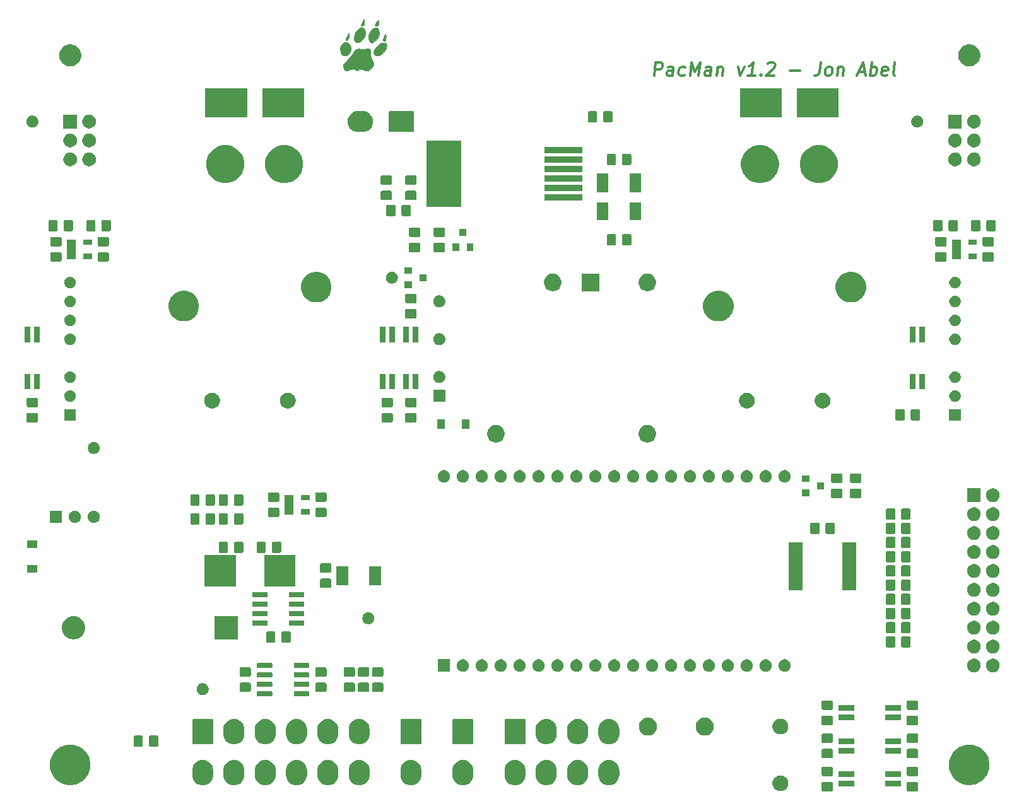
<source format=gbr>
G04 #@! TF.GenerationSoftware,KiCad,Pcbnew,(5.1.5)-3*
G04 #@! TF.CreationDate,2020-02-04T14:54:33-05:00*
G04 #@! TF.ProjectId,PacMan,5061634d-616e-42e6-9b69-6361645f7063,1.2*
G04 #@! TF.SameCoordinates,Original*
G04 #@! TF.FileFunction,Soldermask,Top*
G04 #@! TF.FilePolarity,Negative*
%FSLAX46Y46*%
G04 Gerber Fmt 4.6, Leading zero omitted, Abs format (unit mm)*
G04 Created by KiCad (PCBNEW (5.1.5)-3) date 2020-02-04 14:54:33*
%MOMM*%
%LPD*%
G04 APERTURE LIST*
%ADD10C,0.300000*%
%ADD11C,0.010000*%
%ADD12C,0.100000*%
G04 APERTURE END LIST*
D10*
X161538645Y-54131666D02*
X161757395Y-52381666D01*
X162424062Y-52381666D01*
X162580312Y-52465000D01*
X162653229Y-52548333D01*
X162715729Y-52715000D01*
X162684479Y-52965000D01*
X162580312Y-53131666D01*
X162486562Y-53215000D01*
X162309479Y-53298333D01*
X161642812Y-53298333D01*
X164038645Y-54131666D02*
X164153229Y-53215000D01*
X164090729Y-53048333D01*
X163934479Y-52965000D01*
X163601145Y-52965000D01*
X163424062Y-53048333D01*
X164049062Y-54048333D02*
X163871979Y-54131666D01*
X163455312Y-54131666D01*
X163299062Y-54048333D01*
X163236562Y-53881666D01*
X163257395Y-53715000D01*
X163361562Y-53548333D01*
X163538645Y-53465000D01*
X163955312Y-53465000D01*
X164132395Y-53381666D01*
X165632395Y-54048333D02*
X165455312Y-54131666D01*
X165121979Y-54131666D01*
X164965729Y-54048333D01*
X164892812Y-53965000D01*
X164830312Y-53798333D01*
X164892812Y-53298333D01*
X164996979Y-53131666D01*
X165090729Y-53048333D01*
X165267812Y-52965000D01*
X165601145Y-52965000D01*
X165757395Y-53048333D01*
X166371979Y-54131666D02*
X166590729Y-52381666D01*
X167017812Y-53631666D01*
X167757395Y-52381666D01*
X167538645Y-54131666D01*
X169121979Y-54131666D02*
X169236562Y-53215000D01*
X169174062Y-53048333D01*
X169017812Y-52965000D01*
X168684479Y-52965000D01*
X168507395Y-53048333D01*
X169132395Y-54048333D02*
X168955312Y-54131666D01*
X168538645Y-54131666D01*
X168382395Y-54048333D01*
X168319895Y-53881666D01*
X168340729Y-53715000D01*
X168444895Y-53548333D01*
X168621979Y-53465000D01*
X169038645Y-53465000D01*
X169215729Y-53381666D01*
X170101145Y-52965000D02*
X169955312Y-54131666D01*
X170080312Y-53131666D02*
X170174062Y-53048333D01*
X170351145Y-52965000D01*
X170601145Y-52965000D01*
X170757395Y-53048333D01*
X170819895Y-53215000D01*
X170705312Y-54131666D01*
X172851145Y-52965000D02*
X173121979Y-54131666D01*
X173684479Y-52965000D01*
X175121979Y-54131666D02*
X174121979Y-54131666D01*
X174621979Y-54131666D02*
X174840729Y-52381666D01*
X174642812Y-52631666D01*
X174455312Y-52798333D01*
X174278229Y-52881666D01*
X175892812Y-53965000D02*
X175965729Y-54048333D01*
X175871979Y-54131666D01*
X175799062Y-54048333D01*
X175892812Y-53965000D01*
X175871979Y-54131666D01*
X176819895Y-52548333D02*
X176913645Y-52465000D01*
X177090729Y-52381666D01*
X177507395Y-52381666D01*
X177663645Y-52465000D01*
X177736562Y-52548333D01*
X177799062Y-52715000D01*
X177778229Y-52881666D01*
X177663645Y-53131666D01*
X176538645Y-54131666D01*
X177621979Y-54131666D01*
X179788645Y-53465000D02*
X181121979Y-53465000D01*
X183924062Y-52381666D02*
X183767812Y-53631666D01*
X183653229Y-53881666D01*
X183465729Y-54048333D01*
X183205312Y-54131666D01*
X183038645Y-54131666D01*
X184788645Y-54131666D02*
X184632395Y-54048333D01*
X184559479Y-53965000D01*
X184496979Y-53798333D01*
X184559479Y-53298333D01*
X184663645Y-53131666D01*
X184757395Y-53048333D01*
X184934479Y-52965000D01*
X185184479Y-52965000D01*
X185340729Y-53048333D01*
X185413645Y-53131666D01*
X185476145Y-53298333D01*
X185413645Y-53798333D01*
X185309479Y-53965000D01*
X185215729Y-54048333D01*
X185038645Y-54131666D01*
X184788645Y-54131666D01*
X186267812Y-52965000D02*
X186121979Y-54131666D01*
X186246979Y-53131666D02*
X186340729Y-53048333D01*
X186517812Y-52965000D01*
X186767812Y-52965000D01*
X186924062Y-53048333D01*
X186986562Y-53215000D01*
X186871979Y-54131666D01*
X189017812Y-53631666D02*
X189851145Y-53631666D01*
X188788645Y-54131666D02*
X189590729Y-52381666D01*
X189955312Y-54131666D01*
X190538645Y-54131666D02*
X190757395Y-52381666D01*
X190674062Y-53048333D02*
X190851145Y-52965000D01*
X191184479Y-52965000D01*
X191340729Y-53048333D01*
X191413645Y-53131666D01*
X191476145Y-53298333D01*
X191413645Y-53798333D01*
X191309479Y-53965000D01*
X191215729Y-54048333D01*
X191038645Y-54131666D01*
X190705312Y-54131666D01*
X190549062Y-54048333D01*
X192799062Y-54048333D02*
X192621979Y-54131666D01*
X192288645Y-54131666D01*
X192132395Y-54048333D01*
X192069895Y-53881666D01*
X192153229Y-53215000D01*
X192257395Y-53048333D01*
X192434479Y-52965000D01*
X192767812Y-52965000D01*
X192924062Y-53048333D01*
X192986562Y-53215000D01*
X192965729Y-53381666D01*
X192111562Y-53548333D01*
X193871979Y-54131666D02*
X193715729Y-54048333D01*
X193653229Y-53881666D01*
X193840729Y-52381666D01*
D11*
G36*
X122619028Y-46990000D02*
G01*
X122595723Y-47246675D01*
X122545828Y-47379280D01*
X122448056Y-47432993D01*
X122406833Y-47440389D01*
X122253079Y-47421194D01*
X122216767Y-47355722D01*
X122259391Y-47221125D01*
X122366649Y-47009922D01*
X122428962Y-46905334D01*
X122640723Y-46566667D01*
X122619028Y-46990000D01*
G37*
X122619028Y-46990000D02*
X122595723Y-47246675D01*
X122545828Y-47379280D01*
X122448056Y-47432993D01*
X122406833Y-47440389D01*
X122253079Y-47421194D01*
X122216767Y-47355722D01*
X122259391Y-47221125D01*
X122366649Y-47009922D01*
X122428962Y-46905334D01*
X122640723Y-46566667D01*
X122619028Y-46990000D01*
G36*
X124567411Y-46762294D02*
G01*
X124578560Y-46926500D01*
X124542363Y-47251115D01*
X124457095Y-47426716D01*
X124313781Y-47468809D01*
X124269332Y-47460664D01*
X124078665Y-47413334D01*
X124257014Y-47053500D01*
X124400900Y-46804222D01*
X124506707Y-46706229D01*
X124567411Y-46762294D01*
G37*
X124567411Y-46762294D02*
X124578560Y-46926500D01*
X124542363Y-47251115D01*
X124457095Y-47426716D01*
X124313781Y-47468809D01*
X124269332Y-47460664D01*
X124078665Y-47413334D01*
X124257014Y-47053500D01*
X124400900Y-46804222D01*
X124506707Y-46706229D01*
X124567411Y-46762294D01*
G36*
X125521964Y-48690969D02*
G01*
X125528872Y-48709363D01*
X125560123Y-48912889D01*
X125547790Y-49168641D01*
X125545057Y-49186458D01*
X125491034Y-49392423D01*
X125394077Y-49476281D01*
X125289883Y-49487667D01*
X125142918Y-49463567D01*
X125124664Y-49359241D01*
X125141045Y-49297167D01*
X125216501Y-49088733D01*
X125322386Y-48839157D01*
X125331154Y-48820072D01*
X125420570Y-48642655D01*
X125474367Y-48605111D01*
X125521964Y-48690969D01*
G37*
X125521964Y-48690969D02*
X125528872Y-48709363D01*
X125560123Y-48912889D01*
X125547790Y-49168641D01*
X125545057Y-49186458D01*
X125491034Y-49392423D01*
X125394077Y-49476281D01*
X125289883Y-49487667D01*
X125142918Y-49463567D01*
X125124664Y-49359241D01*
X125141045Y-49297167D01*
X125216501Y-49088733D01*
X125322386Y-48839157D01*
X125331154Y-48820072D01*
X125420570Y-48642655D01*
X125474367Y-48605111D01*
X125521964Y-48690969D01*
G36*
X120603848Y-48727179D02*
G01*
X120564777Y-49045675D01*
X120468690Y-49286291D01*
X120333844Y-49413756D01*
X120244313Y-49421782D01*
X120143511Y-49340081D01*
X120165353Y-49160255D01*
X120311290Y-48876152D01*
X120407954Y-48727179D01*
X120607667Y-48432359D01*
X120603848Y-48727179D01*
G37*
X120603848Y-48727179D02*
X120564777Y-49045675D01*
X120468690Y-49286291D01*
X120333844Y-49413756D01*
X120244313Y-49421782D01*
X120143511Y-49340081D01*
X120165353Y-49160255D01*
X120311290Y-48876152D01*
X120407954Y-48727179D01*
X120607667Y-48432359D01*
X120603848Y-48727179D01*
G36*
X122414704Y-47700133D02*
G01*
X122594987Y-47838059D01*
X122734924Y-48055958D01*
X122770838Y-48161810D01*
X122778134Y-48473164D01*
X122681690Y-48833534D01*
X122503947Y-49179011D01*
X122344214Y-49376719D01*
X122079725Y-49571295D01*
X121803516Y-49662664D01*
X121558027Y-49645736D01*
X121385696Y-49515422D01*
X121372645Y-49493233D01*
X121283208Y-49159377D01*
X121322085Y-48782392D01*
X121470099Y-48402331D01*
X121708071Y-48059249D01*
X122016822Y-47793198D01*
X122239420Y-47683031D01*
X122414704Y-47700133D01*
G37*
X122414704Y-47700133D02*
X122594987Y-47838059D01*
X122734924Y-48055958D01*
X122770838Y-48161810D01*
X122778134Y-48473164D01*
X122681690Y-48833534D01*
X122503947Y-49179011D01*
X122344214Y-49376719D01*
X122079725Y-49571295D01*
X121803516Y-49662664D01*
X121558027Y-49645736D01*
X121385696Y-49515422D01*
X121372645Y-49493233D01*
X121283208Y-49159377D01*
X121322085Y-48782392D01*
X121470099Y-48402331D01*
X121708071Y-48059249D01*
X122016822Y-47793198D01*
X122239420Y-47683031D01*
X122414704Y-47700133D01*
G36*
X124482241Y-47828666D02*
G01*
X124612810Y-48035143D01*
X124664881Y-48325016D01*
X124624716Y-48677213D01*
X124490775Y-49045875D01*
X124317011Y-49311755D01*
X124088058Y-49543657D01*
X123851964Y-49699551D01*
X123695672Y-49741350D01*
X123566536Y-49696806D01*
X123420505Y-49609866D01*
X123270470Y-49409366D01*
X123219415Y-49118098D01*
X123259287Y-48776510D01*
X123382030Y-48425048D01*
X123579592Y-48104159D01*
X123756943Y-47920349D01*
X124040568Y-47750197D01*
X124286914Y-47726660D01*
X124482241Y-47828666D01*
G37*
X124482241Y-47828666D02*
X124612810Y-48035143D01*
X124664881Y-48325016D01*
X124624716Y-48677213D01*
X124490775Y-49045875D01*
X124317011Y-49311755D01*
X124088058Y-49543657D01*
X123851964Y-49699551D01*
X123695672Y-49741350D01*
X123566536Y-49696806D01*
X123420505Y-49609866D01*
X123270470Y-49409366D01*
X123219415Y-49118098D01*
X123259287Y-48776510D01*
X123382030Y-48425048D01*
X123579592Y-48104159D01*
X123756943Y-47920349D01*
X124040568Y-47750197D01*
X124286914Y-47726660D01*
X124482241Y-47828666D01*
G36*
X125483540Y-49798843D02*
G01*
X125625241Y-49953394D01*
X125663259Y-50179851D01*
X125604029Y-50452747D01*
X125453983Y-50746614D01*
X125219554Y-51035983D01*
X124907176Y-51295387D01*
X124826104Y-51347448D01*
X124485370Y-51496028D01*
X124206441Y-51490027D01*
X124042714Y-51386619D01*
X123937578Y-51234309D01*
X123924424Y-51050154D01*
X124005794Y-50792474D01*
X124090236Y-50607457D01*
X124315353Y-50269533D01*
X124616115Y-49989453D01*
X124946507Y-49802121D01*
X125231724Y-49741667D01*
X125483540Y-49798843D01*
G37*
X125483540Y-49798843D02*
X125625241Y-49953394D01*
X125663259Y-50179851D01*
X125604029Y-50452747D01*
X125453983Y-50746614D01*
X125219554Y-51035983D01*
X124907176Y-51295387D01*
X124826104Y-51347448D01*
X124485370Y-51496028D01*
X124206441Y-51490027D01*
X124042714Y-51386619D01*
X123937578Y-51234309D01*
X123924424Y-51050154D01*
X124005794Y-50792474D01*
X124090236Y-50607457D01*
X124315353Y-50269533D01*
X124616115Y-49989453D01*
X124946507Y-49802121D01*
X125231724Y-49741667D01*
X125483540Y-49798843D01*
G36*
X120353008Y-49707248D02*
G01*
X120589170Y-49850708D01*
X120755353Y-50088980D01*
X120839756Y-50388042D01*
X120830576Y-50713871D01*
X120716009Y-51032444D01*
X120585895Y-51212473D01*
X120308597Y-51427238D01*
X120020183Y-51473290D01*
X119875892Y-51434924D01*
X119619871Y-51245687D01*
X119465996Y-50932300D01*
X119422333Y-50574216D01*
X119487517Y-50182007D01*
X119673498Y-49889272D01*
X119965918Y-49715900D01*
X120058669Y-49692626D01*
X120353008Y-49707248D01*
G37*
X120353008Y-49707248D02*
X120589170Y-49850708D01*
X120755353Y-50088980D01*
X120839756Y-50388042D01*
X120830576Y-50713871D01*
X120716009Y-51032444D01*
X120585895Y-51212473D01*
X120308597Y-51427238D01*
X120020183Y-51473290D01*
X119875892Y-51434924D01*
X119619871Y-51245687D01*
X119465996Y-50932300D01*
X119422333Y-50574216D01*
X119487517Y-50182007D01*
X119673498Y-49889272D01*
X119965918Y-49715900D01*
X120058669Y-49692626D01*
X120353008Y-49707248D01*
G36*
X123212953Y-50521177D02*
G01*
X123386611Y-50612530D01*
X123387157Y-50613184D01*
X123435257Y-50755036D01*
X123460637Y-51000858D01*
X123461024Y-51184684D01*
X123469490Y-51510546D01*
X123536474Y-51748810D01*
X123639692Y-51921029D01*
X123836752Y-52308460D01*
X123876282Y-52681277D01*
X123760595Y-53018630D01*
X123492005Y-53299668D01*
X123486333Y-53303694D01*
X123192732Y-53468113D01*
X122933318Y-53497707D01*
X122647092Y-53397699D01*
X122610692Y-53378656D01*
X122395483Y-53274943D01*
X122245758Y-53253999D01*
X122082605Y-53310142D01*
X122028158Y-53336709D01*
X121746719Y-53447125D01*
X121538743Y-53443174D01*
X121356425Y-53328017D01*
X121247675Y-53247757D01*
X121131538Y-53234374D01*
X120946278Y-53287869D01*
X120838928Y-53328017D01*
X120442622Y-53446118D01*
X120152675Y-53450818D01*
X119948349Y-53340612D01*
X119882323Y-53258552D01*
X119797073Y-52995197D01*
X119866908Y-52696255D01*
X120094103Y-52356523D01*
X120422554Y-52022807D01*
X120709823Y-51727056D01*
X120980128Y-51388522D01*
X121158000Y-51110300D01*
X121378688Y-50764586D01*
X121605987Y-50571508D01*
X121869730Y-50515965D01*
X122199751Y-50582861D01*
X122200017Y-50582949D01*
X122469500Y-50645964D01*
X122662309Y-50618728D01*
X122706547Y-50597852D01*
X122962900Y-50515758D01*
X123212953Y-50521177D01*
G37*
X123212953Y-50521177D02*
X123386611Y-50612530D01*
X123387157Y-50613184D01*
X123435257Y-50755036D01*
X123460637Y-51000858D01*
X123461024Y-51184684D01*
X123469490Y-51510546D01*
X123536474Y-51748810D01*
X123639692Y-51921029D01*
X123836752Y-52308460D01*
X123876282Y-52681277D01*
X123760595Y-53018630D01*
X123492005Y-53299668D01*
X123486333Y-53303694D01*
X123192732Y-53468113D01*
X122933318Y-53497707D01*
X122647092Y-53397699D01*
X122610692Y-53378656D01*
X122395483Y-53274943D01*
X122245758Y-53253999D01*
X122082605Y-53310142D01*
X122028158Y-53336709D01*
X121746719Y-53447125D01*
X121538743Y-53443174D01*
X121356425Y-53328017D01*
X121247675Y-53247757D01*
X121131538Y-53234374D01*
X120946278Y-53287869D01*
X120838928Y-53328017D01*
X120442622Y-53446118D01*
X120152675Y-53450818D01*
X119948349Y-53340612D01*
X119882323Y-53258552D01*
X119797073Y-52995197D01*
X119866908Y-52696255D01*
X120094103Y-52356523D01*
X120422554Y-52022807D01*
X120709823Y-51727056D01*
X120980128Y-51388522D01*
X121158000Y-51110300D01*
X121378688Y-50764586D01*
X121605987Y-50571508D01*
X121869730Y-50515965D01*
X122199751Y-50582861D01*
X122200017Y-50582949D01*
X122469500Y-50645964D01*
X122662309Y-50618728D01*
X122706547Y-50597852D01*
X122962900Y-50515758D01*
X123212953Y-50521177D01*
D12*
G36*
X196803674Y-148993465D02*
G01*
X196841367Y-149004899D01*
X196876103Y-149023466D01*
X196906548Y-149048452D01*
X196931534Y-149078897D01*
X196950101Y-149113633D01*
X196961535Y-149151326D01*
X196966000Y-149196661D01*
X196966000Y-150033339D01*
X196961535Y-150078674D01*
X196950101Y-150116367D01*
X196931534Y-150151103D01*
X196906548Y-150181548D01*
X196876103Y-150206534D01*
X196841367Y-150225101D01*
X196803674Y-150236535D01*
X196758339Y-150241000D01*
X195671661Y-150241000D01*
X195626326Y-150236535D01*
X195588633Y-150225101D01*
X195553897Y-150206534D01*
X195523452Y-150181548D01*
X195498466Y-150151103D01*
X195479899Y-150116367D01*
X195468465Y-150078674D01*
X195464000Y-150033339D01*
X195464000Y-149196661D01*
X195468465Y-149151326D01*
X195479899Y-149113633D01*
X195498466Y-149078897D01*
X195523452Y-149048452D01*
X195553897Y-149023466D01*
X195588633Y-149004899D01*
X195626326Y-148993465D01*
X195671661Y-148989000D01*
X196758339Y-148989000D01*
X196803674Y-148993465D01*
G37*
G36*
X185373674Y-148993465D02*
G01*
X185411367Y-149004899D01*
X185446103Y-149023466D01*
X185476548Y-149048452D01*
X185501534Y-149078897D01*
X185520101Y-149113633D01*
X185531535Y-149151326D01*
X185536000Y-149196661D01*
X185536000Y-150033339D01*
X185531535Y-150078674D01*
X185520101Y-150116367D01*
X185501534Y-150151103D01*
X185476548Y-150181548D01*
X185446103Y-150206534D01*
X185411367Y-150225101D01*
X185373674Y-150236535D01*
X185328339Y-150241000D01*
X184241661Y-150241000D01*
X184196326Y-150236535D01*
X184158633Y-150225101D01*
X184123897Y-150206534D01*
X184093452Y-150181548D01*
X184068466Y-150151103D01*
X184049899Y-150116367D01*
X184038465Y-150078674D01*
X184034000Y-150033339D01*
X184034000Y-149196661D01*
X184038465Y-149151326D01*
X184049899Y-149113633D01*
X184068466Y-149078897D01*
X184093452Y-149048452D01*
X184123897Y-149023466D01*
X184158633Y-149004899D01*
X184196326Y-148993465D01*
X184241661Y-148989000D01*
X185328339Y-148989000D01*
X185373674Y-148993465D01*
G37*
G36*
X178805064Y-148150889D02*
G01*
X178996333Y-148230115D01*
X178996335Y-148230116D01*
X179122840Y-148314644D01*
X179168473Y-148345135D01*
X179314865Y-148491527D01*
X179429885Y-148663667D01*
X179509111Y-148854936D01*
X179549500Y-149057984D01*
X179549500Y-149265016D01*
X179509111Y-149468064D01*
X179456118Y-149596000D01*
X179429884Y-149659335D01*
X179314865Y-149831473D01*
X179168473Y-149977865D01*
X178996335Y-150092884D01*
X178996334Y-150092885D01*
X178996333Y-150092885D01*
X178805064Y-150172111D01*
X178602016Y-150212500D01*
X178394984Y-150212500D01*
X178191936Y-150172111D01*
X178000667Y-150092885D01*
X178000666Y-150092885D01*
X178000665Y-150092884D01*
X177828527Y-149977865D01*
X177682135Y-149831473D01*
X177567116Y-149659335D01*
X177540882Y-149596000D01*
X177487889Y-149468064D01*
X177447500Y-149265016D01*
X177447500Y-149057984D01*
X177487889Y-148854936D01*
X177567115Y-148663667D01*
X177682135Y-148491527D01*
X177828527Y-148345135D01*
X177874160Y-148314644D01*
X178000665Y-148230116D01*
X178000667Y-148230115D01*
X178191936Y-148150889D01*
X178394984Y-148110500D01*
X178602016Y-148110500D01*
X178805064Y-148150889D01*
G37*
G36*
X194701000Y-149596000D02*
G01*
X192599000Y-149596000D01*
X192599000Y-148854000D01*
X194701000Y-148854000D01*
X194701000Y-149596000D01*
G37*
G36*
X188401000Y-149596000D02*
G01*
X186299000Y-149596000D01*
X186299000Y-148854000D01*
X188401000Y-148854000D01*
X188401000Y-149596000D01*
G37*
G36*
X118039643Y-146059272D02*
G01*
X118235016Y-146118538D01*
X118303736Y-146139384D01*
X118533201Y-146262036D01*
X118547119Y-146269475D01*
X118588797Y-146303680D01*
X118760450Y-146444550D01*
X118903092Y-146618360D01*
X118935525Y-146657880D01*
X118935526Y-146657882D01*
X119065616Y-146901263D01*
X119077063Y-146939000D01*
X119145728Y-147165356D01*
X119155864Y-147268269D01*
X119166000Y-147371180D01*
X119166000Y-148108819D01*
X119157906Y-148191000D01*
X119145728Y-148314643D01*
X119136478Y-148345135D01*
X119065616Y-148578737D01*
X118949375Y-148796208D01*
X118935525Y-148822120D01*
X118908594Y-148854935D01*
X118760450Y-149035450D01*
X118619254Y-149151326D01*
X118547120Y-149210525D01*
X118547118Y-149210526D01*
X118303737Y-149340616D01*
X118235017Y-149361462D01*
X118039644Y-149420728D01*
X117765000Y-149447778D01*
X117490357Y-149420728D01*
X117294984Y-149361462D01*
X117226264Y-149340616D01*
X116982883Y-149210526D01*
X116982881Y-149210525D01*
X116941203Y-149176320D01*
X116769550Y-149035450D01*
X116620639Y-148854000D01*
X116594475Y-148822120D01*
X116580625Y-148796208D01*
X116464384Y-148578737D01*
X116415511Y-148417623D01*
X116384272Y-148314644D01*
X116370054Y-148170282D01*
X116364000Y-148108820D01*
X116364000Y-147371181D01*
X116384272Y-147165359D01*
X116384272Y-147165357D01*
X116448781Y-146952700D01*
X116464384Y-146901264D01*
X116594474Y-146657883D01*
X116594475Y-146657881D01*
X116628680Y-146616203D01*
X116769550Y-146444550D01*
X116943360Y-146301908D01*
X116982880Y-146269475D01*
X116996798Y-146262036D01*
X117226263Y-146139384D01*
X117294983Y-146118538D01*
X117490356Y-146059272D01*
X117765000Y-146032222D01*
X118039643Y-146059272D01*
G37*
G36*
X143149643Y-146059272D02*
G01*
X143345016Y-146118538D01*
X143413736Y-146139384D01*
X143643201Y-146262036D01*
X143657119Y-146269475D01*
X143698797Y-146303680D01*
X143870450Y-146444550D01*
X144013092Y-146618360D01*
X144045525Y-146657880D01*
X144045526Y-146657882D01*
X144175616Y-146901263D01*
X144187063Y-146939000D01*
X144255728Y-147165356D01*
X144265864Y-147268269D01*
X144276000Y-147371180D01*
X144276000Y-148108819D01*
X144267906Y-148191000D01*
X144255728Y-148314643D01*
X144246478Y-148345135D01*
X144175616Y-148578737D01*
X144059375Y-148796208D01*
X144045525Y-148822120D01*
X144018594Y-148854935D01*
X143870450Y-149035450D01*
X143729254Y-149151326D01*
X143657120Y-149210525D01*
X143657118Y-149210526D01*
X143413737Y-149340616D01*
X143345017Y-149361462D01*
X143149644Y-149420728D01*
X142875000Y-149447778D01*
X142600357Y-149420728D01*
X142404984Y-149361462D01*
X142336264Y-149340616D01*
X142092883Y-149210526D01*
X142092881Y-149210525D01*
X142051203Y-149176320D01*
X141879550Y-149035450D01*
X141730639Y-148854000D01*
X141704475Y-148822120D01*
X141690625Y-148796208D01*
X141574384Y-148578737D01*
X141525511Y-148417623D01*
X141494272Y-148314644D01*
X141480054Y-148170282D01*
X141474000Y-148108820D01*
X141474000Y-147371181D01*
X141494272Y-147165359D01*
X141494272Y-147165357D01*
X141558781Y-146952700D01*
X141574384Y-146901264D01*
X141704474Y-146657883D01*
X141704475Y-146657881D01*
X141738680Y-146616203D01*
X141879550Y-146444550D01*
X142053360Y-146301908D01*
X142092880Y-146269475D01*
X142106798Y-146262036D01*
X142336263Y-146139384D01*
X142404983Y-146118538D01*
X142600356Y-146059272D01*
X142875000Y-146032222D01*
X143149643Y-146059272D01*
G37*
G36*
X122239643Y-146059272D02*
G01*
X122435016Y-146118538D01*
X122503736Y-146139384D01*
X122733201Y-146262036D01*
X122747119Y-146269475D01*
X122788797Y-146303680D01*
X122960450Y-146444550D01*
X123103092Y-146618360D01*
X123135525Y-146657880D01*
X123135526Y-146657882D01*
X123265616Y-146901263D01*
X123277063Y-146939000D01*
X123345728Y-147165356D01*
X123355864Y-147268269D01*
X123366000Y-147371180D01*
X123366000Y-148108819D01*
X123357906Y-148191000D01*
X123345728Y-148314643D01*
X123336478Y-148345135D01*
X123265616Y-148578737D01*
X123149375Y-148796208D01*
X123135525Y-148822120D01*
X123108594Y-148854935D01*
X122960450Y-149035450D01*
X122819254Y-149151326D01*
X122747120Y-149210525D01*
X122747118Y-149210526D01*
X122503737Y-149340616D01*
X122435017Y-149361462D01*
X122239644Y-149420728D01*
X121965000Y-149447778D01*
X121690357Y-149420728D01*
X121494984Y-149361462D01*
X121426264Y-149340616D01*
X121182883Y-149210526D01*
X121182881Y-149210525D01*
X121141203Y-149176320D01*
X120969550Y-149035450D01*
X120820639Y-148854000D01*
X120794475Y-148822120D01*
X120780625Y-148796208D01*
X120664384Y-148578737D01*
X120615511Y-148417623D01*
X120584272Y-148314644D01*
X120570054Y-148170282D01*
X120564000Y-148108820D01*
X120564000Y-147371181D01*
X120584272Y-147165359D01*
X120584272Y-147165357D01*
X120648781Y-146952700D01*
X120664384Y-146901264D01*
X120794474Y-146657883D01*
X120794475Y-146657881D01*
X120828680Y-146616203D01*
X120969550Y-146444550D01*
X121143360Y-146301908D01*
X121182880Y-146269475D01*
X121196798Y-146262036D01*
X121426263Y-146139384D01*
X121494983Y-146118538D01*
X121690356Y-146059272D01*
X121965000Y-146032222D01*
X122239643Y-146059272D01*
G37*
G36*
X113839643Y-146059272D02*
G01*
X114035016Y-146118538D01*
X114103736Y-146139384D01*
X114333201Y-146262036D01*
X114347119Y-146269475D01*
X114388797Y-146303680D01*
X114560450Y-146444550D01*
X114703092Y-146618360D01*
X114735525Y-146657880D01*
X114735526Y-146657882D01*
X114865616Y-146901263D01*
X114877063Y-146939000D01*
X114945728Y-147165356D01*
X114955864Y-147268269D01*
X114966000Y-147371180D01*
X114966000Y-148108819D01*
X114957906Y-148191000D01*
X114945728Y-148314643D01*
X114936478Y-148345135D01*
X114865616Y-148578737D01*
X114749375Y-148796208D01*
X114735525Y-148822120D01*
X114708594Y-148854935D01*
X114560450Y-149035450D01*
X114419254Y-149151326D01*
X114347120Y-149210525D01*
X114347118Y-149210526D01*
X114103737Y-149340616D01*
X114035017Y-149361462D01*
X113839644Y-149420728D01*
X113565000Y-149447778D01*
X113290357Y-149420728D01*
X113094984Y-149361462D01*
X113026264Y-149340616D01*
X112782883Y-149210526D01*
X112782881Y-149210525D01*
X112741203Y-149176320D01*
X112569550Y-149035450D01*
X112420639Y-148854000D01*
X112394475Y-148822120D01*
X112380625Y-148796208D01*
X112264384Y-148578737D01*
X112215511Y-148417623D01*
X112184272Y-148314644D01*
X112170054Y-148170282D01*
X112164000Y-148108820D01*
X112164000Y-147371181D01*
X112184272Y-147165359D01*
X112184272Y-147165357D01*
X112248781Y-146952700D01*
X112264384Y-146901264D01*
X112394474Y-146657883D01*
X112394475Y-146657881D01*
X112428680Y-146616203D01*
X112569550Y-146444550D01*
X112743360Y-146301908D01*
X112782880Y-146269475D01*
X112796798Y-146262036D01*
X113026263Y-146139384D01*
X113094983Y-146118538D01*
X113290356Y-146059272D01*
X113565000Y-146032222D01*
X113839643Y-146059272D01*
G37*
G36*
X109639643Y-146059272D02*
G01*
X109835016Y-146118538D01*
X109903736Y-146139384D01*
X110133201Y-146262036D01*
X110147119Y-146269475D01*
X110188797Y-146303680D01*
X110360450Y-146444550D01*
X110503092Y-146618360D01*
X110535525Y-146657880D01*
X110535526Y-146657882D01*
X110665616Y-146901263D01*
X110677063Y-146939000D01*
X110745728Y-147165356D01*
X110755864Y-147268269D01*
X110766000Y-147371180D01*
X110766000Y-148108819D01*
X110757906Y-148191000D01*
X110745728Y-148314643D01*
X110736478Y-148345135D01*
X110665616Y-148578737D01*
X110549375Y-148796208D01*
X110535525Y-148822120D01*
X110508594Y-148854935D01*
X110360450Y-149035450D01*
X110219254Y-149151326D01*
X110147120Y-149210525D01*
X110147118Y-149210526D01*
X109903737Y-149340616D01*
X109835017Y-149361462D01*
X109639644Y-149420728D01*
X109365000Y-149447778D01*
X109090357Y-149420728D01*
X108894984Y-149361462D01*
X108826264Y-149340616D01*
X108582883Y-149210526D01*
X108582881Y-149210525D01*
X108541203Y-149176320D01*
X108369550Y-149035450D01*
X108220639Y-148854000D01*
X108194475Y-148822120D01*
X108180625Y-148796208D01*
X108064384Y-148578737D01*
X108015511Y-148417623D01*
X107984272Y-148314644D01*
X107970054Y-148170282D01*
X107964000Y-148108820D01*
X107964000Y-147371181D01*
X107984272Y-147165359D01*
X107984272Y-147165357D01*
X108048781Y-146952700D01*
X108064384Y-146901264D01*
X108194474Y-146657883D01*
X108194475Y-146657881D01*
X108228680Y-146616203D01*
X108369550Y-146444550D01*
X108543360Y-146301908D01*
X108582880Y-146269475D01*
X108596798Y-146262036D01*
X108826263Y-146139384D01*
X108894983Y-146118538D01*
X109090356Y-146059272D01*
X109365000Y-146032222D01*
X109639643Y-146059272D01*
G37*
G36*
X105439643Y-146059272D02*
G01*
X105635016Y-146118538D01*
X105703736Y-146139384D01*
X105933201Y-146262036D01*
X105947119Y-146269475D01*
X105988797Y-146303680D01*
X106160450Y-146444550D01*
X106303092Y-146618360D01*
X106335525Y-146657880D01*
X106335526Y-146657882D01*
X106465616Y-146901263D01*
X106477063Y-146939000D01*
X106545728Y-147165356D01*
X106555864Y-147268269D01*
X106566000Y-147371180D01*
X106566000Y-148108819D01*
X106557906Y-148191000D01*
X106545728Y-148314643D01*
X106536478Y-148345135D01*
X106465616Y-148578737D01*
X106349375Y-148796208D01*
X106335525Y-148822120D01*
X106308594Y-148854935D01*
X106160450Y-149035450D01*
X106019254Y-149151326D01*
X105947120Y-149210525D01*
X105947118Y-149210526D01*
X105703737Y-149340616D01*
X105635017Y-149361462D01*
X105439644Y-149420728D01*
X105165000Y-149447778D01*
X104890357Y-149420728D01*
X104694984Y-149361462D01*
X104626264Y-149340616D01*
X104382883Y-149210526D01*
X104382881Y-149210525D01*
X104341203Y-149176320D01*
X104169550Y-149035450D01*
X104020639Y-148854000D01*
X103994475Y-148822120D01*
X103980625Y-148796208D01*
X103864384Y-148578737D01*
X103815511Y-148417623D01*
X103784272Y-148314644D01*
X103770054Y-148170282D01*
X103764000Y-148108820D01*
X103764000Y-147371181D01*
X103784272Y-147165359D01*
X103784272Y-147165357D01*
X103848781Y-146952700D01*
X103864384Y-146901264D01*
X103994474Y-146657883D01*
X103994475Y-146657881D01*
X104028680Y-146616203D01*
X104169550Y-146444550D01*
X104343360Y-146301908D01*
X104382880Y-146269475D01*
X104396798Y-146262036D01*
X104626263Y-146139384D01*
X104694983Y-146118538D01*
X104890356Y-146059272D01*
X105165000Y-146032222D01*
X105439643Y-146059272D01*
G37*
G36*
X101239643Y-146059272D02*
G01*
X101435016Y-146118538D01*
X101503736Y-146139384D01*
X101733201Y-146262036D01*
X101747119Y-146269475D01*
X101788797Y-146303680D01*
X101960450Y-146444550D01*
X102103092Y-146618360D01*
X102135525Y-146657880D01*
X102135526Y-146657882D01*
X102265616Y-146901263D01*
X102277063Y-146939000D01*
X102345728Y-147165356D01*
X102355864Y-147268269D01*
X102366000Y-147371180D01*
X102366000Y-148108819D01*
X102357906Y-148191000D01*
X102345728Y-148314643D01*
X102336478Y-148345135D01*
X102265616Y-148578737D01*
X102149375Y-148796208D01*
X102135525Y-148822120D01*
X102108594Y-148854935D01*
X101960450Y-149035450D01*
X101819254Y-149151326D01*
X101747120Y-149210525D01*
X101747118Y-149210526D01*
X101503737Y-149340616D01*
X101435017Y-149361462D01*
X101239644Y-149420728D01*
X100965000Y-149447778D01*
X100690357Y-149420728D01*
X100494984Y-149361462D01*
X100426264Y-149340616D01*
X100182883Y-149210526D01*
X100182881Y-149210525D01*
X100141203Y-149176320D01*
X99969550Y-149035450D01*
X99820639Y-148854000D01*
X99794475Y-148822120D01*
X99780625Y-148796208D01*
X99664384Y-148578737D01*
X99615511Y-148417623D01*
X99584272Y-148314644D01*
X99570054Y-148170282D01*
X99564000Y-148108820D01*
X99564000Y-147371181D01*
X99584272Y-147165359D01*
X99584272Y-147165357D01*
X99648781Y-146952700D01*
X99664384Y-146901264D01*
X99794474Y-146657883D01*
X99794475Y-146657881D01*
X99828680Y-146616203D01*
X99969550Y-146444550D01*
X100143360Y-146301908D01*
X100182880Y-146269475D01*
X100196798Y-146262036D01*
X100426263Y-146139384D01*
X100494983Y-146118538D01*
X100690356Y-146059272D01*
X100965000Y-146032222D01*
X101239643Y-146059272D01*
G37*
G36*
X151549643Y-146059272D02*
G01*
X151745016Y-146118538D01*
X151813736Y-146139384D01*
X152043201Y-146262036D01*
X152057119Y-146269475D01*
X152098797Y-146303680D01*
X152270450Y-146444550D01*
X152413092Y-146618360D01*
X152445525Y-146657880D01*
X152445526Y-146657882D01*
X152575616Y-146901263D01*
X152587063Y-146939000D01*
X152655728Y-147165356D01*
X152665864Y-147268269D01*
X152676000Y-147371180D01*
X152676000Y-148108819D01*
X152667906Y-148191000D01*
X152655728Y-148314643D01*
X152646478Y-148345135D01*
X152575616Y-148578737D01*
X152459375Y-148796208D01*
X152445525Y-148822120D01*
X152418594Y-148854935D01*
X152270450Y-149035450D01*
X152129254Y-149151326D01*
X152057120Y-149210525D01*
X152057118Y-149210526D01*
X151813737Y-149340616D01*
X151745017Y-149361462D01*
X151549644Y-149420728D01*
X151275000Y-149447778D01*
X151000357Y-149420728D01*
X150804984Y-149361462D01*
X150736264Y-149340616D01*
X150492883Y-149210526D01*
X150492881Y-149210525D01*
X150451203Y-149176320D01*
X150279550Y-149035450D01*
X150130639Y-148854000D01*
X150104475Y-148822120D01*
X150090625Y-148796208D01*
X149974384Y-148578737D01*
X149925511Y-148417623D01*
X149894272Y-148314644D01*
X149880054Y-148170282D01*
X149874000Y-148108820D01*
X149874000Y-147371181D01*
X149894272Y-147165359D01*
X149894272Y-147165357D01*
X149958781Y-146952700D01*
X149974384Y-146901264D01*
X150104474Y-146657883D01*
X150104475Y-146657881D01*
X150138680Y-146616203D01*
X150279550Y-146444550D01*
X150453360Y-146301908D01*
X150492880Y-146269475D01*
X150506798Y-146262036D01*
X150736263Y-146139384D01*
X150804983Y-146118538D01*
X151000356Y-146059272D01*
X151275000Y-146032222D01*
X151549643Y-146059272D01*
G37*
G36*
X129179643Y-146059272D02*
G01*
X129375016Y-146118538D01*
X129443736Y-146139384D01*
X129673201Y-146262036D01*
X129687119Y-146269475D01*
X129728797Y-146303680D01*
X129900450Y-146444550D01*
X130043092Y-146618360D01*
X130075525Y-146657880D01*
X130075526Y-146657882D01*
X130205616Y-146901263D01*
X130217063Y-146939000D01*
X130285728Y-147165356D01*
X130295864Y-147268269D01*
X130306000Y-147371180D01*
X130306000Y-148108819D01*
X130297906Y-148191000D01*
X130285728Y-148314643D01*
X130276478Y-148345135D01*
X130205616Y-148578737D01*
X130089375Y-148796208D01*
X130075525Y-148822120D01*
X130048594Y-148854935D01*
X129900450Y-149035450D01*
X129759254Y-149151326D01*
X129687120Y-149210525D01*
X129687118Y-149210526D01*
X129443737Y-149340616D01*
X129375017Y-149361462D01*
X129179644Y-149420728D01*
X128905000Y-149447778D01*
X128630357Y-149420728D01*
X128434984Y-149361462D01*
X128366264Y-149340616D01*
X128122883Y-149210526D01*
X128122881Y-149210525D01*
X128081203Y-149176320D01*
X127909550Y-149035450D01*
X127760639Y-148854000D01*
X127734475Y-148822120D01*
X127720625Y-148796208D01*
X127604384Y-148578737D01*
X127555511Y-148417623D01*
X127524272Y-148314644D01*
X127510054Y-148170282D01*
X127504000Y-148108820D01*
X127504000Y-147371181D01*
X127524272Y-147165359D01*
X127524272Y-147165357D01*
X127588781Y-146952700D01*
X127604384Y-146901264D01*
X127734474Y-146657883D01*
X127734475Y-146657881D01*
X127768680Y-146616203D01*
X127909550Y-146444550D01*
X128083360Y-146301908D01*
X128122880Y-146269475D01*
X128136798Y-146262036D01*
X128366263Y-146139384D01*
X128434983Y-146118538D01*
X128630356Y-146059272D01*
X128905000Y-146032222D01*
X129179643Y-146059272D01*
G37*
G36*
X136164643Y-146059272D02*
G01*
X136360016Y-146118538D01*
X136428736Y-146139384D01*
X136658201Y-146262036D01*
X136672119Y-146269475D01*
X136713797Y-146303680D01*
X136885450Y-146444550D01*
X137028092Y-146618360D01*
X137060525Y-146657880D01*
X137060526Y-146657882D01*
X137190616Y-146901263D01*
X137202063Y-146939000D01*
X137270728Y-147165356D01*
X137280864Y-147268269D01*
X137291000Y-147371180D01*
X137291000Y-148108819D01*
X137282906Y-148191000D01*
X137270728Y-148314643D01*
X137261478Y-148345135D01*
X137190616Y-148578737D01*
X137074375Y-148796208D01*
X137060525Y-148822120D01*
X137033594Y-148854935D01*
X136885450Y-149035450D01*
X136744254Y-149151326D01*
X136672120Y-149210525D01*
X136672118Y-149210526D01*
X136428737Y-149340616D01*
X136360017Y-149361462D01*
X136164644Y-149420728D01*
X135890000Y-149447778D01*
X135615357Y-149420728D01*
X135419984Y-149361462D01*
X135351264Y-149340616D01*
X135107883Y-149210526D01*
X135107881Y-149210525D01*
X135066203Y-149176320D01*
X134894550Y-149035450D01*
X134745639Y-148854000D01*
X134719475Y-148822120D01*
X134705625Y-148796208D01*
X134589384Y-148578737D01*
X134540511Y-148417623D01*
X134509272Y-148314644D01*
X134495054Y-148170282D01*
X134489000Y-148108820D01*
X134489000Y-147371181D01*
X134509272Y-147165359D01*
X134509272Y-147165357D01*
X134573781Y-146952700D01*
X134589384Y-146901264D01*
X134719474Y-146657883D01*
X134719475Y-146657881D01*
X134753680Y-146616203D01*
X134894550Y-146444550D01*
X135068360Y-146301908D01*
X135107880Y-146269475D01*
X135121798Y-146262036D01*
X135351263Y-146139384D01*
X135419983Y-146118538D01*
X135615356Y-146059272D01*
X135890000Y-146032222D01*
X136164643Y-146059272D01*
G37*
G36*
X147349643Y-146059272D02*
G01*
X147545016Y-146118538D01*
X147613736Y-146139384D01*
X147843201Y-146262036D01*
X147857119Y-146269475D01*
X147898797Y-146303680D01*
X148070450Y-146444550D01*
X148213092Y-146618360D01*
X148245525Y-146657880D01*
X148245526Y-146657882D01*
X148375616Y-146901263D01*
X148387063Y-146939000D01*
X148455728Y-147165356D01*
X148465864Y-147268269D01*
X148476000Y-147371180D01*
X148476000Y-148108819D01*
X148467906Y-148191000D01*
X148455728Y-148314643D01*
X148446478Y-148345135D01*
X148375616Y-148578737D01*
X148259375Y-148796208D01*
X148245525Y-148822120D01*
X148218594Y-148854935D01*
X148070450Y-149035450D01*
X147929254Y-149151326D01*
X147857120Y-149210525D01*
X147857118Y-149210526D01*
X147613737Y-149340616D01*
X147545017Y-149361462D01*
X147349644Y-149420728D01*
X147075000Y-149447778D01*
X146800357Y-149420728D01*
X146604984Y-149361462D01*
X146536264Y-149340616D01*
X146292883Y-149210526D01*
X146292881Y-149210525D01*
X146251203Y-149176320D01*
X146079550Y-149035450D01*
X145930639Y-148854000D01*
X145904475Y-148822120D01*
X145890625Y-148796208D01*
X145774384Y-148578737D01*
X145725511Y-148417623D01*
X145694272Y-148314644D01*
X145680054Y-148170282D01*
X145674000Y-148108820D01*
X145674000Y-147371181D01*
X145694272Y-147165359D01*
X145694272Y-147165357D01*
X145758781Y-146952700D01*
X145774384Y-146901264D01*
X145904474Y-146657883D01*
X145904475Y-146657881D01*
X145938680Y-146616203D01*
X146079550Y-146444550D01*
X146253360Y-146301908D01*
X146292880Y-146269475D01*
X146306798Y-146262036D01*
X146536263Y-146139384D01*
X146604983Y-146118538D01*
X146800356Y-146059272D01*
X147075000Y-146032222D01*
X147349643Y-146059272D01*
G37*
G36*
X155749643Y-146059272D02*
G01*
X155945016Y-146118538D01*
X156013736Y-146139384D01*
X156243201Y-146262036D01*
X156257119Y-146269475D01*
X156298797Y-146303680D01*
X156470450Y-146444550D01*
X156613092Y-146618360D01*
X156645525Y-146657880D01*
X156645526Y-146657882D01*
X156775616Y-146901263D01*
X156787063Y-146939000D01*
X156855728Y-147165356D01*
X156865864Y-147268269D01*
X156876000Y-147371180D01*
X156876000Y-148108819D01*
X156867906Y-148191000D01*
X156855728Y-148314643D01*
X156846478Y-148345135D01*
X156775616Y-148578737D01*
X156659375Y-148796208D01*
X156645525Y-148822120D01*
X156618594Y-148854935D01*
X156470450Y-149035450D01*
X156329254Y-149151326D01*
X156257120Y-149210525D01*
X156257118Y-149210526D01*
X156013737Y-149340616D01*
X155945017Y-149361462D01*
X155749644Y-149420728D01*
X155475000Y-149447778D01*
X155200357Y-149420728D01*
X155004984Y-149361462D01*
X154936264Y-149340616D01*
X154692883Y-149210526D01*
X154692881Y-149210525D01*
X154651203Y-149176320D01*
X154479550Y-149035450D01*
X154330639Y-148854000D01*
X154304475Y-148822120D01*
X154290625Y-148796208D01*
X154174384Y-148578737D01*
X154125511Y-148417623D01*
X154094272Y-148314644D01*
X154080054Y-148170282D01*
X154074000Y-148108820D01*
X154074000Y-147371181D01*
X154094272Y-147165359D01*
X154094272Y-147165357D01*
X154158781Y-146952700D01*
X154174384Y-146901264D01*
X154304474Y-146657883D01*
X154304475Y-146657881D01*
X154338680Y-146616203D01*
X154479550Y-146444550D01*
X154653360Y-146301908D01*
X154692880Y-146269475D01*
X154706798Y-146262036D01*
X154936263Y-146139384D01*
X155004983Y-146118538D01*
X155200356Y-146059272D01*
X155475000Y-146032222D01*
X155749643Y-146059272D01*
G37*
G36*
X204212432Y-143988827D02*
G01*
X204627811Y-144071451D01*
X204793394Y-144140038D01*
X205035405Y-144240282D01*
X205122456Y-144276340D01*
X205567624Y-144573792D01*
X205946208Y-144952376D01*
X206243660Y-145397544D01*
X206406857Y-145791535D01*
X206448549Y-145892190D01*
X206553000Y-146417299D01*
X206553000Y-146952701D01*
X206514419Y-147146661D01*
X206448549Y-147477811D01*
X206243660Y-147972456D01*
X205946208Y-148417624D01*
X205567624Y-148796208D01*
X205122456Y-149093660D01*
X204627811Y-149298549D01*
X204416326Y-149340616D01*
X204102701Y-149403000D01*
X203567299Y-149403000D01*
X203253674Y-149340616D01*
X203042189Y-149298549D01*
X202547544Y-149093660D01*
X202102376Y-148796208D01*
X201723792Y-148417624D01*
X201426340Y-147972456D01*
X201221451Y-147477811D01*
X201155581Y-147146661D01*
X201117000Y-146952701D01*
X201117000Y-146417299D01*
X201221451Y-145892190D01*
X201263144Y-145791535D01*
X201426340Y-145397544D01*
X201723792Y-144952376D01*
X202102376Y-144573792D01*
X202547544Y-144276340D01*
X202634596Y-144240282D01*
X202876606Y-144140038D01*
X203042189Y-144071451D01*
X203457568Y-143988827D01*
X203567299Y-143967000D01*
X204102701Y-143967000D01*
X204212432Y-143988827D01*
G37*
G36*
X83562432Y-143988827D02*
G01*
X83977811Y-144071451D01*
X84143394Y-144140038D01*
X84385405Y-144240282D01*
X84472456Y-144276340D01*
X84917624Y-144573792D01*
X85296208Y-144952376D01*
X85593660Y-145397544D01*
X85756857Y-145791535D01*
X85798549Y-145892190D01*
X85903000Y-146417299D01*
X85903000Y-146952701D01*
X85864419Y-147146661D01*
X85798549Y-147477811D01*
X85593660Y-147972456D01*
X85296208Y-148417624D01*
X84917624Y-148796208D01*
X84472456Y-149093660D01*
X83977811Y-149298549D01*
X83766326Y-149340616D01*
X83452701Y-149403000D01*
X82917299Y-149403000D01*
X82603674Y-149340616D01*
X82392189Y-149298549D01*
X81897544Y-149093660D01*
X81452376Y-148796208D01*
X81073792Y-148417624D01*
X80776340Y-147972456D01*
X80571451Y-147477811D01*
X80505581Y-147146661D01*
X80467000Y-146952701D01*
X80467000Y-146417299D01*
X80571451Y-145892190D01*
X80613144Y-145791535D01*
X80776340Y-145397544D01*
X81073792Y-144952376D01*
X81452376Y-144573792D01*
X81897544Y-144276340D01*
X81984596Y-144240282D01*
X82226606Y-144140038D01*
X82392189Y-144071451D01*
X82807568Y-143988827D01*
X82917299Y-143967000D01*
X83452701Y-143967000D01*
X83562432Y-143988827D01*
G37*
G36*
X188401000Y-148326000D02*
G01*
X186299000Y-148326000D01*
X186299000Y-147584000D01*
X188401000Y-147584000D01*
X188401000Y-148326000D01*
G37*
G36*
X194701000Y-148326000D02*
G01*
X192599000Y-148326000D01*
X192599000Y-147584000D01*
X194701000Y-147584000D01*
X194701000Y-148326000D01*
G37*
G36*
X185373674Y-146943465D02*
G01*
X185411367Y-146954899D01*
X185446103Y-146973466D01*
X185476548Y-146998452D01*
X185501534Y-147028897D01*
X185520101Y-147063633D01*
X185531535Y-147101326D01*
X185536000Y-147146661D01*
X185536000Y-147983339D01*
X185531535Y-148028674D01*
X185520101Y-148066367D01*
X185501534Y-148101103D01*
X185476548Y-148131548D01*
X185446103Y-148156534D01*
X185411367Y-148175101D01*
X185373674Y-148186535D01*
X185328339Y-148191000D01*
X184241661Y-148191000D01*
X184196326Y-148186535D01*
X184158633Y-148175101D01*
X184123897Y-148156534D01*
X184093452Y-148131548D01*
X184068466Y-148101103D01*
X184049899Y-148066367D01*
X184038465Y-148028674D01*
X184034000Y-147983339D01*
X184034000Y-147146661D01*
X184038465Y-147101326D01*
X184049899Y-147063633D01*
X184068466Y-147028897D01*
X184093452Y-146998452D01*
X184123897Y-146973466D01*
X184158633Y-146954899D01*
X184196326Y-146943465D01*
X184241661Y-146939000D01*
X185328339Y-146939000D01*
X185373674Y-146943465D01*
G37*
G36*
X196803674Y-146943465D02*
G01*
X196841367Y-146954899D01*
X196876103Y-146973466D01*
X196906548Y-146998452D01*
X196931534Y-147028897D01*
X196950101Y-147063633D01*
X196961535Y-147101326D01*
X196966000Y-147146661D01*
X196966000Y-147983339D01*
X196961535Y-148028674D01*
X196950101Y-148066367D01*
X196931534Y-148101103D01*
X196906548Y-148131548D01*
X196876103Y-148156534D01*
X196841367Y-148175101D01*
X196803674Y-148186535D01*
X196758339Y-148191000D01*
X195671661Y-148191000D01*
X195626326Y-148186535D01*
X195588633Y-148175101D01*
X195553897Y-148156534D01*
X195523452Y-148131548D01*
X195498466Y-148101103D01*
X195479899Y-148066367D01*
X195468465Y-148028674D01*
X195464000Y-147983339D01*
X195464000Y-147146661D01*
X195468465Y-147101326D01*
X195479899Y-147063633D01*
X195498466Y-147028897D01*
X195523452Y-146998452D01*
X195553897Y-146973466D01*
X195588633Y-146954899D01*
X195626326Y-146943465D01*
X195671661Y-146939000D01*
X196758339Y-146939000D01*
X196803674Y-146943465D01*
G37*
G36*
X196803674Y-144548465D02*
G01*
X196841367Y-144559899D01*
X196876103Y-144578466D01*
X196906548Y-144603452D01*
X196931534Y-144633897D01*
X196950101Y-144668633D01*
X196961535Y-144706326D01*
X196966000Y-144751661D01*
X196966000Y-145588339D01*
X196961535Y-145633674D01*
X196950101Y-145671367D01*
X196931534Y-145706103D01*
X196906548Y-145736548D01*
X196876103Y-145761534D01*
X196841367Y-145780101D01*
X196803674Y-145791535D01*
X196758339Y-145796000D01*
X195671661Y-145796000D01*
X195626326Y-145791535D01*
X195588633Y-145780101D01*
X195553897Y-145761534D01*
X195523452Y-145736548D01*
X195498466Y-145706103D01*
X195479899Y-145671367D01*
X195468465Y-145633674D01*
X195464000Y-145588339D01*
X195464000Y-144751661D01*
X195468465Y-144706326D01*
X195479899Y-144668633D01*
X195498466Y-144633897D01*
X195523452Y-144603452D01*
X195553897Y-144578466D01*
X195588633Y-144559899D01*
X195626326Y-144548465D01*
X195671661Y-144544000D01*
X196758339Y-144544000D01*
X196803674Y-144548465D01*
G37*
G36*
X185373674Y-144548465D02*
G01*
X185411367Y-144559899D01*
X185446103Y-144578466D01*
X185476548Y-144603452D01*
X185501534Y-144633897D01*
X185520101Y-144668633D01*
X185531535Y-144706326D01*
X185536000Y-144751661D01*
X185536000Y-145588339D01*
X185531535Y-145633674D01*
X185520101Y-145671367D01*
X185501534Y-145706103D01*
X185476548Y-145736548D01*
X185446103Y-145761534D01*
X185411367Y-145780101D01*
X185373674Y-145791535D01*
X185328339Y-145796000D01*
X184241661Y-145796000D01*
X184196326Y-145791535D01*
X184158633Y-145780101D01*
X184123897Y-145761534D01*
X184093452Y-145736548D01*
X184068466Y-145706103D01*
X184049899Y-145671367D01*
X184038465Y-145633674D01*
X184034000Y-145588339D01*
X184034000Y-144751661D01*
X184038465Y-144706326D01*
X184049899Y-144668633D01*
X184068466Y-144633897D01*
X184093452Y-144603452D01*
X184123897Y-144578466D01*
X184158633Y-144559899D01*
X184196326Y-144548465D01*
X184241661Y-144544000D01*
X185328339Y-144544000D01*
X185373674Y-144548465D01*
G37*
G36*
X188401000Y-145151000D02*
G01*
X186299000Y-145151000D01*
X186299000Y-144409000D01*
X188401000Y-144409000D01*
X188401000Y-145151000D01*
G37*
G36*
X194701000Y-145151000D02*
G01*
X192599000Y-145151000D01*
X192599000Y-144409000D01*
X194701000Y-144409000D01*
X194701000Y-145151000D01*
G37*
G36*
X94833674Y-142763465D02*
G01*
X94871367Y-142774899D01*
X94906103Y-142793466D01*
X94936548Y-142818452D01*
X94961534Y-142848897D01*
X94980101Y-142883633D01*
X94991535Y-142921326D01*
X94996000Y-142966661D01*
X94996000Y-144053339D01*
X94991535Y-144098674D01*
X94980101Y-144136367D01*
X94961534Y-144171103D01*
X94936548Y-144201548D01*
X94906103Y-144226534D01*
X94871367Y-144245101D01*
X94833674Y-144256535D01*
X94788339Y-144261000D01*
X93951661Y-144261000D01*
X93906326Y-144256535D01*
X93868633Y-144245101D01*
X93833897Y-144226534D01*
X93803452Y-144201548D01*
X93778466Y-144171103D01*
X93759899Y-144136367D01*
X93748465Y-144098674D01*
X93744000Y-144053339D01*
X93744000Y-142966661D01*
X93748465Y-142921326D01*
X93759899Y-142883633D01*
X93778466Y-142848897D01*
X93803452Y-142818452D01*
X93833897Y-142793466D01*
X93868633Y-142774899D01*
X93906326Y-142763465D01*
X93951661Y-142759000D01*
X94788339Y-142759000D01*
X94833674Y-142763465D01*
G37*
G36*
X92783674Y-142763465D02*
G01*
X92821367Y-142774899D01*
X92856103Y-142793466D01*
X92886548Y-142818452D01*
X92911534Y-142848897D01*
X92930101Y-142883633D01*
X92941535Y-142921326D01*
X92946000Y-142966661D01*
X92946000Y-144053339D01*
X92941535Y-144098674D01*
X92930101Y-144136367D01*
X92911534Y-144171103D01*
X92886548Y-144201548D01*
X92856103Y-144226534D01*
X92821367Y-144245101D01*
X92783674Y-144256535D01*
X92738339Y-144261000D01*
X91901661Y-144261000D01*
X91856326Y-144256535D01*
X91818633Y-144245101D01*
X91783897Y-144226534D01*
X91753452Y-144201548D01*
X91728466Y-144171103D01*
X91709899Y-144136367D01*
X91698465Y-144098674D01*
X91694000Y-144053339D01*
X91694000Y-142966661D01*
X91698465Y-142921326D01*
X91709899Y-142883633D01*
X91728466Y-142848897D01*
X91753452Y-142818452D01*
X91783897Y-142793466D01*
X91818633Y-142774899D01*
X91856326Y-142763465D01*
X91901661Y-142759000D01*
X92738339Y-142759000D01*
X92783674Y-142763465D01*
G37*
G36*
X147349643Y-140559272D02*
G01*
X147545016Y-140618538D01*
X147613736Y-140639384D01*
X147816624Y-140747830D01*
X147857119Y-140769475D01*
X147892419Y-140798445D01*
X148070450Y-140944550D01*
X148213092Y-141118360D01*
X148245525Y-141157880D01*
X148245526Y-141157882D01*
X148375616Y-141401263D01*
X148382274Y-141423212D01*
X148455728Y-141665356D01*
X148476000Y-141871182D01*
X148476000Y-142608817D01*
X148455728Y-142814643D01*
X148409614Y-142966661D01*
X148375616Y-143078737D01*
X148252964Y-143308202D01*
X148245525Y-143322120D01*
X148199918Y-143377691D01*
X148070450Y-143535450D01*
X147923433Y-143656103D01*
X147857120Y-143710525D01*
X147857118Y-143710526D01*
X147613737Y-143840616D01*
X147545017Y-143861462D01*
X147349644Y-143920728D01*
X147075000Y-143947778D01*
X146800357Y-143920728D01*
X146604984Y-143861462D01*
X146536264Y-143840616D01*
X146292883Y-143710526D01*
X146292881Y-143710525D01*
X146226568Y-143656103D01*
X146079550Y-143535450D01*
X145936908Y-143361640D01*
X145904475Y-143322120D01*
X145897036Y-143308202D01*
X145774384Y-143078737D01*
X145715200Y-142883633D01*
X145694272Y-142814644D01*
X145674000Y-142608818D01*
X145674000Y-141871183D01*
X145694272Y-141665357D01*
X145774383Y-141401268D01*
X145774384Y-141401264D01*
X145904474Y-141157883D01*
X145904475Y-141157881D01*
X145969353Y-141078827D01*
X146079550Y-140944550D01*
X146253360Y-140801908D01*
X146292880Y-140769475D01*
X146333375Y-140747830D01*
X146536263Y-140639384D01*
X146604983Y-140618538D01*
X146800356Y-140559272D01*
X147075000Y-140532222D01*
X147349643Y-140559272D01*
G37*
G36*
X155749643Y-140559272D02*
G01*
X155945016Y-140618538D01*
X156013736Y-140639384D01*
X156216624Y-140747830D01*
X156257119Y-140769475D01*
X156292419Y-140798445D01*
X156470450Y-140944550D01*
X156613092Y-141118360D01*
X156645525Y-141157880D01*
X156645526Y-141157882D01*
X156775616Y-141401263D01*
X156782274Y-141423212D01*
X156855728Y-141665356D01*
X156876000Y-141871182D01*
X156876000Y-142608817D01*
X156855728Y-142814643D01*
X156809614Y-142966661D01*
X156775616Y-143078737D01*
X156652964Y-143308202D01*
X156645525Y-143322120D01*
X156599918Y-143377691D01*
X156470450Y-143535450D01*
X156323433Y-143656103D01*
X156257120Y-143710525D01*
X156257118Y-143710526D01*
X156013737Y-143840616D01*
X155945017Y-143861462D01*
X155749644Y-143920728D01*
X155475000Y-143947778D01*
X155200357Y-143920728D01*
X155004984Y-143861462D01*
X154936264Y-143840616D01*
X154692883Y-143710526D01*
X154692881Y-143710525D01*
X154626568Y-143656103D01*
X154479550Y-143535450D01*
X154336908Y-143361640D01*
X154304475Y-143322120D01*
X154297036Y-143308202D01*
X154174384Y-143078737D01*
X154115200Y-142883633D01*
X154094272Y-142814644D01*
X154074000Y-142608818D01*
X154074000Y-141871183D01*
X154094272Y-141665357D01*
X154174383Y-141401268D01*
X154174384Y-141401264D01*
X154304474Y-141157883D01*
X154304475Y-141157881D01*
X154369353Y-141078827D01*
X154479550Y-140944550D01*
X154653360Y-140801908D01*
X154692880Y-140769475D01*
X154733375Y-140747830D01*
X154936263Y-140639384D01*
X155004983Y-140618538D01*
X155200356Y-140559272D01*
X155475000Y-140532222D01*
X155749643Y-140559272D01*
G37*
G36*
X151549643Y-140559272D02*
G01*
X151745016Y-140618538D01*
X151813736Y-140639384D01*
X152016624Y-140747830D01*
X152057119Y-140769475D01*
X152092419Y-140798445D01*
X152270450Y-140944550D01*
X152413092Y-141118360D01*
X152445525Y-141157880D01*
X152445526Y-141157882D01*
X152575616Y-141401263D01*
X152582274Y-141423212D01*
X152655728Y-141665356D01*
X152676000Y-141871182D01*
X152676000Y-142608817D01*
X152655728Y-142814643D01*
X152609614Y-142966661D01*
X152575616Y-143078737D01*
X152452964Y-143308202D01*
X152445525Y-143322120D01*
X152399918Y-143377691D01*
X152270450Y-143535450D01*
X152123433Y-143656103D01*
X152057120Y-143710525D01*
X152057118Y-143710526D01*
X151813737Y-143840616D01*
X151745017Y-143861462D01*
X151549644Y-143920728D01*
X151275000Y-143947778D01*
X151000357Y-143920728D01*
X150804984Y-143861462D01*
X150736264Y-143840616D01*
X150492883Y-143710526D01*
X150492881Y-143710525D01*
X150426568Y-143656103D01*
X150279550Y-143535450D01*
X150136908Y-143361640D01*
X150104475Y-143322120D01*
X150097036Y-143308202D01*
X149974384Y-143078737D01*
X149915200Y-142883633D01*
X149894272Y-142814644D01*
X149874000Y-142608818D01*
X149874000Y-141871183D01*
X149894272Y-141665357D01*
X149974383Y-141401268D01*
X149974384Y-141401264D01*
X150104474Y-141157883D01*
X150104475Y-141157881D01*
X150169353Y-141078827D01*
X150279550Y-140944550D01*
X150453360Y-140801908D01*
X150492880Y-140769475D01*
X150533375Y-140747830D01*
X150736263Y-140639384D01*
X150804983Y-140618538D01*
X151000356Y-140559272D01*
X151275000Y-140532222D01*
X151549643Y-140559272D01*
G37*
G36*
X105439643Y-140559272D02*
G01*
X105635016Y-140618538D01*
X105703736Y-140639384D01*
X105906624Y-140747830D01*
X105947119Y-140769475D01*
X105982419Y-140798445D01*
X106160450Y-140944550D01*
X106303092Y-141118360D01*
X106335525Y-141157880D01*
X106335526Y-141157882D01*
X106465616Y-141401263D01*
X106472274Y-141423212D01*
X106545728Y-141665356D01*
X106566000Y-141871182D01*
X106566000Y-142608817D01*
X106545728Y-142814643D01*
X106499614Y-142966661D01*
X106465616Y-143078737D01*
X106342964Y-143308202D01*
X106335525Y-143322120D01*
X106289918Y-143377691D01*
X106160450Y-143535450D01*
X106013433Y-143656103D01*
X105947120Y-143710525D01*
X105947118Y-143710526D01*
X105703737Y-143840616D01*
X105635017Y-143861462D01*
X105439644Y-143920728D01*
X105165000Y-143947778D01*
X104890357Y-143920728D01*
X104694984Y-143861462D01*
X104626264Y-143840616D01*
X104382883Y-143710526D01*
X104382881Y-143710525D01*
X104316568Y-143656103D01*
X104169550Y-143535450D01*
X104026908Y-143361640D01*
X103994475Y-143322120D01*
X103987036Y-143308202D01*
X103864384Y-143078737D01*
X103805200Y-142883633D01*
X103784272Y-142814644D01*
X103764000Y-142608818D01*
X103764000Y-141871183D01*
X103784272Y-141665357D01*
X103864383Y-141401268D01*
X103864384Y-141401264D01*
X103994474Y-141157883D01*
X103994475Y-141157881D01*
X104059353Y-141078827D01*
X104169550Y-140944550D01*
X104343360Y-140801908D01*
X104382880Y-140769475D01*
X104423375Y-140747830D01*
X104626263Y-140639384D01*
X104694983Y-140618538D01*
X104890356Y-140559272D01*
X105165000Y-140532222D01*
X105439643Y-140559272D01*
G37*
G36*
X109639643Y-140559272D02*
G01*
X109835016Y-140618538D01*
X109903736Y-140639384D01*
X110106624Y-140747830D01*
X110147119Y-140769475D01*
X110182419Y-140798445D01*
X110360450Y-140944550D01*
X110503092Y-141118360D01*
X110535525Y-141157880D01*
X110535526Y-141157882D01*
X110665616Y-141401263D01*
X110672274Y-141423212D01*
X110745728Y-141665356D01*
X110766000Y-141871182D01*
X110766000Y-142608817D01*
X110745728Y-142814643D01*
X110699614Y-142966661D01*
X110665616Y-143078737D01*
X110542964Y-143308202D01*
X110535525Y-143322120D01*
X110489918Y-143377691D01*
X110360450Y-143535450D01*
X110213433Y-143656103D01*
X110147120Y-143710525D01*
X110147118Y-143710526D01*
X109903737Y-143840616D01*
X109835017Y-143861462D01*
X109639644Y-143920728D01*
X109365000Y-143947778D01*
X109090357Y-143920728D01*
X108894984Y-143861462D01*
X108826264Y-143840616D01*
X108582883Y-143710526D01*
X108582881Y-143710525D01*
X108516568Y-143656103D01*
X108369550Y-143535450D01*
X108226908Y-143361640D01*
X108194475Y-143322120D01*
X108187036Y-143308202D01*
X108064384Y-143078737D01*
X108005200Y-142883633D01*
X107984272Y-142814644D01*
X107964000Y-142608818D01*
X107964000Y-141871183D01*
X107984272Y-141665357D01*
X108064383Y-141401268D01*
X108064384Y-141401264D01*
X108194474Y-141157883D01*
X108194475Y-141157881D01*
X108259353Y-141078827D01*
X108369550Y-140944550D01*
X108543360Y-140801908D01*
X108582880Y-140769475D01*
X108623375Y-140747830D01*
X108826263Y-140639384D01*
X108894983Y-140618538D01*
X109090356Y-140559272D01*
X109365000Y-140532222D01*
X109639643Y-140559272D01*
G37*
G36*
X113839643Y-140559272D02*
G01*
X114035016Y-140618538D01*
X114103736Y-140639384D01*
X114306624Y-140747830D01*
X114347119Y-140769475D01*
X114382419Y-140798445D01*
X114560450Y-140944550D01*
X114703092Y-141118360D01*
X114735525Y-141157880D01*
X114735526Y-141157882D01*
X114865616Y-141401263D01*
X114872274Y-141423212D01*
X114945728Y-141665356D01*
X114966000Y-141871182D01*
X114966000Y-142608817D01*
X114945728Y-142814643D01*
X114899614Y-142966661D01*
X114865616Y-143078737D01*
X114742964Y-143308202D01*
X114735525Y-143322120D01*
X114689918Y-143377691D01*
X114560450Y-143535450D01*
X114413433Y-143656103D01*
X114347120Y-143710525D01*
X114347118Y-143710526D01*
X114103737Y-143840616D01*
X114035017Y-143861462D01*
X113839644Y-143920728D01*
X113565000Y-143947778D01*
X113290357Y-143920728D01*
X113094984Y-143861462D01*
X113026264Y-143840616D01*
X112782883Y-143710526D01*
X112782881Y-143710525D01*
X112716568Y-143656103D01*
X112569550Y-143535450D01*
X112426908Y-143361640D01*
X112394475Y-143322120D01*
X112387036Y-143308202D01*
X112264384Y-143078737D01*
X112205200Y-142883633D01*
X112184272Y-142814644D01*
X112164000Y-142608818D01*
X112164000Y-141871183D01*
X112184272Y-141665357D01*
X112264383Y-141401268D01*
X112264384Y-141401264D01*
X112394474Y-141157883D01*
X112394475Y-141157881D01*
X112459353Y-141078827D01*
X112569550Y-140944550D01*
X112743360Y-140801908D01*
X112782880Y-140769475D01*
X112823375Y-140747830D01*
X113026263Y-140639384D01*
X113094983Y-140618538D01*
X113290356Y-140559272D01*
X113565000Y-140532222D01*
X113839643Y-140559272D01*
G37*
G36*
X118039643Y-140559272D02*
G01*
X118235016Y-140618538D01*
X118303736Y-140639384D01*
X118506624Y-140747830D01*
X118547119Y-140769475D01*
X118582419Y-140798445D01*
X118760450Y-140944550D01*
X118903092Y-141118360D01*
X118935525Y-141157880D01*
X118935526Y-141157882D01*
X119065616Y-141401263D01*
X119072274Y-141423212D01*
X119145728Y-141665356D01*
X119166000Y-141871182D01*
X119166000Y-142608817D01*
X119145728Y-142814643D01*
X119099614Y-142966661D01*
X119065616Y-143078737D01*
X118942964Y-143308202D01*
X118935525Y-143322120D01*
X118889918Y-143377691D01*
X118760450Y-143535450D01*
X118613433Y-143656103D01*
X118547120Y-143710525D01*
X118547118Y-143710526D01*
X118303737Y-143840616D01*
X118235017Y-143861462D01*
X118039644Y-143920728D01*
X117765000Y-143947778D01*
X117490357Y-143920728D01*
X117294984Y-143861462D01*
X117226264Y-143840616D01*
X116982883Y-143710526D01*
X116982881Y-143710525D01*
X116916568Y-143656103D01*
X116769550Y-143535450D01*
X116626908Y-143361640D01*
X116594475Y-143322120D01*
X116587036Y-143308202D01*
X116464384Y-143078737D01*
X116405200Y-142883633D01*
X116384272Y-142814644D01*
X116364000Y-142608818D01*
X116364000Y-141871183D01*
X116384272Y-141665357D01*
X116464383Y-141401268D01*
X116464384Y-141401264D01*
X116594474Y-141157883D01*
X116594475Y-141157881D01*
X116659353Y-141078827D01*
X116769550Y-140944550D01*
X116943360Y-140801908D01*
X116982880Y-140769475D01*
X117023375Y-140747830D01*
X117226263Y-140639384D01*
X117294983Y-140618538D01*
X117490356Y-140559272D01*
X117765000Y-140532222D01*
X118039643Y-140559272D01*
G37*
G36*
X122239643Y-140559272D02*
G01*
X122435016Y-140618538D01*
X122503736Y-140639384D01*
X122706624Y-140747830D01*
X122747119Y-140769475D01*
X122782419Y-140798445D01*
X122960450Y-140944550D01*
X123103092Y-141118360D01*
X123135525Y-141157880D01*
X123135526Y-141157882D01*
X123265616Y-141401263D01*
X123272274Y-141423212D01*
X123345728Y-141665356D01*
X123366000Y-141871182D01*
X123366000Y-142608817D01*
X123345728Y-142814643D01*
X123299614Y-142966661D01*
X123265616Y-143078737D01*
X123142964Y-143308202D01*
X123135525Y-143322120D01*
X123089918Y-143377691D01*
X122960450Y-143535450D01*
X122813433Y-143656103D01*
X122747120Y-143710525D01*
X122747118Y-143710526D01*
X122503737Y-143840616D01*
X122435017Y-143861462D01*
X122239644Y-143920728D01*
X121965000Y-143947778D01*
X121690357Y-143920728D01*
X121494984Y-143861462D01*
X121426264Y-143840616D01*
X121182883Y-143710526D01*
X121182881Y-143710525D01*
X121116568Y-143656103D01*
X120969550Y-143535450D01*
X120826908Y-143361640D01*
X120794475Y-143322120D01*
X120787036Y-143308202D01*
X120664384Y-143078737D01*
X120605200Y-142883633D01*
X120584272Y-142814644D01*
X120564000Y-142608818D01*
X120564000Y-141871183D01*
X120584272Y-141665357D01*
X120664383Y-141401268D01*
X120664384Y-141401264D01*
X120794474Y-141157883D01*
X120794475Y-141157881D01*
X120859353Y-141078827D01*
X120969550Y-140944550D01*
X121143360Y-140801908D01*
X121182880Y-140769475D01*
X121223375Y-140747830D01*
X121426263Y-140639384D01*
X121494983Y-140618538D01*
X121690356Y-140559272D01*
X121965000Y-140532222D01*
X122239643Y-140559272D01*
G37*
G36*
X144149031Y-140542621D02*
G01*
X144178486Y-140551556D01*
X144205623Y-140566062D01*
X144229414Y-140585586D01*
X144248938Y-140609377D01*
X144263444Y-140636514D01*
X144272379Y-140665969D01*
X144276000Y-140702734D01*
X144276000Y-143777266D01*
X144272379Y-143814031D01*
X144263444Y-143843486D01*
X144248938Y-143870623D01*
X144229414Y-143894414D01*
X144205623Y-143913938D01*
X144178486Y-143928444D01*
X144149031Y-143937379D01*
X144112266Y-143941000D01*
X141637734Y-143941000D01*
X141600969Y-143937379D01*
X141571514Y-143928444D01*
X141544377Y-143913938D01*
X141520586Y-143894414D01*
X141501062Y-143870623D01*
X141486556Y-143843486D01*
X141477621Y-143814031D01*
X141474000Y-143777266D01*
X141474000Y-140702734D01*
X141477621Y-140665969D01*
X141486556Y-140636514D01*
X141501062Y-140609377D01*
X141520586Y-140585586D01*
X141544377Y-140566062D01*
X141571514Y-140551556D01*
X141600969Y-140542621D01*
X141637734Y-140539000D01*
X144112266Y-140539000D01*
X144149031Y-140542621D01*
G37*
G36*
X137164031Y-140542621D02*
G01*
X137193486Y-140551556D01*
X137220623Y-140566062D01*
X137244414Y-140585586D01*
X137263938Y-140609377D01*
X137278444Y-140636514D01*
X137287379Y-140665969D01*
X137291000Y-140702734D01*
X137291000Y-143777266D01*
X137287379Y-143814031D01*
X137278444Y-143843486D01*
X137263938Y-143870623D01*
X137244414Y-143894414D01*
X137220623Y-143913938D01*
X137193486Y-143928444D01*
X137164031Y-143937379D01*
X137127266Y-143941000D01*
X134652734Y-143941000D01*
X134615969Y-143937379D01*
X134586514Y-143928444D01*
X134559377Y-143913938D01*
X134535586Y-143894414D01*
X134516062Y-143870623D01*
X134501556Y-143843486D01*
X134492621Y-143814031D01*
X134489000Y-143777266D01*
X134489000Y-140702734D01*
X134492621Y-140665969D01*
X134501556Y-140636514D01*
X134516062Y-140609377D01*
X134535586Y-140585586D01*
X134559377Y-140566062D01*
X134586514Y-140551556D01*
X134615969Y-140542621D01*
X134652734Y-140539000D01*
X137127266Y-140539000D01*
X137164031Y-140542621D01*
G37*
G36*
X130179031Y-140542621D02*
G01*
X130208486Y-140551556D01*
X130235623Y-140566062D01*
X130259414Y-140585586D01*
X130278938Y-140609377D01*
X130293444Y-140636514D01*
X130302379Y-140665969D01*
X130306000Y-140702734D01*
X130306000Y-143777266D01*
X130302379Y-143814031D01*
X130293444Y-143843486D01*
X130278938Y-143870623D01*
X130259414Y-143894414D01*
X130235623Y-143913938D01*
X130208486Y-143928444D01*
X130179031Y-143937379D01*
X130142266Y-143941000D01*
X127667734Y-143941000D01*
X127630969Y-143937379D01*
X127601514Y-143928444D01*
X127574377Y-143913938D01*
X127550586Y-143894414D01*
X127531062Y-143870623D01*
X127516556Y-143843486D01*
X127507621Y-143814031D01*
X127504000Y-143777266D01*
X127504000Y-140702734D01*
X127507621Y-140665969D01*
X127516556Y-140636514D01*
X127531062Y-140609377D01*
X127550586Y-140585586D01*
X127574377Y-140566062D01*
X127601514Y-140551556D01*
X127630969Y-140542621D01*
X127667734Y-140539000D01*
X130142266Y-140539000D01*
X130179031Y-140542621D01*
G37*
G36*
X102239031Y-140542621D02*
G01*
X102268486Y-140551556D01*
X102295623Y-140566062D01*
X102319414Y-140585586D01*
X102338938Y-140609377D01*
X102353444Y-140636514D01*
X102362379Y-140665969D01*
X102366000Y-140702734D01*
X102366000Y-143777266D01*
X102362379Y-143814031D01*
X102353444Y-143843486D01*
X102338938Y-143870623D01*
X102319414Y-143894414D01*
X102295623Y-143913938D01*
X102268486Y-143928444D01*
X102239031Y-143937379D01*
X102202266Y-143941000D01*
X99727734Y-143941000D01*
X99690969Y-143937379D01*
X99661514Y-143928444D01*
X99634377Y-143913938D01*
X99610586Y-143894414D01*
X99591062Y-143870623D01*
X99576556Y-143843486D01*
X99567621Y-143814031D01*
X99564000Y-143777266D01*
X99564000Y-140702734D01*
X99567621Y-140665969D01*
X99576556Y-140636514D01*
X99591062Y-140609377D01*
X99610586Y-140585586D01*
X99634377Y-140566062D01*
X99661514Y-140551556D01*
X99690969Y-140542621D01*
X99727734Y-140539000D01*
X102202266Y-140539000D01*
X102239031Y-140542621D01*
G37*
G36*
X188401000Y-143881000D02*
G01*
X186299000Y-143881000D01*
X186299000Y-143139000D01*
X188401000Y-143139000D01*
X188401000Y-143881000D01*
G37*
G36*
X194701000Y-143881000D02*
G01*
X192599000Y-143881000D01*
X192599000Y-143139000D01*
X194701000Y-143139000D01*
X194701000Y-143881000D01*
G37*
G36*
X196803674Y-142498465D02*
G01*
X196841367Y-142509899D01*
X196876103Y-142528466D01*
X196906548Y-142553452D01*
X196931534Y-142583897D01*
X196950101Y-142618633D01*
X196961535Y-142656326D01*
X196966000Y-142701661D01*
X196966000Y-143538339D01*
X196961535Y-143583674D01*
X196950101Y-143621367D01*
X196931534Y-143656103D01*
X196906548Y-143686548D01*
X196876103Y-143711534D01*
X196841367Y-143730101D01*
X196803674Y-143741535D01*
X196758339Y-143746000D01*
X195671661Y-143746000D01*
X195626326Y-143741535D01*
X195588633Y-143730101D01*
X195553897Y-143711534D01*
X195523452Y-143686548D01*
X195498466Y-143656103D01*
X195479899Y-143621367D01*
X195468465Y-143583674D01*
X195464000Y-143538339D01*
X195464000Y-142701661D01*
X195468465Y-142656326D01*
X195479899Y-142618633D01*
X195498466Y-142583897D01*
X195523452Y-142553452D01*
X195553897Y-142528466D01*
X195588633Y-142509899D01*
X195626326Y-142498465D01*
X195671661Y-142494000D01*
X196758339Y-142494000D01*
X196803674Y-142498465D01*
G37*
G36*
X185373674Y-142498465D02*
G01*
X185411367Y-142509899D01*
X185446103Y-142528466D01*
X185476548Y-142553452D01*
X185501534Y-142583897D01*
X185520101Y-142618633D01*
X185531535Y-142656326D01*
X185536000Y-142701661D01*
X185536000Y-143538339D01*
X185531535Y-143583674D01*
X185520101Y-143621367D01*
X185501534Y-143656103D01*
X185476548Y-143686548D01*
X185446103Y-143711534D01*
X185411367Y-143730101D01*
X185373674Y-143741535D01*
X185328339Y-143746000D01*
X184241661Y-143746000D01*
X184196326Y-143741535D01*
X184158633Y-143730101D01*
X184123897Y-143711534D01*
X184093452Y-143686548D01*
X184068466Y-143656103D01*
X184049899Y-143621367D01*
X184038465Y-143583674D01*
X184034000Y-143538339D01*
X184034000Y-142701661D01*
X184038465Y-142656326D01*
X184049899Y-142618633D01*
X184068466Y-142583897D01*
X184093452Y-142553452D01*
X184123897Y-142528466D01*
X184158633Y-142509899D01*
X184196326Y-142498465D01*
X184241661Y-142494000D01*
X185328339Y-142494000D01*
X185373674Y-142498465D01*
G37*
G36*
X168688818Y-140386653D02*
G01*
X168907385Y-140477187D01*
X168907387Y-140477188D01*
X169104093Y-140608622D01*
X169271378Y-140775907D01*
X169384062Y-140944552D01*
X169402813Y-140972615D01*
X169493347Y-141191182D01*
X169539500Y-141423210D01*
X169539500Y-141659790D01*
X169493347Y-141891818D01*
X169432244Y-142039333D01*
X169402812Y-142110387D01*
X169271378Y-142307093D01*
X169104093Y-142474378D01*
X168907387Y-142605812D01*
X168907386Y-142605813D01*
X168907385Y-142605813D01*
X168688818Y-142696347D01*
X168456790Y-142742500D01*
X168220210Y-142742500D01*
X167988182Y-142696347D01*
X167769615Y-142605813D01*
X167769614Y-142605813D01*
X167769613Y-142605812D01*
X167572907Y-142474378D01*
X167405622Y-142307093D01*
X167274188Y-142110387D01*
X167244756Y-142039333D01*
X167183653Y-141891818D01*
X167137500Y-141659790D01*
X167137500Y-141423210D01*
X167183653Y-141191182D01*
X167274187Y-140972615D01*
X167292938Y-140944552D01*
X167405622Y-140775907D01*
X167572907Y-140608622D01*
X167769613Y-140477188D01*
X167769615Y-140477187D01*
X167988182Y-140386653D01*
X168220210Y-140340500D01*
X168456790Y-140340500D01*
X168688818Y-140386653D01*
G37*
G36*
X161068818Y-140386653D02*
G01*
X161287385Y-140477187D01*
X161287387Y-140477188D01*
X161484093Y-140608622D01*
X161651378Y-140775907D01*
X161764062Y-140944552D01*
X161782813Y-140972615D01*
X161873347Y-141191182D01*
X161919500Y-141423210D01*
X161919500Y-141659790D01*
X161873347Y-141891818D01*
X161812244Y-142039333D01*
X161782812Y-142110387D01*
X161651378Y-142307093D01*
X161484093Y-142474378D01*
X161287387Y-142605812D01*
X161287386Y-142605813D01*
X161287385Y-142605813D01*
X161068818Y-142696347D01*
X160836790Y-142742500D01*
X160600210Y-142742500D01*
X160368182Y-142696347D01*
X160149615Y-142605813D01*
X160149614Y-142605813D01*
X160149613Y-142605812D01*
X159952907Y-142474378D01*
X159785622Y-142307093D01*
X159654188Y-142110387D01*
X159624756Y-142039333D01*
X159563653Y-141891818D01*
X159517500Y-141659790D01*
X159517500Y-141423210D01*
X159563653Y-141191182D01*
X159654187Y-140972615D01*
X159672938Y-140944552D01*
X159785622Y-140775907D01*
X159952907Y-140608622D01*
X160149613Y-140477188D01*
X160149615Y-140477187D01*
X160368182Y-140386653D01*
X160600210Y-140340500D01*
X160836790Y-140340500D01*
X161068818Y-140386653D01*
G37*
G36*
X178805064Y-140530889D02*
G01*
X178994551Y-140609377D01*
X178996335Y-140610116D01*
X179168473Y-140725135D01*
X179314865Y-140871527D01*
X179382409Y-140972613D01*
X179429885Y-141043667D01*
X179509111Y-141234936D01*
X179549500Y-141437984D01*
X179549500Y-141645016D01*
X179509111Y-141848064D01*
X179490987Y-141891819D01*
X179429884Y-142039335D01*
X179314865Y-142211473D01*
X179168473Y-142357865D01*
X178996335Y-142472884D01*
X178996334Y-142472885D01*
X178996333Y-142472885D01*
X178805064Y-142552111D01*
X178602016Y-142592500D01*
X178394984Y-142592500D01*
X178191936Y-142552111D01*
X178000667Y-142472885D01*
X178000666Y-142472885D01*
X178000665Y-142472884D01*
X177828527Y-142357865D01*
X177682135Y-142211473D01*
X177567116Y-142039335D01*
X177506013Y-141891819D01*
X177487889Y-141848064D01*
X177447500Y-141645016D01*
X177447500Y-141437984D01*
X177487889Y-141234936D01*
X177567115Y-141043667D01*
X177614592Y-140972613D01*
X177682135Y-140871527D01*
X177828527Y-140725135D01*
X178000665Y-140610116D01*
X178002449Y-140609377D01*
X178191936Y-140530889D01*
X178394984Y-140490500D01*
X178602016Y-140490500D01*
X178805064Y-140530889D01*
G37*
G36*
X196803674Y-140103465D02*
G01*
X196841367Y-140114899D01*
X196876103Y-140133466D01*
X196906548Y-140158452D01*
X196931534Y-140188897D01*
X196950101Y-140223633D01*
X196961535Y-140261326D01*
X196966000Y-140306661D01*
X196966000Y-141143339D01*
X196961535Y-141188674D01*
X196950101Y-141226367D01*
X196931534Y-141261103D01*
X196906548Y-141291548D01*
X196876103Y-141316534D01*
X196841367Y-141335101D01*
X196803674Y-141346535D01*
X196758339Y-141351000D01*
X195671661Y-141351000D01*
X195626326Y-141346535D01*
X195588633Y-141335101D01*
X195553897Y-141316534D01*
X195523452Y-141291548D01*
X195498466Y-141261103D01*
X195479899Y-141226367D01*
X195468465Y-141188674D01*
X195464000Y-141143339D01*
X195464000Y-140306661D01*
X195468465Y-140261326D01*
X195479899Y-140223633D01*
X195498466Y-140188897D01*
X195523452Y-140158452D01*
X195553897Y-140133466D01*
X195588633Y-140114899D01*
X195626326Y-140103465D01*
X195671661Y-140099000D01*
X196758339Y-140099000D01*
X196803674Y-140103465D01*
G37*
G36*
X185373674Y-140103465D02*
G01*
X185411367Y-140114899D01*
X185446103Y-140133466D01*
X185476548Y-140158452D01*
X185501534Y-140188897D01*
X185520101Y-140223633D01*
X185531535Y-140261326D01*
X185536000Y-140306661D01*
X185536000Y-141143339D01*
X185531535Y-141188674D01*
X185520101Y-141226367D01*
X185501534Y-141261103D01*
X185476548Y-141291548D01*
X185446103Y-141316534D01*
X185411367Y-141335101D01*
X185373674Y-141346535D01*
X185328339Y-141351000D01*
X184241661Y-141351000D01*
X184196326Y-141346535D01*
X184158633Y-141335101D01*
X184123897Y-141316534D01*
X184093452Y-141291548D01*
X184068466Y-141261103D01*
X184049899Y-141226367D01*
X184038465Y-141188674D01*
X184034000Y-141143339D01*
X184034000Y-140306661D01*
X184038465Y-140261326D01*
X184049899Y-140223633D01*
X184068466Y-140188897D01*
X184093452Y-140158452D01*
X184123897Y-140133466D01*
X184158633Y-140114899D01*
X184196326Y-140103465D01*
X184241661Y-140099000D01*
X185328339Y-140099000D01*
X185373674Y-140103465D01*
G37*
G36*
X188401000Y-140706000D02*
G01*
X186299000Y-140706000D01*
X186299000Y-139964000D01*
X188401000Y-139964000D01*
X188401000Y-140706000D01*
G37*
G36*
X194701000Y-140706000D02*
G01*
X192599000Y-140706000D01*
X192599000Y-139964000D01*
X194701000Y-139964000D01*
X194701000Y-140706000D01*
G37*
G36*
X188401000Y-139436000D02*
G01*
X186299000Y-139436000D01*
X186299000Y-138694000D01*
X188401000Y-138694000D01*
X188401000Y-139436000D01*
G37*
G36*
X194701000Y-139436000D02*
G01*
X192599000Y-139436000D01*
X192599000Y-138694000D01*
X194701000Y-138694000D01*
X194701000Y-139436000D01*
G37*
G36*
X196803674Y-138053465D02*
G01*
X196841367Y-138064899D01*
X196876103Y-138083466D01*
X196906548Y-138108452D01*
X196931534Y-138138897D01*
X196950101Y-138173633D01*
X196961535Y-138211326D01*
X196966000Y-138256661D01*
X196966000Y-139093339D01*
X196961535Y-139138674D01*
X196950101Y-139176367D01*
X196931534Y-139211103D01*
X196906548Y-139241548D01*
X196876103Y-139266534D01*
X196841367Y-139285101D01*
X196803674Y-139296535D01*
X196758339Y-139301000D01*
X195671661Y-139301000D01*
X195626326Y-139296535D01*
X195588633Y-139285101D01*
X195553897Y-139266534D01*
X195523452Y-139241548D01*
X195498466Y-139211103D01*
X195479899Y-139176367D01*
X195468465Y-139138674D01*
X195464000Y-139093339D01*
X195464000Y-138256661D01*
X195468465Y-138211326D01*
X195479899Y-138173633D01*
X195498466Y-138138897D01*
X195523452Y-138108452D01*
X195553897Y-138083466D01*
X195588633Y-138064899D01*
X195626326Y-138053465D01*
X195671661Y-138049000D01*
X196758339Y-138049000D01*
X196803674Y-138053465D01*
G37*
G36*
X185373674Y-138053465D02*
G01*
X185411367Y-138064899D01*
X185446103Y-138083466D01*
X185476548Y-138108452D01*
X185501534Y-138138897D01*
X185520101Y-138173633D01*
X185531535Y-138211326D01*
X185536000Y-138256661D01*
X185536000Y-139093339D01*
X185531535Y-139138674D01*
X185520101Y-139176367D01*
X185501534Y-139211103D01*
X185476548Y-139241548D01*
X185446103Y-139266534D01*
X185411367Y-139285101D01*
X185373674Y-139296535D01*
X185328339Y-139301000D01*
X184241661Y-139301000D01*
X184196326Y-139296535D01*
X184158633Y-139285101D01*
X184123897Y-139266534D01*
X184093452Y-139241548D01*
X184068466Y-139211103D01*
X184049899Y-139176367D01*
X184038465Y-139138674D01*
X184034000Y-139093339D01*
X184034000Y-138256661D01*
X184038465Y-138211326D01*
X184049899Y-138173633D01*
X184068466Y-138138897D01*
X184093452Y-138108452D01*
X184123897Y-138083466D01*
X184158633Y-138064899D01*
X184196326Y-138053465D01*
X184241661Y-138049000D01*
X185328339Y-138049000D01*
X185373674Y-138053465D01*
G37*
G36*
X110219928Y-136811764D02*
G01*
X110241009Y-136818160D01*
X110260445Y-136828548D01*
X110277476Y-136842524D01*
X110291452Y-136859555D01*
X110301840Y-136878991D01*
X110308236Y-136900072D01*
X110311000Y-136928140D01*
X110311000Y-137391860D01*
X110308236Y-137419928D01*
X110301840Y-137441009D01*
X110291452Y-137460445D01*
X110277476Y-137477476D01*
X110260445Y-137491452D01*
X110241009Y-137501840D01*
X110219928Y-137508236D01*
X110191860Y-137511000D01*
X108378140Y-137511000D01*
X108350072Y-137508236D01*
X108328991Y-137501840D01*
X108309555Y-137491452D01*
X108292524Y-137477476D01*
X108278548Y-137460445D01*
X108268160Y-137441009D01*
X108261764Y-137419928D01*
X108259000Y-137391860D01*
X108259000Y-136928140D01*
X108261764Y-136900072D01*
X108268160Y-136878991D01*
X108278548Y-136859555D01*
X108292524Y-136842524D01*
X108309555Y-136828548D01*
X108328991Y-136818160D01*
X108350072Y-136811764D01*
X108378140Y-136809000D01*
X110191860Y-136809000D01*
X110219928Y-136811764D01*
G37*
G36*
X115169928Y-136811764D02*
G01*
X115191009Y-136818160D01*
X115210445Y-136828548D01*
X115227476Y-136842524D01*
X115241452Y-136859555D01*
X115251840Y-136878991D01*
X115258236Y-136900072D01*
X115261000Y-136928140D01*
X115261000Y-137391860D01*
X115258236Y-137419928D01*
X115251840Y-137441009D01*
X115241452Y-137460445D01*
X115227476Y-137477476D01*
X115210445Y-137491452D01*
X115191009Y-137501840D01*
X115169928Y-137508236D01*
X115141860Y-137511000D01*
X113328140Y-137511000D01*
X113300072Y-137508236D01*
X113278991Y-137501840D01*
X113259555Y-137491452D01*
X113242524Y-137477476D01*
X113228548Y-137460445D01*
X113218160Y-137441009D01*
X113211764Y-137419928D01*
X113209000Y-137391860D01*
X113209000Y-136928140D01*
X113211764Y-136900072D01*
X113218160Y-136878991D01*
X113228548Y-136859555D01*
X113242524Y-136842524D01*
X113259555Y-136828548D01*
X113278991Y-136818160D01*
X113300072Y-136811764D01*
X113328140Y-136809000D01*
X115141860Y-136809000D01*
X115169928Y-136811764D01*
G37*
G36*
X101198642Y-135754781D02*
G01*
X101344414Y-135815162D01*
X101344416Y-135815163D01*
X101475608Y-135902822D01*
X101587178Y-136014392D01*
X101658985Y-136121860D01*
X101674838Y-136145586D01*
X101735219Y-136291358D01*
X101766000Y-136446107D01*
X101766000Y-136603893D01*
X101735219Y-136758642D01*
X101674838Y-136904414D01*
X101674837Y-136904416D01*
X101587178Y-137035608D01*
X101475608Y-137147178D01*
X101344416Y-137234837D01*
X101344415Y-137234838D01*
X101344414Y-137234838D01*
X101198642Y-137295219D01*
X101043893Y-137326000D01*
X100886107Y-137326000D01*
X100731358Y-137295219D01*
X100585586Y-137234838D01*
X100585585Y-137234838D01*
X100585584Y-137234837D01*
X100454392Y-137147178D01*
X100342822Y-137035608D01*
X100255163Y-136904416D01*
X100255162Y-136904414D01*
X100194781Y-136758642D01*
X100164000Y-136603893D01*
X100164000Y-136446107D01*
X100194781Y-136291358D01*
X100255162Y-136145586D01*
X100271015Y-136121860D01*
X100342822Y-136014392D01*
X100454392Y-135902822D01*
X100585584Y-135815163D01*
X100585586Y-135815162D01*
X100731358Y-135754781D01*
X100886107Y-135724000D01*
X101043893Y-135724000D01*
X101198642Y-135754781D01*
G37*
G36*
X107268674Y-135658465D02*
G01*
X107306367Y-135669899D01*
X107341103Y-135688466D01*
X107371548Y-135713452D01*
X107396534Y-135743897D01*
X107415101Y-135778633D01*
X107426535Y-135816326D01*
X107431000Y-135861661D01*
X107431000Y-136698339D01*
X107426535Y-136743674D01*
X107415101Y-136781367D01*
X107396534Y-136816103D01*
X107371548Y-136846548D01*
X107341103Y-136871534D01*
X107306367Y-136890101D01*
X107268674Y-136901535D01*
X107223339Y-136906000D01*
X106136661Y-136906000D01*
X106091326Y-136901535D01*
X106053633Y-136890101D01*
X106018897Y-136871534D01*
X105988452Y-136846548D01*
X105963466Y-136816103D01*
X105944899Y-136781367D01*
X105933465Y-136743674D01*
X105929000Y-136698339D01*
X105929000Y-135861661D01*
X105933465Y-135816326D01*
X105944899Y-135778633D01*
X105963466Y-135743897D01*
X105988452Y-135713452D01*
X106018897Y-135688466D01*
X106053633Y-135669899D01*
X106091326Y-135658465D01*
X106136661Y-135654000D01*
X107223339Y-135654000D01*
X107268674Y-135658465D01*
G37*
G36*
X123143674Y-135658465D02*
G01*
X123181367Y-135669899D01*
X123216103Y-135688466D01*
X123246548Y-135713452D01*
X123271534Y-135743897D01*
X123290101Y-135778633D01*
X123301535Y-135816326D01*
X123306000Y-135861661D01*
X123306000Y-136698339D01*
X123301535Y-136743674D01*
X123290101Y-136781367D01*
X123271534Y-136816103D01*
X123246548Y-136846548D01*
X123216103Y-136871534D01*
X123181367Y-136890101D01*
X123143674Y-136901535D01*
X123098339Y-136906000D01*
X122011661Y-136906000D01*
X121966326Y-136901535D01*
X121928633Y-136890101D01*
X121893897Y-136871534D01*
X121863452Y-136846548D01*
X121838466Y-136816103D01*
X121819899Y-136781367D01*
X121808465Y-136743674D01*
X121804000Y-136698339D01*
X121804000Y-135861661D01*
X121808465Y-135816326D01*
X121819899Y-135778633D01*
X121838466Y-135743897D01*
X121863452Y-135713452D01*
X121893897Y-135688466D01*
X121928633Y-135669899D01*
X121966326Y-135658465D01*
X122011661Y-135654000D01*
X123098339Y-135654000D01*
X123143674Y-135658465D01*
G37*
G36*
X121238674Y-135658465D02*
G01*
X121276367Y-135669899D01*
X121311103Y-135688466D01*
X121341548Y-135713452D01*
X121366534Y-135743897D01*
X121385101Y-135778633D01*
X121396535Y-135816326D01*
X121401000Y-135861661D01*
X121401000Y-136698339D01*
X121396535Y-136743674D01*
X121385101Y-136781367D01*
X121366534Y-136816103D01*
X121341548Y-136846548D01*
X121311103Y-136871534D01*
X121276367Y-136890101D01*
X121238674Y-136901535D01*
X121193339Y-136906000D01*
X120106661Y-136906000D01*
X120061326Y-136901535D01*
X120023633Y-136890101D01*
X119988897Y-136871534D01*
X119958452Y-136846548D01*
X119933466Y-136816103D01*
X119914899Y-136781367D01*
X119903465Y-136743674D01*
X119899000Y-136698339D01*
X119899000Y-135861661D01*
X119903465Y-135816326D01*
X119914899Y-135778633D01*
X119933466Y-135743897D01*
X119958452Y-135713452D01*
X119988897Y-135688466D01*
X120023633Y-135669899D01*
X120061326Y-135658465D01*
X120106661Y-135654000D01*
X121193339Y-135654000D01*
X121238674Y-135658465D01*
G37*
G36*
X117428674Y-135658465D02*
G01*
X117466367Y-135669899D01*
X117501103Y-135688466D01*
X117531548Y-135713452D01*
X117556534Y-135743897D01*
X117575101Y-135778633D01*
X117586535Y-135816326D01*
X117591000Y-135861661D01*
X117591000Y-136698339D01*
X117586535Y-136743674D01*
X117575101Y-136781367D01*
X117556534Y-136816103D01*
X117531548Y-136846548D01*
X117501103Y-136871534D01*
X117466367Y-136890101D01*
X117428674Y-136901535D01*
X117383339Y-136906000D01*
X116296661Y-136906000D01*
X116251326Y-136901535D01*
X116213633Y-136890101D01*
X116178897Y-136871534D01*
X116148452Y-136846548D01*
X116123466Y-136816103D01*
X116104899Y-136781367D01*
X116093465Y-136743674D01*
X116089000Y-136698339D01*
X116089000Y-135861661D01*
X116093465Y-135816326D01*
X116104899Y-135778633D01*
X116123466Y-135743897D01*
X116148452Y-135713452D01*
X116178897Y-135688466D01*
X116213633Y-135669899D01*
X116251326Y-135658465D01*
X116296661Y-135654000D01*
X117383339Y-135654000D01*
X117428674Y-135658465D01*
G37*
G36*
X125048674Y-135658465D02*
G01*
X125086367Y-135669899D01*
X125121103Y-135688466D01*
X125151548Y-135713452D01*
X125176534Y-135743897D01*
X125195101Y-135778633D01*
X125206535Y-135816326D01*
X125211000Y-135861661D01*
X125211000Y-136698339D01*
X125206535Y-136743674D01*
X125195101Y-136781367D01*
X125176534Y-136816103D01*
X125151548Y-136846548D01*
X125121103Y-136871534D01*
X125086367Y-136890101D01*
X125048674Y-136901535D01*
X125003339Y-136906000D01*
X123916661Y-136906000D01*
X123871326Y-136901535D01*
X123833633Y-136890101D01*
X123798897Y-136871534D01*
X123768452Y-136846548D01*
X123743466Y-136816103D01*
X123724899Y-136781367D01*
X123713465Y-136743674D01*
X123709000Y-136698339D01*
X123709000Y-135861661D01*
X123713465Y-135816326D01*
X123724899Y-135778633D01*
X123743466Y-135743897D01*
X123768452Y-135713452D01*
X123798897Y-135688466D01*
X123833633Y-135669899D01*
X123871326Y-135658465D01*
X123916661Y-135654000D01*
X125003339Y-135654000D01*
X125048674Y-135658465D01*
G37*
G36*
X110219928Y-135541764D02*
G01*
X110241009Y-135548160D01*
X110260445Y-135558548D01*
X110277476Y-135572524D01*
X110291452Y-135589555D01*
X110301840Y-135608991D01*
X110308236Y-135630072D01*
X110311000Y-135658140D01*
X110311000Y-136121860D01*
X110308236Y-136149928D01*
X110301840Y-136171009D01*
X110291452Y-136190445D01*
X110277476Y-136207476D01*
X110260445Y-136221452D01*
X110241009Y-136231840D01*
X110219928Y-136238236D01*
X110191860Y-136241000D01*
X108378140Y-136241000D01*
X108350072Y-136238236D01*
X108328991Y-136231840D01*
X108309555Y-136221452D01*
X108292524Y-136207476D01*
X108278548Y-136190445D01*
X108268160Y-136171009D01*
X108261764Y-136149928D01*
X108259000Y-136121860D01*
X108259000Y-135658140D01*
X108261764Y-135630072D01*
X108268160Y-135608991D01*
X108278548Y-135589555D01*
X108292524Y-135572524D01*
X108309555Y-135558548D01*
X108328991Y-135548160D01*
X108350072Y-135541764D01*
X108378140Y-135539000D01*
X110191860Y-135539000D01*
X110219928Y-135541764D01*
G37*
G36*
X115169928Y-135541764D02*
G01*
X115191009Y-135548160D01*
X115210445Y-135558548D01*
X115227476Y-135572524D01*
X115241452Y-135589555D01*
X115251840Y-135608991D01*
X115258236Y-135630072D01*
X115261000Y-135658140D01*
X115261000Y-136121860D01*
X115258236Y-136149928D01*
X115251840Y-136171009D01*
X115241452Y-136190445D01*
X115227476Y-136207476D01*
X115210445Y-136221452D01*
X115191009Y-136231840D01*
X115169928Y-136238236D01*
X115141860Y-136241000D01*
X113328140Y-136241000D01*
X113300072Y-136238236D01*
X113278991Y-136231840D01*
X113259555Y-136221452D01*
X113242524Y-136207476D01*
X113228548Y-136190445D01*
X113218160Y-136171009D01*
X113211764Y-136149928D01*
X113209000Y-136121860D01*
X113209000Y-135658140D01*
X113211764Y-135630072D01*
X113218160Y-135608991D01*
X113228548Y-135589555D01*
X113242524Y-135572524D01*
X113259555Y-135558548D01*
X113278991Y-135548160D01*
X113300072Y-135541764D01*
X113328140Y-135539000D01*
X115141860Y-135539000D01*
X115169928Y-135541764D01*
G37*
G36*
X110219928Y-134271764D02*
G01*
X110241009Y-134278160D01*
X110260445Y-134288548D01*
X110277476Y-134302524D01*
X110291452Y-134319555D01*
X110301840Y-134338991D01*
X110308236Y-134360072D01*
X110311000Y-134388140D01*
X110311000Y-134851860D01*
X110308236Y-134879928D01*
X110301840Y-134901009D01*
X110291452Y-134920445D01*
X110277476Y-134937476D01*
X110260445Y-134951452D01*
X110241009Y-134961840D01*
X110219928Y-134968236D01*
X110191860Y-134971000D01*
X108378140Y-134971000D01*
X108350072Y-134968236D01*
X108328991Y-134961840D01*
X108309555Y-134951452D01*
X108292524Y-134937476D01*
X108278548Y-134920445D01*
X108268160Y-134901009D01*
X108261764Y-134879928D01*
X108259000Y-134851860D01*
X108259000Y-134388140D01*
X108261764Y-134360072D01*
X108268160Y-134338991D01*
X108278548Y-134319555D01*
X108292524Y-134302524D01*
X108309555Y-134288548D01*
X108328991Y-134278160D01*
X108350072Y-134271764D01*
X108378140Y-134269000D01*
X110191860Y-134269000D01*
X110219928Y-134271764D01*
G37*
G36*
X115169928Y-134271764D02*
G01*
X115191009Y-134278160D01*
X115210445Y-134288548D01*
X115227476Y-134302524D01*
X115241452Y-134319555D01*
X115251840Y-134338991D01*
X115258236Y-134360072D01*
X115261000Y-134388140D01*
X115261000Y-134851860D01*
X115258236Y-134879928D01*
X115251840Y-134901009D01*
X115241452Y-134920445D01*
X115227476Y-134937476D01*
X115210445Y-134951452D01*
X115191009Y-134961840D01*
X115169928Y-134968236D01*
X115141860Y-134971000D01*
X113328140Y-134971000D01*
X113300072Y-134968236D01*
X113278991Y-134961840D01*
X113259555Y-134951452D01*
X113242524Y-134937476D01*
X113228548Y-134920445D01*
X113218160Y-134901009D01*
X113211764Y-134879928D01*
X113209000Y-134851860D01*
X113209000Y-134388140D01*
X113211764Y-134360072D01*
X113218160Y-134338991D01*
X113228548Y-134319555D01*
X113242524Y-134302524D01*
X113259555Y-134288548D01*
X113278991Y-134278160D01*
X113300072Y-134271764D01*
X113328140Y-134269000D01*
X115141860Y-134269000D01*
X115169928Y-134271764D01*
G37*
G36*
X121238674Y-133608465D02*
G01*
X121276367Y-133619899D01*
X121311103Y-133638466D01*
X121341548Y-133663452D01*
X121366534Y-133693897D01*
X121385101Y-133728633D01*
X121396535Y-133766326D01*
X121401000Y-133811661D01*
X121401000Y-134648339D01*
X121396535Y-134693674D01*
X121385101Y-134731367D01*
X121366534Y-134766103D01*
X121341548Y-134796548D01*
X121311103Y-134821534D01*
X121276367Y-134840101D01*
X121238674Y-134851535D01*
X121193339Y-134856000D01*
X120106661Y-134856000D01*
X120061326Y-134851535D01*
X120023633Y-134840101D01*
X119988897Y-134821534D01*
X119958452Y-134796548D01*
X119933466Y-134766103D01*
X119914899Y-134731367D01*
X119903465Y-134693674D01*
X119899000Y-134648339D01*
X119899000Y-133811661D01*
X119903465Y-133766326D01*
X119914899Y-133728633D01*
X119933466Y-133693897D01*
X119958452Y-133663452D01*
X119988897Y-133638466D01*
X120023633Y-133619899D01*
X120061326Y-133608465D01*
X120106661Y-133604000D01*
X121193339Y-133604000D01*
X121238674Y-133608465D01*
G37*
G36*
X125048674Y-133608465D02*
G01*
X125086367Y-133619899D01*
X125121103Y-133638466D01*
X125151548Y-133663452D01*
X125176534Y-133693897D01*
X125195101Y-133728633D01*
X125206535Y-133766326D01*
X125211000Y-133811661D01*
X125211000Y-134648339D01*
X125206535Y-134693674D01*
X125195101Y-134731367D01*
X125176534Y-134766103D01*
X125151548Y-134796548D01*
X125121103Y-134821534D01*
X125086367Y-134840101D01*
X125048674Y-134851535D01*
X125003339Y-134856000D01*
X123916661Y-134856000D01*
X123871326Y-134851535D01*
X123833633Y-134840101D01*
X123798897Y-134821534D01*
X123768452Y-134796548D01*
X123743466Y-134766103D01*
X123724899Y-134731367D01*
X123713465Y-134693674D01*
X123709000Y-134648339D01*
X123709000Y-133811661D01*
X123713465Y-133766326D01*
X123724899Y-133728633D01*
X123743466Y-133693897D01*
X123768452Y-133663452D01*
X123798897Y-133638466D01*
X123833633Y-133619899D01*
X123871326Y-133608465D01*
X123916661Y-133604000D01*
X125003339Y-133604000D01*
X125048674Y-133608465D01*
G37*
G36*
X107268674Y-133608465D02*
G01*
X107306367Y-133619899D01*
X107341103Y-133638466D01*
X107371548Y-133663452D01*
X107396534Y-133693897D01*
X107415101Y-133728633D01*
X107426535Y-133766326D01*
X107431000Y-133811661D01*
X107431000Y-134648339D01*
X107426535Y-134693674D01*
X107415101Y-134731367D01*
X107396534Y-134766103D01*
X107371548Y-134796548D01*
X107341103Y-134821534D01*
X107306367Y-134840101D01*
X107268674Y-134851535D01*
X107223339Y-134856000D01*
X106136661Y-134856000D01*
X106091326Y-134851535D01*
X106053633Y-134840101D01*
X106018897Y-134821534D01*
X105988452Y-134796548D01*
X105963466Y-134766103D01*
X105944899Y-134731367D01*
X105933465Y-134693674D01*
X105929000Y-134648339D01*
X105929000Y-133811661D01*
X105933465Y-133766326D01*
X105944899Y-133728633D01*
X105963466Y-133693897D01*
X105988452Y-133663452D01*
X106018897Y-133638466D01*
X106053633Y-133619899D01*
X106091326Y-133608465D01*
X106136661Y-133604000D01*
X107223339Y-133604000D01*
X107268674Y-133608465D01*
G37*
G36*
X117428674Y-133608465D02*
G01*
X117466367Y-133619899D01*
X117501103Y-133638466D01*
X117531548Y-133663452D01*
X117556534Y-133693897D01*
X117575101Y-133728633D01*
X117586535Y-133766326D01*
X117591000Y-133811661D01*
X117591000Y-134648339D01*
X117586535Y-134693674D01*
X117575101Y-134731367D01*
X117556534Y-134766103D01*
X117531548Y-134796548D01*
X117501103Y-134821534D01*
X117466367Y-134840101D01*
X117428674Y-134851535D01*
X117383339Y-134856000D01*
X116296661Y-134856000D01*
X116251326Y-134851535D01*
X116213633Y-134840101D01*
X116178897Y-134821534D01*
X116148452Y-134796548D01*
X116123466Y-134766103D01*
X116104899Y-134731367D01*
X116093465Y-134693674D01*
X116089000Y-134648339D01*
X116089000Y-133811661D01*
X116093465Y-133766326D01*
X116104899Y-133728633D01*
X116123466Y-133693897D01*
X116148452Y-133663452D01*
X116178897Y-133638466D01*
X116213633Y-133619899D01*
X116251326Y-133608465D01*
X116296661Y-133604000D01*
X117383339Y-133604000D01*
X117428674Y-133608465D01*
G37*
G36*
X123143674Y-133608465D02*
G01*
X123181367Y-133619899D01*
X123216103Y-133638466D01*
X123246548Y-133663452D01*
X123271534Y-133693897D01*
X123290101Y-133728633D01*
X123301535Y-133766326D01*
X123306000Y-133811661D01*
X123306000Y-134648339D01*
X123301535Y-134693674D01*
X123290101Y-134731367D01*
X123271534Y-134766103D01*
X123246548Y-134796548D01*
X123216103Y-134821534D01*
X123181367Y-134840101D01*
X123143674Y-134851535D01*
X123098339Y-134856000D01*
X122011661Y-134856000D01*
X121966326Y-134851535D01*
X121928633Y-134840101D01*
X121893897Y-134821534D01*
X121863452Y-134796548D01*
X121838466Y-134766103D01*
X121819899Y-134731367D01*
X121808465Y-134693674D01*
X121804000Y-134648339D01*
X121804000Y-133811661D01*
X121808465Y-133766326D01*
X121819899Y-133728633D01*
X121838466Y-133693897D01*
X121863452Y-133663452D01*
X121893897Y-133638466D01*
X121928633Y-133619899D01*
X121966326Y-133608465D01*
X122011661Y-133604000D01*
X123098339Y-133604000D01*
X123143674Y-133608465D01*
G37*
G36*
X207276778Y-132470547D02*
G01*
X207443224Y-132539491D01*
X207593022Y-132639583D01*
X207720417Y-132766978D01*
X207820509Y-132916776D01*
X207889453Y-133083222D01*
X207924600Y-133259918D01*
X207924600Y-133440082D01*
X207889453Y-133616778D01*
X207820509Y-133783224D01*
X207720417Y-133933022D01*
X207593022Y-134060417D01*
X207443224Y-134160509D01*
X207276778Y-134229453D01*
X207100082Y-134264600D01*
X206919918Y-134264600D01*
X206743222Y-134229453D01*
X206576776Y-134160509D01*
X206426978Y-134060417D01*
X206299583Y-133933022D01*
X206199491Y-133783224D01*
X206130547Y-133616778D01*
X206095400Y-133440082D01*
X206095400Y-133259918D01*
X206130547Y-133083222D01*
X206199491Y-132916776D01*
X206299583Y-132766978D01*
X206426978Y-132639583D01*
X206576776Y-132539491D01*
X206743222Y-132470547D01*
X206919918Y-132435400D01*
X207100082Y-132435400D01*
X207276778Y-132470547D01*
G37*
G36*
X204736778Y-132470547D02*
G01*
X204903224Y-132539491D01*
X205053022Y-132639583D01*
X205180417Y-132766978D01*
X205280509Y-132916776D01*
X205349453Y-133083222D01*
X205384600Y-133259918D01*
X205384600Y-133440082D01*
X205349453Y-133616778D01*
X205280509Y-133783224D01*
X205180417Y-133933022D01*
X205053022Y-134060417D01*
X204903224Y-134160509D01*
X204736778Y-134229453D01*
X204560082Y-134264600D01*
X204379918Y-134264600D01*
X204203222Y-134229453D01*
X204036776Y-134160509D01*
X203886978Y-134060417D01*
X203759583Y-133933022D01*
X203659491Y-133783224D01*
X203590547Y-133616778D01*
X203555400Y-133440082D01*
X203555400Y-133259918D01*
X203590547Y-133083222D01*
X203659491Y-132916776D01*
X203759583Y-132766978D01*
X203886978Y-132639583D01*
X204036776Y-132539491D01*
X204203222Y-132470547D01*
X204379918Y-132435400D01*
X204560082Y-132435400D01*
X204736778Y-132470547D01*
G37*
G36*
X179312394Y-132550934D02*
G01*
X179463624Y-132613576D01*
X179463626Y-132613577D01*
X179599732Y-132704520D01*
X179715480Y-132820268D01*
X179779964Y-132916776D01*
X179806424Y-132956376D01*
X179869066Y-133107606D01*
X179901000Y-133268152D01*
X179901000Y-133431848D01*
X179869066Y-133592394D01*
X179806424Y-133743624D01*
X179806423Y-133743626D01*
X179715480Y-133879732D01*
X179599732Y-133995480D01*
X179463626Y-134086423D01*
X179463625Y-134086424D01*
X179463624Y-134086424D01*
X179312394Y-134149066D01*
X179151848Y-134181000D01*
X178988152Y-134181000D01*
X178827606Y-134149066D01*
X178676376Y-134086424D01*
X178676375Y-134086424D01*
X178676374Y-134086423D01*
X178540268Y-133995480D01*
X178424520Y-133879732D01*
X178333577Y-133743626D01*
X178333576Y-133743624D01*
X178270934Y-133592394D01*
X178239000Y-133431848D01*
X178239000Y-133268152D01*
X178270934Y-133107606D01*
X178333576Y-132956376D01*
X178360036Y-132916776D01*
X178424520Y-132820268D01*
X178540268Y-132704520D01*
X178676374Y-132613577D01*
X178676376Y-132613576D01*
X178827606Y-132550934D01*
X178988152Y-132519000D01*
X179151848Y-132519000D01*
X179312394Y-132550934D01*
G37*
G36*
X138672394Y-132550934D02*
G01*
X138823624Y-132613576D01*
X138823626Y-132613577D01*
X138959732Y-132704520D01*
X139075480Y-132820268D01*
X139139964Y-132916776D01*
X139166424Y-132956376D01*
X139229066Y-133107606D01*
X139261000Y-133268152D01*
X139261000Y-133431848D01*
X139229066Y-133592394D01*
X139166424Y-133743624D01*
X139166423Y-133743626D01*
X139075480Y-133879732D01*
X138959732Y-133995480D01*
X138823626Y-134086423D01*
X138823625Y-134086424D01*
X138823624Y-134086424D01*
X138672394Y-134149066D01*
X138511848Y-134181000D01*
X138348152Y-134181000D01*
X138187606Y-134149066D01*
X138036376Y-134086424D01*
X138036375Y-134086424D01*
X138036374Y-134086423D01*
X137900268Y-133995480D01*
X137784520Y-133879732D01*
X137693577Y-133743626D01*
X137693576Y-133743624D01*
X137630934Y-133592394D01*
X137599000Y-133431848D01*
X137599000Y-133268152D01*
X137630934Y-133107606D01*
X137693576Y-132956376D01*
X137720036Y-132916776D01*
X137784520Y-132820268D01*
X137900268Y-132704520D01*
X138036374Y-132613577D01*
X138036376Y-132613576D01*
X138187606Y-132550934D01*
X138348152Y-132519000D01*
X138511848Y-132519000D01*
X138672394Y-132550934D01*
G37*
G36*
X141212394Y-132550934D02*
G01*
X141363624Y-132613576D01*
X141363626Y-132613577D01*
X141499732Y-132704520D01*
X141615480Y-132820268D01*
X141679964Y-132916776D01*
X141706424Y-132956376D01*
X141769066Y-133107606D01*
X141801000Y-133268152D01*
X141801000Y-133431848D01*
X141769066Y-133592394D01*
X141706424Y-133743624D01*
X141706423Y-133743626D01*
X141615480Y-133879732D01*
X141499732Y-133995480D01*
X141363626Y-134086423D01*
X141363625Y-134086424D01*
X141363624Y-134086424D01*
X141212394Y-134149066D01*
X141051848Y-134181000D01*
X140888152Y-134181000D01*
X140727606Y-134149066D01*
X140576376Y-134086424D01*
X140576375Y-134086424D01*
X140576374Y-134086423D01*
X140440268Y-133995480D01*
X140324520Y-133879732D01*
X140233577Y-133743626D01*
X140233576Y-133743624D01*
X140170934Y-133592394D01*
X140139000Y-133431848D01*
X140139000Y-133268152D01*
X140170934Y-133107606D01*
X140233576Y-132956376D01*
X140260036Y-132916776D01*
X140324520Y-132820268D01*
X140440268Y-132704520D01*
X140576374Y-132613577D01*
X140576376Y-132613576D01*
X140727606Y-132550934D01*
X140888152Y-132519000D01*
X141051848Y-132519000D01*
X141212394Y-132550934D01*
G37*
G36*
X143752394Y-132550934D02*
G01*
X143903624Y-132613576D01*
X143903626Y-132613577D01*
X144039732Y-132704520D01*
X144155480Y-132820268D01*
X144219964Y-132916776D01*
X144246424Y-132956376D01*
X144309066Y-133107606D01*
X144341000Y-133268152D01*
X144341000Y-133431848D01*
X144309066Y-133592394D01*
X144246424Y-133743624D01*
X144246423Y-133743626D01*
X144155480Y-133879732D01*
X144039732Y-133995480D01*
X143903626Y-134086423D01*
X143903625Y-134086424D01*
X143903624Y-134086424D01*
X143752394Y-134149066D01*
X143591848Y-134181000D01*
X143428152Y-134181000D01*
X143267606Y-134149066D01*
X143116376Y-134086424D01*
X143116375Y-134086424D01*
X143116374Y-134086423D01*
X142980268Y-133995480D01*
X142864520Y-133879732D01*
X142773577Y-133743626D01*
X142773576Y-133743624D01*
X142710934Y-133592394D01*
X142679000Y-133431848D01*
X142679000Y-133268152D01*
X142710934Y-133107606D01*
X142773576Y-132956376D01*
X142800036Y-132916776D01*
X142864520Y-132820268D01*
X142980268Y-132704520D01*
X143116374Y-132613577D01*
X143116376Y-132613576D01*
X143267606Y-132550934D01*
X143428152Y-132519000D01*
X143591848Y-132519000D01*
X143752394Y-132550934D01*
G37*
G36*
X146292394Y-132550934D02*
G01*
X146443624Y-132613576D01*
X146443626Y-132613577D01*
X146579732Y-132704520D01*
X146695480Y-132820268D01*
X146759964Y-132916776D01*
X146786424Y-132956376D01*
X146849066Y-133107606D01*
X146881000Y-133268152D01*
X146881000Y-133431848D01*
X146849066Y-133592394D01*
X146786424Y-133743624D01*
X146786423Y-133743626D01*
X146695480Y-133879732D01*
X146579732Y-133995480D01*
X146443626Y-134086423D01*
X146443625Y-134086424D01*
X146443624Y-134086424D01*
X146292394Y-134149066D01*
X146131848Y-134181000D01*
X145968152Y-134181000D01*
X145807606Y-134149066D01*
X145656376Y-134086424D01*
X145656375Y-134086424D01*
X145656374Y-134086423D01*
X145520268Y-133995480D01*
X145404520Y-133879732D01*
X145313577Y-133743626D01*
X145313576Y-133743624D01*
X145250934Y-133592394D01*
X145219000Y-133431848D01*
X145219000Y-133268152D01*
X145250934Y-133107606D01*
X145313576Y-132956376D01*
X145340036Y-132916776D01*
X145404520Y-132820268D01*
X145520268Y-132704520D01*
X145656374Y-132613577D01*
X145656376Y-132613576D01*
X145807606Y-132550934D01*
X145968152Y-132519000D01*
X146131848Y-132519000D01*
X146292394Y-132550934D01*
G37*
G36*
X148832394Y-132550934D02*
G01*
X148983624Y-132613576D01*
X148983626Y-132613577D01*
X149119732Y-132704520D01*
X149235480Y-132820268D01*
X149299964Y-132916776D01*
X149326424Y-132956376D01*
X149389066Y-133107606D01*
X149421000Y-133268152D01*
X149421000Y-133431848D01*
X149389066Y-133592394D01*
X149326424Y-133743624D01*
X149326423Y-133743626D01*
X149235480Y-133879732D01*
X149119732Y-133995480D01*
X148983626Y-134086423D01*
X148983625Y-134086424D01*
X148983624Y-134086424D01*
X148832394Y-134149066D01*
X148671848Y-134181000D01*
X148508152Y-134181000D01*
X148347606Y-134149066D01*
X148196376Y-134086424D01*
X148196375Y-134086424D01*
X148196374Y-134086423D01*
X148060268Y-133995480D01*
X147944520Y-133879732D01*
X147853577Y-133743626D01*
X147853576Y-133743624D01*
X147790934Y-133592394D01*
X147759000Y-133431848D01*
X147759000Y-133268152D01*
X147790934Y-133107606D01*
X147853576Y-132956376D01*
X147880036Y-132916776D01*
X147944520Y-132820268D01*
X148060268Y-132704520D01*
X148196374Y-132613577D01*
X148196376Y-132613576D01*
X148347606Y-132550934D01*
X148508152Y-132519000D01*
X148671848Y-132519000D01*
X148832394Y-132550934D01*
G37*
G36*
X151372394Y-132550934D02*
G01*
X151523624Y-132613576D01*
X151523626Y-132613577D01*
X151659732Y-132704520D01*
X151775480Y-132820268D01*
X151839964Y-132916776D01*
X151866424Y-132956376D01*
X151929066Y-133107606D01*
X151961000Y-133268152D01*
X151961000Y-133431848D01*
X151929066Y-133592394D01*
X151866424Y-133743624D01*
X151866423Y-133743626D01*
X151775480Y-133879732D01*
X151659732Y-133995480D01*
X151523626Y-134086423D01*
X151523625Y-134086424D01*
X151523624Y-134086424D01*
X151372394Y-134149066D01*
X151211848Y-134181000D01*
X151048152Y-134181000D01*
X150887606Y-134149066D01*
X150736376Y-134086424D01*
X150736375Y-134086424D01*
X150736374Y-134086423D01*
X150600268Y-133995480D01*
X150484520Y-133879732D01*
X150393577Y-133743626D01*
X150393576Y-133743624D01*
X150330934Y-133592394D01*
X150299000Y-133431848D01*
X150299000Y-133268152D01*
X150330934Y-133107606D01*
X150393576Y-132956376D01*
X150420036Y-132916776D01*
X150484520Y-132820268D01*
X150600268Y-132704520D01*
X150736374Y-132613577D01*
X150736376Y-132613576D01*
X150887606Y-132550934D01*
X151048152Y-132519000D01*
X151211848Y-132519000D01*
X151372394Y-132550934D01*
G37*
G36*
X153912394Y-132550934D02*
G01*
X154063624Y-132613576D01*
X154063626Y-132613577D01*
X154199732Y-132704520D01*
X154315480Y-132820268D01*
X154379964Y-132916776D01*
X154406424Y-132956376D01*
X154469066Y-133107606D01*
X154501000Y-133268152D01*
X154501000Y-133431848D01*
X154469066Y-133592394D01*
X154406424Y-133743624D01*
X154406423Y-133743626D01*
X154315480Y-133879732D01*
X154199732Y-133995480D01*
X154063626Y-134086423D01*
X154063625Y-134086424D01*
X154063624Y-134086424D01*
X153912394Y-134149066D01*
X153751848Y-134181000D01*
X153588152Y-134181000D01*
X153427606Y-134149066D01*
X153276376Y-134086424D01*
X153276375Y-134086424D01*
X153276374Y-134086423D01*
X153140268Y-133995480D01*
X153024520Y-133879732D01*
X152933577Y-133743626D01*
X152933576Y-133743624D01*
X152870934Y-133592394D01*
X152839000Y-133431848D01*
X152839000Y-133268152D01*
X152870934Y-133107606D01*
X152933576Y-132956376D01*
X152960036Y-132916776D01*
X153024520Y-132820268D01*
X153140268Y-132704520D01*
X153276374Y-132613577D01*
X153276376Y-132613576D01*
X153427606Y-132550934D01*
X153588152Y-132519000D01*
X153751848Y-132519000D01*
X153912394Y-132550934D01*
G37*
G36*
X136132394Y-132550934D02*
G01*
X136283624Y-132613576D01*
X136283626Y-132613577D01*
X136419732Y-132704520D01*
X136535480Y-132820268D01*
X136599964Y-132916776D01*
X136626424Y-132956376D01*
X136689066Y-133107606D01*
X136721000Y-133268152D01*
X136721000Y-133431848D01*
X136689066Y-133592394D01*
X136626424Y-133743624D01*
X136626423Y-133743626D01*
X136535480Y-133879732D01*
X136419732Y-133995480D01*
X136283626Y-134086423D01*
X136283625Y-134086424D01*
X136283624Y-134086424D01*
X136132394Y-134149066D01*
X135971848Y-134181000D01*
X135808152Y-134181000D01*
X135647606Y-134149066D01*
X135496376Y-134086424D01*
X135496375Y-134086424D01*
X135496374Y-134086423D01*
X135360268Y-133995480D01*
X135244520Y-133879732D01*
X135153577Y-133743626D01*
X135153576Y-133743624D01*
X135090934Y-133592394D01*
X135059000Y-133431848D01*
X135059000Y-133268152D01*
X135090934Y-133107606D01*
X135153576Y-132956376D01*
X135180036Y-132916776D01*
X135244520Y-132820268D01*
X135360268Y-132704520D01*
X135496374Y-132613577D01*
X135496376Y-132613576D01*
X135647606Y-132550934D01*
X135808152Y-132519000D01*
X135971848Y-132519000D01*
X136132394Y-132550934D01*
G37*
G36*
X161532394Y-132550934D02*
G01*
X161683624Y-132613576D01*
X161683626Y-132613577D01*
X161819732Y-132704520D01*
X161935480Y-132820268D01*
X161999964Y-132916776D01*
X162026424Y-132956376D01*
X162089066Y-133107606D01*
X162121000Y-133268152D01*
X162121000Y-133431848D01*
X162089066Y-133592394D01*
X162026424Y-133743624D01*
X162026423Y-133743626D01*
X161935480Y-133879732D01*
X161819732Y-133995480D01*
X161683626Y-134086423D01*
X161683625Y-134086424D01*
X161683624Y-134086424D01*
X161532394Y-134149066D01*
X161371848Y-134181000D01*
X161208152Y-134181000D01*
X161047606Y-134149066D01*
X160896376Y-134086424D01*
X160896375Y-134086424D01*
X160896374Y-134086423D01*
X160760268Y-133995480D01*
X160644520Y-133879732D01*
X160553577Y-133743626D01*
X160553576Y-133743624D01*
X160490934Y-133592394D01*
X160459000Y-133431848D01*
X160459000Y-133268152D01*
X160490934Y-133107606D01*
X160553576Y-132956376D01*
X160580036Y-132916776D01*
X160644520Y-132820268D01*
X160760268Y-132704520D01*
X160896374Y-132613577D01*
X160896376Y-132613576D01*
X161047606Y-132550934D01*
X161208152Y-132519000D01*
X161371848Y-132519000D01*
X161532394Y-132550934D01*
G37*
G36*
X158992394Y-132550934D02*
G01*
X159143624Y-132613576D01*
X159143626Y-132613577D01*
X159279732Y-132704520D01*
X159395480Y-132820268D01*
X159459964Y-132916776D01*
X159486424Y-132956376D01*
X159549066Y-133107606D01*
X159581000Y-133268152D01*
X159581000Y-133431848D01*
X159549066Y-133592394D01*
X159486424Y-133743624D01*
X159486423Y-133743626D01*
X159395480Y-133879732D01*
X159279732Y-133995480D01*
X159143626Y-134086423D01*
X159143625Y-134086424D01*
X159143624Y-134086424D01*
X158992394Y-134149066D01*
X158831848Y-134181000D01*
X158668152Y-134181000D01*
X158507606Y-134149066D01*
X158356376Y-134086424D01*
X158356375Y-134086424D01*
X158356374Y-134086423D01*
X158220268Y-133995480D01*
X158104520Y-133879732D01*
X158013577Y-133743626D01*
X158013576Y-133743624D01*
X157950934Y-133592394D01*
X157919000Y-133431848D01*
X157919000Y-133268152D01*
X157950934Y-133107606D01*
X158013576Y-132956376D01*
X158040036Y-132916776D01*
X158104520Y-132820268D01*
X158220268Y-132704520D01*
X158356374Y-132613577D01*
X158356376Y-132613576D01*
X158507606Y-132550934D01*
X158668152Y-132519000D01*
X158831848Y-132519000D01*
X158992394Y-132550934D01*
G37*
G36*
X134181000Y-134181000D02*
G01*
X132519000Y-134181000D01*
X132519000Y-132519000D01*
X134181000Y-132519000D01*
X134181000Y-134181000D01*
G37*
G36*
X156452394Y-132550934D02*
G01*
X156603624Y-132613576D01*
X156603626Y-132613577D01*
X156739732Y-132704520D01*
X156855480Y-132820268D01*
X156919964Y-132916776D01*
X156946424Y-132956376D01*
X157009066Y-133107606D01*
X157041000Y-133268152D01*
X157041000Y-133431848D01*
X157009066Y-133592394D01*
X156946424Y-133743624D01*
X156946423Y-133743626D01*
X156855480Y-133879732D01*
X156739732Y-133995480D01*
X156603626Y-134086423D01*
X156603625Y-134086424D01*
X156603624Y-134086424D01*
X156452394Y-134149066D01*
X156291848Y-134181000D01*
X156128152Y-134181000D01*
X155967606Y-134149066D01*
X155816376Y-134086424D01*
X155816375Y-134086424D01*
X155816374Y-134086423D01*
X155680268Y-133995480D01*
X155564520Y-133879732D01*
X155473577Y-133743626D01*
X155473576Y-133743624D01*
X155410934Y-133592394D01*
X155379000Y-133431848D01*
X155379000Y-133268152D01*
X155410934Y-133107606D01*
X155473576Y-132956376D01*
X155500036Y-132916776D01*
X155564520Y-132820268D01*
X155680268Y-132704520D01*
X155816374Y-132613577D01*
X155816376Y-132613576D01*
X155967606Y-132550934D01*
X156128152Y-132519000D01*
X156291848Y-132519000D01*
X156452394Y-132550934D01*
G37*
G36*
X176772394Y-132550934D02*
G01*
X176923624Y-132613576D01*
X176923626Y-132613577D01*
X177059732Y-132704520D01*
X177175480Y-132820268D01*
X177239964Y-132916776D01*
X177266424Y-132956376D01*
X177329066Y-133107606D01*
X177361000Y-133268152D01*
X177361000Y-133431848D01*
X177329066Y-133592394D01*
X177266424Y-133743624D01*
X177266423Y-133743626D01*
X177175480Y-133879732D01*
X177059732Y-133995480D01*
X176923626Y-134086423D01*
X176923625Y-134086424D01*
X176923624Y-134086424D01*
X176772394Y-134149066D01*
X176611848Y-134181000D01*
X176448152Y-134181000D01*
X176287606Y-134149066D01*
X176136376Y-134086424D01*
X176136375Y-134086424D01*
X176136374Y-134086423D01*
X176000268Y-133995480D01*
X175884520Y-133879732D01*
X175793577Y-133743626D01*
X175793576Y-133743624D01*
X175730934Y-133592394D01*
X175699000Y-133431848D01*
X175699000Y-133268152D01*
X175730934Y-133107606D01*
X175793576Y-132956376D01*
X175820036Y-132916776D01*
X175884520Y-132820268D01*
X176000268Y-132704520D01*
X176136374Y-132613577D01*
X176136376Y-132613576D01*
X176287606Y-132550934D01*
X176448152Y-132519000D01*
X176611848Y-132519000D01*
X176772394Y-132550934D01*
G37*
G36*
X174232394Y-132550934D02*
G01*
X174383624Y-132613576D01*
X174383626Y-132613577D01*
X174519732Y-132704520D01*
X174635480Y-132820268D01*
X174699964Y-132916776D01*
X174726424Y-132956376D01*
X174789066Y-133107606D01*
X174821000Y-133268152D01*
X174821000Y-133431848D01*
X174789066Y-133592394D01*
X174726424Y-133743624D01*
X174726423Y-133743626D01*
X174635480Y-133879732D01*
X174519732Y-133995480D01*
X174383626Y-134086423D01*
X174383625Y-134086424D01*
X174383624Y-134086424D01*
X174232394Y-134149066D01*
X174071848Y-134181000D01*
X173908152Y-134181000D01*
X173747606Y-134149066D01*
X173596376Y-134086424D01*
X173596375Y-134086424D01*
X173596374Y-134086423D01*
X173460268Y-133995480D01*
X173344520Y-133879732D01*
X173253577Y-133743626D01*
X173253576Y-133743624D01*
X173190934Y-133592394D01*
X173159000Y-133431848D01*
X173159000Y-133268152D01*
X173190934Y-133107606D01*
X173253576Y-132956376D01*
X173280036Y-132916776D01*
X173344520Y-132820268D01*
X173460268Y-132704520D01*
X173596374Y-132613577D01*
X173596376Y-132613576D01*
X173747606Y-132550934D01*
X173908152Y-132519000D01*
X174071848Y-132519000D01*
X174232394Y-132550934D01*
G37*
G36*
X169152394Y-132550934D02*
G01*
X169303624Y-132613576D01*
X169303626Y-132613577D01*
X169439732Y-132704520D01*
X169555480Y-132820268D01*
X169619964Y-132916776D01*
X169646424Y-132956376D01*
X169709066Y-133107606D01*
X169741000Y-133268152D01*
X169741000Y-133431848D01*
X169709066Y-133592394D01*
X169646424Y-133743624D01*
X169646423Y-133743626D01*
X169555480Y-133879732D01*
X169439732Y-133995480D01*
X169303626Y-134086423D01*
X169303625Y-134086424D01*
X169303624Y-134086424D01*
X169152394Y-134149066D01*
X168991848Y-134181000D01*
X168828152Y-134181000D01*
X168667606Y-134149066D01*
X168516376Y-134086424D01*
X168516375Y-134086424D01*
X168516374Y-134086423D01*
X168380268Y-133995480D01*
X168264520Y-133879732D01*
X168173577Y-133743626D01*
X168173576Y-133743624D01*
X168110934Y-133592394D01*
X168079000Y-133431848D01*
X168079000Y-133268152D01*
X168110934Y-133107606D01*
X168173576Y-132956376D01*
X168200036Y-132916776D01*
X168264520Y-132820268D01*
X168380268Y-132704520D01*
X168516374Y-132613577D01*
X168516376Y-132613576D01*
X168667606Y-132550934D01*
X168828152Y-132519000D01*
X168991848Y-132519000D01*
X169152394Y-132550934D01*
G37*
G36*
X171692394Y-132550934D02*
G01*
X171843624Y-132613576D01*
X171843626Y-132613577D01*
X171979732Y-132704520D01*
X172095480Y-132820268D01*
X172159964Y-132916776D01*
X172186424Y-132956376D01*
X172249066Y-133107606D01*
X172281000Y-133268152D01*
X172281000Y-133431848D01*
X172249066Y-133592394D01*
X172186424Y-133743624D01*
X172186423Y-133743626D01*
X172095480Y-133879732D01*
X171979732Y-133995480D01*
X171843626Y-134086423D01*
X171843625Y-134086424D01*
X171843624Y-134086424D01*
X171692394Y-134149066D01*
X171531848Y-134181000D01*
X171368152Y-134181000D01*
X171207606Y-134149066D01*
X171056376Y-134086424D01*
X171056375Y-134086424D01*
X171056374Y-134086423D01*
X170920268Y-133995480D01*
X170804520Y-133879732D01*
X170713577Y-133743626D01*
X170713576Y-133743624D01*
X170650934Y-133592394D01*
X170619000Y-133431848D01*
X170619000Y-133268152D01*
X170650934Y-133107606D01*
X170713576Y-132956376D01*
X170740036Y-132916776D01*
X170804520Y-132820268D01*
X170920268Y-132704520D01*
X171056374Y-132613577D01*
X171056376Y-132613576D01*
X171207606Y-132550934D01*
X171368152Y-132519000D01*
X171531848Y-132519000D01*
X171692394Y-132550934D01*
G37*
G36*
X164072394Y-132550934D02*
G01*
X164223624Y-132613576D01*
X164223626Y-132613577D01*
X164359732Y-132704520D01*
X164475480Y-132820268D01*
X164539964Y-132916776D01*
X164566424Y-132956376D01*
X164629066Y-133107606D01*
X164661000Y-133268152D01*
X164661000Y-133431848D01*
X164629066Y-133592394D01*
X164566424Y-133743624D01*
X164566423Y-133743626D01*
X164475480Y-133879732D01*
X164359732Y-133995480D01*
X164223626Y-134086423D01*
X164223625Y-134086424D01*
X164223624Y-134086424D01*
X164072394Y-134149066D01*
X163911848Y-134181000D01*
X163748152Y-134181000D01*
X163587606Y-134149066D01*
X163436376Y-134086424D01*
X163436375Y-134086424D01*
X163436374Y-134086423D01*
X163300268Y-133995480D01*
X163184520Y-133879732D01*
X163093577Y-133743626D01*
X163093576Y-133743624D01*
X163030934Y-133592394D01*
X162999000Y-133431848D01*
X162999000Y-133268152D01*
X163030934Y-133107606D01*
X163093576Y-132956376D01*
X163120036Y-132916776D01*
X163184520Y-132820268D01*
X163300268Y-132704520D01*
X163436374Y-132613577D01*
X163436376Y-132613576D01*
X163587606Y-132550934D01*
X163748152Y-132519000D01*
X163911848Y-132519000D01*
X164072394Y-132550934D01*
G37*
G36*
X166612394Y-132550934D02*
G01*
X166763624Y-132613576D01*
X166763626Y-132613577D01*
X166899732Y-132704520D01*
X167015480Y-132820268D01*
X167079964Y-132916776D01*
X167106424Y-132956376D01*
X167169066Y-133107606D01*
X167201000Y-133268152D01*
X167201000Y-133431848D01*
X167169066Y-133592394D01*
X167106424Y-133743624D01*
X167106423Y-133743626D01*
X167015480Y-133879732D01*
X166899732Y-133995480D01*
X166763626Y-134086423D01*
X166763625Y-134086424D01*
X166763624Y-134086424D01*
X166612394Y-134149066D01*
X166451848Y-134181000D01*
X166288152Y-134181000D01*
X166127606Y-134149066D01*
X165976376Y-134086424D01*
X165976375Y-134086424D01*
X165976374Y-134086423D01*
X165840268Y-133995480D01*
X165724520Y-133879732D01*
X165633577Y-133743626D01*
X165633576Y-133743624D01*
X165570934Y-133592394D01*
X165539000Y-133431848D01*
X165539000Y-133268152D01*
X165570934Y-133107606D01*
X165633576Y-132956376D01*
X165660036Y-132916776D01*
X165724520Y-132820268D01*
X165840268Y-132704520D01*
X165976374Y-132613577D01*
X165976376Y-132613576D01*
X166127606Y-132550934D01*
X166288152Y-132519000D01*
X166451848Y-132519000D01*
X166612394Y-132550934D01*
G37*
G36*
X115169928Y-133001764D02*
G01*
X115191009Y-133008160D01*
X115210445Y-133018548D01*
X115227476Y-133032524D01*
X115241452Y-133049555D01*
X115251840Y-133068991D01*
X115258236Y-133090072D01*
X115261000Y-133118140D01*
X115261000Y-133581860D01*
X115258236Y-133609928D01*
X115251840Y-133631009D01*
X115241452Y-133650445D01*
X115227476Y-133667476D01*
X115210445Y-133681452D01*
X115191009Y-133691840D01*
X115169928Y-133698236D01*
X115141860Y-133701000D01*
X113328140Y-133701000D01*
X113300072Y-133698236D01*
X113278991Y-133691840D01*
X113259555Y-133681452D01*
X113242524Y-133667476D01*
X113228548Y-133650445D01*
X113218160Y-133631009D01*
X113211764Y-133609928D01*
X113209000Y-133581860D01*
X113209000Y-133118140D01*
X113211764Y-133090072D01*
X113218160Y-133068991D01*
X113228548Y-133049555D01*
X113242524Y-133032524D01*
X113259555Y-133018548D01*
X113278991Y-133008160D01*
X113300072Y-133001764D01*
X113328140Y-132999000D01*
X115141860Y-132999000D01*
X115169928Y-133001764D01*
G37*
G36*
X110219928Y-133001764D02*
G01*
X110241009Y-133008160D01*
X110260445Y-133018548D01*
X110277476Y-133032524D01*
X110291452Y-133049555D01*
X110301840Y-133068991D01*
X110308236Y-133090072D01*
X110311000Y-133118140D01*
X110311000Y-133581860D01*
X110308236Y-133609928D01*
X110301840Y-133631009D01*
X110291452Y-133650445D01*
X110277476Y-133667476D01*
X110260445Y-133681452D01*
X110241009Y-133691840D01*
X110219928Y-133698236D01*
X110191860Y-133701000D01*
X108378140Y-133701000D01*
X108350072Y-133698236D01*
X108328991Y-133691840D01*
X108309555Y-133681452D01*
X108292524Y-133667476D01*
X108278548Y-133650445D01*
X108268160Y-133631009D01*
X108261764Y-133609928D01*
X108259000Y-133581860D01*
X108259000Y-133118140D01*
X108261764Y-133090072D01*
X108268160Y-133068991D01*
X108278548Y-133049555D01*
X108292524Y-133032524D01*
X108309555Y-133018548D01*
X108328991Y-133008160D01*
X108350072Y-133001764D01*
X108378140Y-132999000D01*
X110191860Y-132999000D01*
X110219928Y-133001764D01*
G37*
G36*
X204736778Y-129930547D02*
G01*
X204903224Y-129999491D01*
X205053022Y-130099583D01*
X205180417Y-130226978D01*
X205280509Y-130376776D01*
X205349453Y-130543222D01*
X205384600Y-130719918D01*
X205384600Y-130900082D01*
X205349453Y-131076778D01*
X205280509Y-131243224D01*
X205180417Y-131393022D01*
X205053022Y-131520417D01*
X204903224Y-131620509D01*
X204736778Y-131689453D01*
X204560082Y-131724600D01*
X204379918Y-131724600D01*
X204203222Y-131689453D01*
X204036776Y-131620509D01*
X203886978Y-131520417D01*
X203759583Y-131393022D01*
X203659491Y-131243224D01*
X203590547Y-131076778D01*
X203555400Y-130900082D01*
X203555400Y-130719918D01*
X203590547Y-130543222D01*
X203659491Y-130376776D01*
X203759583Y-130226978D01*
X203886978Y-130099583D01*
X204036776Y-129999491D01*
X204203222Y-129930547D01*
X204379918Y-129895400D01*
X204560082Y-129895400D01*
X204736778Y-129930547D01*
G37*
G36*
X207276778Y-129930547D02*
G01*
X207443224Y-129999491D01*
X207593022Y-130099583D01*
X207720417Y-130226978D01*
X207820509Y-130376776D01*
X207889453Y-130543222D01*
X207924600Y-130719918D01*
X207924600Y-130900082D01*
X207889453Y-131076778D01*
X207820509Y-131243224D01*
X207720417Y-131393022D01*
X207593022Y-131520417D01*
X207443224Y-131620509D01*
X207276778Y-131689453D01*
X207100082Y-131724600D01*
X206919918Y-131724600D01*
X206743222Y-131689453D01*
X206576776Y-131620509D01*
X206426978Y-131520417D01*
X206299583Y-131393022D01*
X206199491Y-131243224D01*
X206130547Y-131076778D01*
X206095400Y-130900082D01*
X206095400Y-130719918D01*
X206130547Y-130543222D01*
X206199491Y-130376776D01*
X206299583Y-130226978D01*
X206426978Y-130099583D01*
X206576776Y-129999491D01*
X206743222Y-129930547D01*
X206919918Y-129895400D01*
X207100082Y-129895400D01*
X207276778Y-129930547D01*
G37*
G36*
X195798674Y-129428465D02*
G01*
X195836367Y-129439899D01*
X195871103Y-129458466D01*
X195901548Y-129483452D01*
X195926534Y-129513897D01*
X195945101Y-129548633D01*
X195956535Y-129586326D01*
X195961000Y-129631661D01*
X195961000Y-130718339D01*
X195956535Y-130763674D01*
X195945101Y-130801367D01*
X195926534Y-130836103D01*
X195901548Y-130866548D01*
X195871103Y-130891534D01*
X195836367Y-130910101D01*
X195798674Y-130921535D01*
X195753339Y-130926000D01*
X194916661Y-130926000D01*
X194871326Y-130921535D01*
X194833633Y-130910101D01*
X194798897Y-130891534D01*
X194768452Y-130866548D01*
X194743466Y-130836103D01*
X194724899Y-130801367D01*
X194713465Y-130763674D01*
X194709000Y-130718339D01*
X194709000Y-129631661D01*
X194713465Y-129586326D01*
X194724899Y-129548633D01*
X194743466Y-129513897D01*
X194768452Y-129483452D01*
X194798897Y-129458466D01*
X194833633Y-129439899D01*
X194871326Y-129428465D01*
X194916661Y-129424000D01*
X195753339Y-129424000D01*
X195798674Y-129428465D01*
G37*
G36*
X193748674Y-129428465D02*
G01*
X193786367Y-129439899D01*
X193821103Y-129458466D01*
X193851548Y-129483452D01*
X193876534Y-129513897D01*
X193895101Y-129548633D01*
X193906535Y-129586326D01*
X193911000Y-129631661D01*
X193911000Y-130718339D01*
X193906535Y-130763674D01*
X193895101Y-130801367D01*
X193876534Y-130836103D01*
X193851548Y-130866548D01*
X193821103Y-130891534D01*
X193786367Y-130910101D01*
X193748674Y-130921535D01*
X193703339Y-130926000D01*
X192866661Y-130926000D01*
X192821326Y-130921535D01*
X192783633Y-130910101D01*
X192748897Y-130891534D01*
X192718452Y-130866548D01*
X192693466Y-130836103D01*
X192674899Y-130801367D01*
X192663465Y-130763674D01*
X192659000Y-130718339D01*
X192659000Y-129631661D01*
X192663465Y-129586326D01*
X192674899Y-129548633D01*
X192693466Y-129513897D01*
X192718452Y-129483452D01*
X192748897Y-129458466D01*
X192783633Y-129439899D01*
X192821326Y-129428465D01*
X192866661Y-129424000D01*
X193703339Y-129424000D01*
X193748674Y-129428465D01*
G37*
G36*
X110563674Y-128793465D02*
G01*
X110601367Y-128804899D01*
X110636103Y-128823466D01*
X110666548Y-128848452D01*
X110691534Y-128878897D01*
X110710101Y-128913633D01*
X110721535Y-128951326D01*
X110726000Y-128996661D01*
X110726000Y-130083339D01*
X110721535Y-130128674D01*
X110710101Y-130166367D01*
X110691534Y-130201103D01*
X110666548Y-130231548D01*
X110636103Y-130256534D01*
X110601367Y-130275101D01*
X110563674Y-130286535D01*
X110518339Y-130291000D01*
X109681661Y-130291000D01*
X109636326Y-130286535D01*
X109598633Y-130275101D01*
X109563897Y-130256534D01*
X109533452Y-130231548D01*
X109508466Y-130201103D01*
X109489899Y-130166367D01*
X109478465Y-130128674D01*
X109474000Y-130083339D01*
X109474000Y-128996661D01*
X109478465Y-128951326D01*
X109489899Y-128913633D01*
X109508466Y-128878897D01*
X109533452Y-128848452D01*
X109563897Y-128823466D01*
X109598633Y-128804899D01*
X109636326Y-128793465D01*
X109681661Y-128789000D01*
X110518339Y-128789000D01*
X110563674Y-128793465D01*
G37*
G36*
X112613674Y-128793465D02*
G01*
X112651367Y-128804899D01*
X112686103Y-128823466D01*
X112716548Y-128848452D01*
X112741534Y-128878897D01*
X112760101Y-128913633D01*
X112771535Y-128951326D01*
X112776000Y-128996661D01*
X112776000Y-130083339D01*
X112771535Y-130128674D01*
X112760101Y-130166367D01*
X112741534Y-130201103D01*
X112716548Y-130231548D01*
X112686103Y-130256534D01*
X112651367Y-130275101D01*
X112613674Y-130286535D01*
X112568339Y-130291000D01*
X111731661Y-130291000D01*
X111686326Y-130286535D01*
X111648633Y-130275101D01*
X111613897Y-130256534D01*
X111583452Y-130231548D01*
X111558466Y-130201103D01*
X111539899Y-130166367D01*
X111528465Y-130128674D01*
X111524000Y-130083339D01*
X111524000Y-128996661D01*
X111528465Y-128951326D01*
X111539899Y-128913633D01*
X111558466Y-128878897D01*
X111583452Y-128848452D01*
X111613897Y-128823466D01*
X111648633Y-128804899D01*
X111686326Y-128793465D01*
X111731661Y-128789000D01*
X112568339Y-128789000D01*
X112613674Y-128793465D01*
G37*
G36*
X83952585Y-126748802D02*
G01*
X84102410Y-126778604D01*
X84384674Y-126895521D01*
X84638705Y-127065259D01*
X84854741Y-127281295D01*
X85024479Y-127535326D01*
X85141396Y-127817590D01*
X85201000Y-128117240D01*
X85201000Y-128422760D01*
X85141396Y-128722410D01*
X85024479Y-129004674D01*
X84854741Y-129258705D01*
X84638705Y-129474741D01*
X84384674Y-129644479D01*
X84102410Y-129761396D01*
X83952585Y-129791198D01*
X83802761Y-129821000D01*
X83497239Y-129821000D01*
X83347415Y-129791198D01*
X83197590Y-129761396D01*
X82915326Y-129644479D01*
X82661295Y-129474741D01*
X82445259Y-129258705D01*
X82275521Y-129004674D01*
X82158604Y-128722410D01*
X82099000Y-128422760D01*
X82099000Y-128117240D01*
X82158604Y-127817590D01*
X82275521Y-127535326D01*
X82445259Y-127281295D01*
X82661295Y-127065259D01*
X82915326Y-126895521D01*
X83197590Y-126778604D01*
X83347415Y-126748802D01*
X83497239Y-126719000D01*
X83802761Y-126719000D01*
X83952585Y-126748802D01*
G37*
G36*
X105691000Y-129821000D02*
G01*
X102589000Y-129821000D01*
X102589000Y-126719000D01*
X105691000Y-126719000D01*
X105691000Y-129821000D01*
G37*
G36*
X207276778Y-127390547D02*
G01*
X207443224Y-127459491D01*
X207593022Y-127559583D01*
X207720417Y-127686978D01*
X207820509Y-127836776D01*
X207889453Y-128003222D01*
X207924600Y-128179918D01*
X207924600Y-128360082D01*
X207889453Y-128536778D01*
X207820509Y-128703224D01*
X207720417Y-128853022D01*
X207593022Y-128980417D01*
X207443224Y-129080509D01*
X207276778Y-129149453D01*
X207100082Y-129184600D01*
X206919918Y-129184600D01*
X206743222Y-129149453D01*
X206576776Y-129080509D01*
X206426978Y-128980417D01*
X206299583Y-128853022D01*
X206199491Y-128703224D01*
X206130547Y-128536778D01*
X206095400Y-128360082D01*
X206095400Y-128179918D01*
X206130547Y-128003222D01*
X206199491Y-127836776D01*
X206299583Y-127686978D01*
X206426978Y-127559583D01*
X206576776Y-127459491D01*
X206743222Y-127390547D01*
X206919918Y-127355400D01*
X207100082Y-127355400D01*
X207276778Y-127390547D01*
G37*
G36*
X204736778Y-127390547D02*
G01*
X204903224Y-127459491D01*
X205053022Y-127559583D01*
X205180417Y-127686978D01*
X205280509Y-127836776D01*
X205349453Y-128003222D01*
X205384600Y-128179918D01*
X205384600Y-128360082D01*
X205349453Y-128536778D01*
X205280509Y-128703224D01*
X205180417Y-128853022D01*
X205053022Y-128980417D01*
X204903224Y-129080509D01*
X204736778Y-129149453D01*
X204560082Y-129184600D01*
X204379918Y-129184600D01*
X204203222Y-129149453D01*
X204036776Y-129080509D01*
X203886978Y-128980417D01*
X203759583Y-128853022D01*
X203659491Y-128703224D01*
X203590547Y-128536778D01*
X203555400Y-128360082D01*
X203555400Y-128179918D01*
X203590547Y-128003222D01*
X203659491Y-127836776D01*
X203759583Y-127686978D01*
X203886978Y-127559583D01*
X204036776Y-127459491D01*
X204203222Y-127390547D01*
X204379918Y-127355400D01*
X204560082Y-127355400D01*
X204736778Y-127390547D01*
G37*
G36*
X195798674Y-127523465D02*
G01*
X195836367Y-127534899D01*
X195871103Y-127553466D01*
X195901548Y-127578452D01*
X195926534Y-127608897D01*
X195945101Y-127643633D01*
X195956535Y-127681326D01*
X195961000Y-127726661D01*
X195961000Y-128813339D01*
X195956535Y-128858674D01*
X195945101Y-128896367D01*
X195926534Y-128931103D01*
X195901548Y-128961548D01*
X195871103Y-128986534D01*
X195836367Y-129005101D01*
X195798674Y-129016535D01*
X195753339Y-129021000D01*
X194916661Y-129021000D01*
X194871326Y-129016535D01*
X194833633Y-129005101D01*
X194798897Y-128986534D01*
X194768452Y-128961548D01*
X194743466Y-128931103D01*
X194724899Y-128896367D01*
X194713465Y-128858674D01*
X194709000Y-128813339D01*
X194709000Y-127726661D01*
X194713465Y-127681326D01*
X194724899Y-127643633D01*
X194743466Y-127608897D01*
X194768452Y-127578452D01*
X194798897Y-127553466D01*
X194833633Y-127534899D01*
X194871326Y-127523465D01*
X194916661Y-127519000D01*
X195753339Y-127519000D01*
X195798674Y-127523465D01*
G37*
G36*
X193748674Y-127523465D02*
G01*
X193786367Y-127534899D01*
X193821103Y-127553466D01*
X193851548Y-127578452D01*
X193876534Y-127608897D01*
X193895101Y-127643633D01*
X193906535Y-127681326D01*
X193911000Y-127726661D01*
X193911000Y-128813339D01*
X193906535Y-128858674D01*
X193895101Y-128896367D01*
X193876534Y-128931103D01*
X193851548Y-128961548D01*
X193821103Y-128986534D01*
X193786367Y-129005101D01*
X193748674Y-129016535D01*
X193703339Y-129021000D01*
X192866661Y-129021000D01*
X192821326Y-129016535D01*
X192783633Y-129005101D01*
X192748897Y-128986534D01*
X192718452Y-128961548D01*
X192693466Y-128931103D01*
X192674899Y-128896367D01*
X192663465Y-128858674D01*
X192659000Y-128813339D01*
X192659000Y-127726661D01*
X192663465Y-127681326D01*
X192674899Y-127643633D01*
X192693466Y-127608897D01*
X192718452Y-127578452D01*
X192748897Y-127553466D01*
X192783633Y-127534899D01*
X192821326Y-127523465D01*
X192866661Y-127519000D01*
X193703339Y-127519000D01*
X193748674Y-127523465D01*
G37*
G36*
X114534928Y-127286764D02*
G01*
X114556009Y-127293160D01*
X114575445Y-127303548D01*
X114592476Y-127317524D01*
X114606452Y-127334555D01*
X114616840Y-127353991D01*
X114623236Y-127375072D01*
X114626000Y-127403140D01*
X114626000Y-127866860D01*
X114623236Y-127894928D01*
X114616840Y-127916009D01*
X114606452Y-127935445D01*
X114592476Y-127952476D01*
X114575445Y-127966452D01*
X114556009Y-127976840D01*
X114534928Y-127983236D01*
X114506860Y-127986000D01*
X112693140Y-127986000D01*
X112665072Y-127983236D01*
X112643991Y-127976840D01*
X112624555Y-127966452D01*
X112607524Y-127952476D01*
X112593548Y-127935445D01*
X112583160Y-127916009D01*
X112576764Y-127894928D01*
X112574000Y-127866860D01*
X112574000Y-127403140D01*
X112576764Y-127375072D01*
X112583160Y-127353991D01*
X112593548Y-127334555D01*
X112607524Y-127317524D01*
X112624555Y-127303548D01*
X112643991Y-127293160D01*
X112665072Y-127286764D01*
X112693140Y-127284000D01*
X114506860Y-127284000D01*
X114534928Y-127286764D01*
G37*
G36*
X109584928Y-127286764D02*
G01*
X109606009Y-127293160D01*
X109625445Y-127303548D01*
X109642476Y-127317524D01*
X109656452Y-127334555D01*
X109666840Y-127353991D01*
X109673236Y-127375072D01*
X109676000Y-127403140D01*
X109676000Y-127866860D01*
X109673236Y-127894928D01*
X109666840Y-127916009D01*
X109656452Y-127935445D01*
X109642476Y-127952476D01*
X109625445Y-127966452D01*
X109606009Y-127976840D01*
X109584928Y-127983236D01*
X109556860Y-127986000D01*
X107743140Y-127986000D01*
X107715072Y-127983236D01*
X107693991Y-127976840D01*
X107674555Y-127966452D01*
X107657524Y-127952476D01*
X107643548Y-127935445D01*
X107633160Y-127916009D01*
X107626764Y-127894928D01*
X107624000Y-127866860D01*
X107624000Y-127403140D01*
X107626764Y-127375072D01*
X107633160Y-127353991D01*
X107643548Y-127334555D01*
X107657524Y-127317524D01*
X107674555Y-127303548D01*
X107693991Y-127293160D01*
X107715072Y-127286764D01*
X107743140Y-127284000D01*
X109556860Y-127284000D01*
X109584928Y-127286764D01*
G37*
G36*
X123423642Y-126229781D02*
G01*
X123569414Y-126290162D01*
X123569416Y-126290163D01*
X123700608Y-126377822D01*
X123812178Y-126489392D01*
X123899837Y-126620584D01*
X123899838Y-126620586D01*
X123960219Y-126766358D01*
X123991000Y-126921107D01*
X123991000Y-127078893D01*
X123960219Y-127233642D01*
X123899838Y-127379414D01*
X123899837Y-127379416D01*
X123812178Y-127510608D01*
X123700608Y-127622178D01*
X123569416Y-127709837D01*
X123569415Y-127709838D01*
X123569414Y-127709838D01*
X123423642Y-127770219D01*
X123268893Y-127801000D01*
X123111107Y-127801000D01*
X122956358Y-127770219D01*
X122810586Y-127709838D01*
X122810585Y-127709838D01*
X122810584Y-127709837D01*
X122679392Y-127622178D01*
X122567822Y-127510608D01*
X122480163Y-127379416D01*
X122480162Y-127379414D01*
X122419781Y-127233642D01*
X122389000Y-127078893D01*
X122389000Y-126921107D01*
X122419781Y-126766358D01*
X122480162Y-126620586D01*
X122480163Y-126620584D01*
X122567822Y-126489392D01*
X122679392Y-126377822D01*
X122810584Y-126290163D01*
X122810586Y-126290162D01*
X122956358Y-126229781D01*
X123111107Y-126199000D01*
X123268893Y-126199000D01*
X123423642Y-126229781D01*
G37*
G36*
X195798674Y-125618465D02*
G01*
X195836367Y-125629899D01*
X195871103Y-125648466D01*
X195901548Y-125673452D01*
X195926534Y-125703897D01*
X195945101Y-125738633D01*
X195956535Y-125776326D01*
X195961000Y-125821661D01*
X195961000Y-126908339D01*
X195956535Y-126953674D01*
X195945101Y-126991367D01*
X195926534Y-127026103D01*
X195901548Y-127056548D01*
X195871103Y-127081534D01*
X195836367Y-127100101D01*
X195798674Y-127111535D01*
X195753339Y-127116000D01*
X194916661Y-127116000D01*
X194871326Y-127111535D01*
X194833633Y-127100101D01*
X194798897Y-127081534D01*
X194768452Y-127056548D01*
X194743466Y-127026103D01*
X194724899Y-126991367D01*
X194713465Y-126953674D01*
X194709000Y-126908339D01*
X194709000Y-125821661D01*
X194713465Y-125776326D01*
X194724899Y-125738633D01*
X194743466Y-125703897D01*
X194768452Y-125673452D01*
X194798897Y-125648466D01*
X194833633Y-125629899D01*
X194871326Y-125618465D01*
X194916661Y-125614000D01*
X195753339Y-125614000D01*
X195798674Y-125618465D01*
G37*
G36*
X193748674Y-125618465D02*
G01*
X193786367Y-125629899D01*
X193821103Y-125648466D01*
X193851548Y-125673452D01*
X193876534Y-125703897D01*
X193895101Y-125738633D01*
X193906535Y-125776326D01*
X193911000Y-125821661D01*
X193911000Y-126908339D01*
X193906535Y-126953674D01*
X193895101Y-126991367D01*
X193876534Y-127026103D01*
X193851548Y-127056548D01*
X193821103Y-127081534D01*
X193786367Y-127100101D01*
X193748674Y-127111535D01*
X193703339Y-127116000D01*
X192866661Y-127116000D01*
X192821326Y-127111535D01*
X192783633Y-127100101D01*
X192748897Y-127081534D01*
X192718452Y-127056548D01*
X192693466Y-127026103D01*
X192674899Y-126991367D01*
X192663465Y-126953674D01*
X192659000Y-126908339D01*
X192659000Y-125821661D01*
X192663465Y-125776326D01*
X192674899Y-125738633D01*
X192693466Y-125703897D01*
X192718452Y-125673452D01*
X192748897Y-125648466D01*
X192783633Y-125629899D01*
X192821326Y-125618465D01*
X192866661Y-125614000D01*
X193703339Y-125614000D01*
X193748674Y-125618465D01*
G37*
G36*
X114534928Y-126016764D02*
G01*
X114556009Y-126023160D01*
X114575445Y-126033548D01*
X114592476Y-126047524D01*
X114606452Y-126064555D01*
X114616840Y-126083991D01*
X114623236Y-126105072D01*
X114626000Y-126133140D01*
X114626000Y-126596860D01*
X114623236Y-126624928D01*
X114616840Y-126646009D01*
X114606452Y-126665445D01*
X114592476Y-126682476D01*
X114575445Y-126696452D01*
X114556009Y-126706840D01*
X114534928Y-126713236D01*
X114506860Y-126716000D01*
X112693140Y-126716000D01*
X112665072Y-126713236D01*
X112643991Y-126706840D01*
X112624555Y-126696452D01*
X112607524Y-126682476D01*
X112593548Y-126665445D01*
X112583160Y-126646009D01*
X112576764Y-126624928D01*
X112574000Y-126596860D01*
X112574000Y-126133140D01*
X112576764Y-126105072D01*
X112583160Y-126083991D01*
X112593548Y-126064555D01*
X112607524Y-126047524D01*
X112624555Y-126033548D01*
X112643991Y-126023160D01*
X112665072Y-126016764D01*
X112693140Y-126014000D01*
X114506860Y-126014000D01*
X114534928Y-126016764D01*
G37*
G36*
X109584928Y-126016764D02*
G01*
X109606009Y-126023160D01*
X109625445Y-126033548D01*
X109642476Y-126047524D01*
X109656452Y-126064555D01*
X109666840Y-126083991D01*
X109673236Y-126105072D01*
X109676000Y-126133140D01*
X109676000Y-126596860D01*
X109673236Y-126624928D01*
X109666840Y-126646009D01*
X109656452Y-126665445D01*
X109642476Y-126682476D01*
X109625445Y-126696452D01*
X109606009Y-126706840D01*
X109584928Y-126713236D01*
X109556860Y-126716000D01*
X107743140Y-126716000D01*
X107715072Y-126713236D01*
X107693991Y-126706840D01*
X107674555Y-126696452D01*
X107657524Y-126682476D01*
X107643548Y-126665445D01*
X107633160Y-126646009D01*
X107626764Y-126624928D01*
X107624000Y-126596860D01*
X107624000Y-126133140D01*
X107626764Y-126105072D01*
X107633160Y-126083991D01*
X107643548Y-126064555D01*
X107657524Y-126047524D01*
X107674555Y-126033548D01*
X107693991Y-126023160D01*
X107715072Y-126016764D01*
X107743140Y-126014000D01*
X109556860Y-126014000D01*
X109584928Y-126016764D01*
G37*
G36*
X207276778Y-124850547D02*
G01*
X207443224Y-124919491D01*
X207593022Y-125019583D01*
X207720417Y-125146978D01*
X207820509Y-125296776D01*
X207889453Y-125463222D01*
X207924600Y-125639918D01*
X207924600Y-125820082D01*
X207889453Y-125996778D01*
X207820509Y-126163224D01*
X207720417Y-126313022D01*
X207593022Y-126440417D01*
X207443224Y-126540509D01*
X207276778Y-126609453D01*
X207100082Y-126644600D01*
X206919918Y-126644600D01*
X206743222Y-126609453D01*
X206576776Y-126540509D01*
X206426978Y-126440417D01*
X206299583Y-126313022D01*
X206199491Y-126163224D01*
X206130547Y-125996778D01*
X206095400Y-125820082D01*
X206095400Y-125639918D01*
X206130547Y-125463222D01*
X206199491Y-125296776D01*
X206299583Y-125146978D01*
X206426978Y-125019583D01*
X206576776Y-124919491D01*
X206743222Y-124850547D01*
X206919918Y-124815400D01*
X207100082Y-124815400D01*
X207276778Y-124850547D01*
G37*
G36*
X204736778Y-124850547D02*
G01*
X204903224Y-124919491D01*
X205053022Y-125019583D01*
X205180417Y-125146978D01*
X205280509Y-125296776D01*
X205349453Y-125463222D01*
X205384600Y-125639918D01*
X205384600Y-125820082D01*
X205349453Y-125996778D01*
X205280509Y-126163224D01*
X205180417Y-126313022D01*
X205053022Y-126440417D01*
X204903224Y-126540509D01*
X204736778Y-126609453D01*
X204560082Y-126644600D01*
X204379918Y-126644600D01*
X204203222Y-126609453D01*
X204036776Y-126540509D01*
X203886978Y-126440417D01*
X203759583Y-126313022D01*
X203659491Y-126163224D01*
X203590547Y-125996778D01*
X203555400Y-125820082D01*
X203555400Y-125639918D01*
X203590547Y-125463222D01*
X203659491Y-125296776D01*
X203759583Y-125146978D01*
X203886978Y-125019583D01*
X204036776Y-124919491D01*
X204203222Y-124850547D01*
X204379918Y-124815400D01*
X204560082Y-124815400D01*
X204736778Y-124850547D01*
G37*
G36*
X109584928Y-124746764D02*
G01*
X109606009Y-124753160D01*
X109625445Y-124763548D01*
X109642476Y-124777524D01*
X109656452Y-124794555D01*
X109666840Y-124813991D01*
X109673236Y-124835072D01*
X109676000Y-124863140D01*
X109676000Y-125326860D01*
X109673236Y-125354928D01*
X109666840Y-125376009D01*
X109656452Y-125395445D01*
X109642476Y-125412476D01*
X109625445Y-125426452D01*
X109606009Y-125436840D01*
X109584928Y-125443236D01*
X109556860Y-125446000D01*
X107743140Y-125446000D01*
X107715072Y-125443236D01*
X107693991Y-125436840D01*
X107674555Y-125426452D01*
X107657524Y-125412476D01*
X107643548Y-125395445D01*
X107633160Y-125376009D01*
X107626764Y-125354928D01*
X107624000Y-125326860D01*
X107624000Y-124863140D01*
X107626764Y-124835072D01*
X107633160Y-124813991D01*
X107643548Y-124794555D01*
X107657524Y-124777524D01*
X107674555Y-124763548D01*
X107693991Y-124753160D01*
X107715072Y-124746764D01*
X107743140Y-124744000D01*
X109556860Y-124744000D01*
X109584928Y-124746764D01*
G37*
G36*
X114534928Y-124746764D02*
G01*
X114556009Y-124753160D01*
X114575445Y-124763548D01*
X114592476Y-124777524D01*
X114606452Y-124794555D01*
X114616840Y-124813991D01*
X114623236Y-124835072D01*
X114626000Y-124863140D01*
X114626000Y-125326860D01*
X114623236Y-125354928D01*
X114616840Y-125376009D01*
X114606452Y-125395445D01*
X114592476Y-125412476D01*
X114575445Y-125426452D01*
X114556009Y-125436840D01*
X114534928Y-125443236D01*
X114506860Y-125446000D01*
X112693140Y-125446000D01*
X112665072Y-125443236D01*
X112643991Y-125436840D01*
X112624555Y-125426452D01*
X112607524Y-125412476D01*
X112593548Y-125395445D01*
X112583160Y-125376009D01*
X112576764Y-125354928D01*
X112574000Y-125326860D01*
X112574000Y-124863140D01*
X112576764Y-124835072D01*
X112583160Y-124813991D01*
X112593548Y-124794555D01*
X112607524Y-124777524D01*
X112624555Y-124763548D01*
X112643991Y-124753160D01*
X112665072Y-124746764D01*
X112693140Y-124744000D01*
X114506860Y-124744000D01*
X114534928Y-124746764D01*
G37*
G36*
X195798674Y-123713465D02*
G01*
X195836367Y-123724899D01*
X195871103Y-123743466D01*
X195901548Y-123768452D01*
X195926534Y-123798897D01*
X195945101Y-123833633D01*
X195956535Y-123871326D01*
X195961000Y-123916661D01*
X195961000Y-125003339D01*
X195956535Y-125048674D01*
X195945101Y-125086367D01*
X195926534Y-125121103D01*
X195901548Y-125151548D01*
X195871103Y-125176534D01*
X195836367Y-125195101D01*
X195798674Y-125206535D01*
X195753339Y-125211000D01*
X194916661Y-125211000D01*
X194871326Y-125206535D01*
X194833633Y-125195101D01*
X194798897Y-125176534D01*
X194768452Y-125151548D01*
X194743466Y-125121103D01*
X194724899Y-125086367D01*
X194713465Y-125048674D01*
X194709000Y-125003339D01*
X194709000Y-123916661D01*
X194713465Y-123871326D01*
X194724899Y-123833633D01*
X194743466Y-123798897D01*
X194768452Y-123768452D01*
X194798897Y-123743466D01*
X194833633Y-123724899D01*
X194871326Y-123713465D01*
X194916661Y-123709000D01*
X195753339Y-123709000D01*
X195798674Y-123713465D01*
G37*
G36*
X193748674Y-123713465D02*
G01*
X193786367Y-123724899D01*
X193821103Y-123743466D01*
X193851548Y-123768452D01*
X193876534Y-123798897D01*
X193895101Y-123833633D01*
X193906535Y-123871326D01*
X193911000Y-123916661D01*
X193911000Y-125003339D01*
X193906535Y-125048674D01*
X193895101Y-125086367D01*
X193876534Y-125121103D01*
X193851548Y-125151548D01*
X193821103Y-125176534D01*
X193786367Y-125195101D01*
X193748674Y-125206535D01*
X193703339Y-125211000D01*
X192866661Y-125211000D01*
X192821326Y-125206535D01*
X192783633Y-125195101D01*
X192748897Y-125176534D01*
X192718452Y-125151548D01*
X192693466Y-125121103D01*
X192674899Y-125086367D01*
X192663465Y-125048674D01*
X192659000Y-125003339D01*
X192659000Y-123916661D01*
X192663465Y-123871326D01*
X192674899Y-123833633D01*
X192693466Y-123798897D01*
X192718452Y-123768452D01*
X192748897Y-123743466D01*
X192783633Y-123724899D01*
X192821326Y-123713465D01*
X192866661Y-123709000D01*
X193703339Y-123709000D01*
X193748674Y-123713465D01*
G37*
G36*
X109584928Y-123476764D02*
G01*
X109606009Y-123483160D01*
X109625445Y-123493548D01*
X109642476Y-123507524D01*
X109656452Y-123524555D01*
X109666840Y-123543991D01*
X109673236Y-123565072D01*
X109676000Y-123593140D01*
X109676000Y-124056860D01*
X109673236Y-124084928D01*
X109666840Y-124106009D01*
X109656452Y-124125445D01*
X109642476Y-124142476D01*
X109625445Y-124156452D01*
X109606009Y-124166840D01*
X109584928Y-124173236D01*
X109556860Y-124176000D01*
X107743140Y-124176000D01*
X107715072Y-124173236D01*
X107693991Y-124166840D01*
X107674555Y-124156452D01*
X107657524Y-124142476D01*
X107643548Y-124125445D01*
X107633160Y-124106009D01*
X107626764Y-124084928D01*
X107624000Y-124056860D01*
X107624000Y-123593140D01*
X107626764Y-123565072D01*
X107633160Y-123543991D01*
X107643548Y-123524555D01*
X107657524Y-123507524D01*
X107674555Y-123493548D01*
X107693991Y-123483160D01*
X107715072Y-123476764D01*
X107743140Y-123474000D01*
X109556860Y-123474000D01*
X109584928Y-123476764D01*
G37*
G36*
X114534928Y-123476764D02*
G01*
X114556009Y-123483160D01*
X114575445Y-123493548D01*
X114592476Y-123507524D01*
X114606452Y-123524555D01*
X114616840Y-123543991D01*
X114623236Y-123565072D01*
X114626000Y-123593140D01*
X114626000Y-124056860D01*
X114623236Y-124084928D01*
X114616840Y-124106009D01*
X114606452Y-124125445D01*
X114592476Y-124142476D01*
X114575445Y-124156452D01*
X114556009Y-124166840D01*
X114534928Y-124173236D01*
X114506860Y-124176000D01*
X112693140Y-124176000D01*
X112665072Y-124173236D01*
X112643991Y-124166840D01*
X112624555Y-124156452D01*
X112607524Y-124142476D01*
X112593548Y-124125445D01*
X112583160Y-124106009D01*
X112576764Y-124084928D01*
X112574000Y-124056860D01*
X112574000Y-123593140D01*
X112576764Y-123565072D01*
X112583160Y-123543991D01*
X112593548Y-123524555D01*
X112607524Y-123507524D01*
X112624555Y-123493548D01*
X112643991Y-123483160D01*
X112665072Y-123476764D01*
X112693140Y-123474000D01*
X114506860Y-123474000D01*
X114534928Y-123476764D01*
G37*
G36*
X207276778Y-122310547D02*
G01*
X207443224Y-122379491D01*
X207593022Y-122479583D01*
X207720417Y-122606978D01*
X207820509Y-122756776D01*
X207889453Y-122923222D01*
X207924600Y-123099918D01*
X207924600Y-123280082D01*
X207889453Y-123456778D01*
X207820509Y-123623224D01*
X207720417Y-123773022D01*
X207593022Y-123900417D01*
X207443224Y-124000509D01*
X207276778Y-124069453D01*
X207100082Y-124104600D01*
X206919918Y-124104600D01*
X206743222Y-124069453D01*
X206576776Y-124000509D01*
X206426978Y-123900417D01*
X206299583Y-123773022D01*
X206199491Y-123623224D01*
X206130547Y-123456778D01*
X206095400Y-123280082D01*
X206095400Y-123099918D01*
X206130547Y-122923222D01*
X206199491Y-122756776D01*
X206299583Y-122606978D01*
X206426978Y-122479583D01*
X206576776Y-122379491D01*
X206743222Y-122310547D01*
X206919918Y-122275400D01*
X207100082Y-122275400D01*
X207276778Y-122310547D01*
G37*
G36*
X204736778Y-122310547D02*
G01*
X204903224Y-122379491D01*
X205053022Y-122479583D01*
X205180417Y-122606978D01*
X205280509Y-122756776D01*
X205349453Y-122923222D01*
X205384600Y-123099918D01*
X205384600Y-123280082D01*
X205349453Y-123456778D01*
X205280509Y-123623224D01*
X205180417Y-123773022D01*
X205053022Y-123900417D01*
X204903224Y-124000509D01*
X204736778Y-124069453D01*
X204560082Y-124104600D01*
X204379918Y-124104600D01*
X204203222Y-124069453D01*
X204036776Y-124000509D01*
X203886978Y-123900417D01*
X203759583Y-123773022D01*
X203659491Y-123623224D01*
X203590547Y-123456778D01*
X203555400Y-123280082D01*
X203555400Y-123099918D01*
X203590547Y-122923222D01*
X203659491Y-122756776D01*
X203759583Y-122606978D01*
X203886978Y-122479583D01*
X204036776Y-122379491D01*
X204203222Y-122310547D01*
X204379918Y-122275400D01*
X204560082Y-122275400D01*
X204736778Y-122310547D01*
G37*
G36*
X193748674Y-121808465D02*
G01*
X193786367Y-121819899D01*
X193821103Y-121838466D01*
X193851548Y-121863452D01*
X193876534Y-121893897D01*
X193895101Y-121928633D01*
X193906535Y-121966326D01*
X193911000Y-122011661D01*
X193911000Y-123098339D01*
X193906535Y-123143674D01*
X193895101Y-123181367D01*
X193876534Y-123216103D01*
X193851548Y-123246548D01*
X193821103Y-123271534D01*
X193786367Y-123290101D01*
X193748674Y-123301535D01*
X193703339Y-123306000D01*
X192866661Y-123306000D01*
X192821326Y-123301535D01*
X192783633Y-123290101D01*
X192748897Y-123271534D01*
X192718452Y-123246548D01*
X192693466Y-123216103D01*
X192674899Y-123181367D01*
X192663465Y-123143674D01*
X192659000Y-123098339D01*
X192659000Y-122011661D01*
X192663465Y-121966326D01*
X192674899Y-121928633D01*
X192693466Y-121893897D01*
X192718452Y-121863452D01*
X192748897Y-121838466D01*
X192783633Y-121819899D01*
X192821326Y-121808465D01*
X192866661Y-121804000D01*
X193703339Y-121804000D01*
X193748674Y-121808465D01*
G37*
G36*
X195798674Y-121808465D02*
G01*
X195836367Y-121819899D01*
X195871103Y-121838466D01*
X195901548Y-121863452D01*
X195926534Y-121893897D01*
X195945101Y-121928633D01*
X195956535Y-121966326D01*
X195961000Y-122011661D01*
X195961000Y-123098339D01*
X195956535Y-123143674D01*
X195945101Y-123181367D01*
X195926534Y-123216103D01*
X195901548Y-123246548D01*
X195871103Y-123271534D01*
X195836367Y-123290101D01*
X195798674Y-123301535D01*
X195753339Y-123306000D01*
X194916661Y-123306000D01*
X194871326Y-123301535D01*
X194833633Y-123290101D01*
X194798897Y-123271534D01*
X194768452Y-123246548D01*
X194743466Y-123216103D01*
X194724899Y-123181367D01*
X194713465Y-123143674D01*
X194709000Y-123098339D01*
X194709000Y-122011661D01*
X194713465Y-121966326D01*
X194724899Y-121928633D01*
X194743466Y-121893897D01*
X194768452Y-121863452D01*
X194798897Y-121838466D01*
X194833633Y-121819899D01*
X194871326Y-121808465D01*
X194916661Y-121804000D01*
X195753339Y-121804000D01*
X195798674Y-121808465D01*
G37*
G36*
X181476000Y-123216000D02*
G01*
X179624000Y-123216000D01*
X179624000Y-116814000D01*
X181476000Y-116814000D01*
X181476000Y-123216000D01*
G37*
G36*
X188676000Y-123216000D02*
G01*
X186824000Y-123216000D01*
X186824000Y-116814000D01*
X188676000Y-116814000D01*
X188676000Y-123216000D01*
G37*
G36*
X118063674Y-121688465D02*
G01*
X118101367Y-121699899D01*
X118136103Y-121718466D01*
X118166548Y-121743452D01*
X118191534Y-121773897D01*
X118210101Y-121808633D01*
X118221535Y-121846326D01*
X118226000Y-121891661D01*
X118226000Y-122728339D01*
X118221535Y-122773674D01*
X118210101Y-122811367D01*
X118191534Y-122846103D01*
X118166548Y-122876548D01*
X118136103Y-122901534D01*
X118101367Y-122920101D01*
X118063674Y-122931535D01*
X118018339Y-122936000D01*
X116931661Y-122936000D01*
X116886326Y-122931535D01*
X116848633Y-122920101D01*
X116813897Y-122901534D01*
X116783452Y-122876548D01*
X116758466Y-122846103D01*
X116739899Y-122811367D01*
X116728465Y-122773674D01*
X116724000Y-122728339D01*
X116724000Y-121891661D01*
X116728465Y-121846326D01*
X116739899Y-121808633D01*
X116758466Y-121773897D01*
X116783452Y-121743452D01*
X116813897Y-121718466D01*
X116848633Y-121699899D01*
X116886326Y-121688465D01*
X116931661Y-121684000D01*
X118018339Y-121684000D01*
X118063674Y-121688465D01*
G37*
G36*
X113416000Y-122751000D02*
G01*
X109214000Y-122751000D01*
X109214000Y-118549000D01*
X113416000Y-118549000D01*
X113416000Y-122751000D01*
G37*
G36*
X105416000Y-122751000D02*
G01*
X101214000Y-122751000D01*
X101214000Y-118549000D01*
X105416000Y-118549000D01*
X105416000Y-122751000D01*
G37*
G36*
X124896000Y-122536000D02*
G01*
X123344000Y-122536000D01*
X123344000Y-120034000D01*
X124896000Y-120034000D01*
X124896000Y-122536000D01*
G37*
G36*
X120496000Y-122536000D02*
G01*
X118944000Y-122536000D01*
X118944000Y-120034000D01*
X120496000Y-120034000D01*
X120496000Y-122536000D01*
G37*
G36*
X207276778Y-119770547D02*
G01*
X207443224Y-119839491D01*
X207593022Y-119939583D01*
X207720417Y-120066978D01*
X207820509Y-120216776D01*
X207889453Y-120383222D01*
X207924600Y-120559918D01*
X207924600Y-120740082D01*
X207889453Y-120916778D01*
X207820509Y-121083224D01*
X207720417Y-121233022D01*
X207593022Y-121360417D01*
X207443224Y-121460509D01*
X207276778Y-121529453D01*
X207100082Y-121564600D01*
X206919918Y-121564600D01*
X206743222Y-121529453D01*
X206576776Y-121460509D01*
X206426978Y-121360417D01*
X206299583Y-121233022D01*
X206199491Y-121083224D01*
X206130547Y-120916778D01*
X206095400Y-120740082D01*
X206095400Y-120559918D01*
X206130547Y-120383222D01*
X206199491Y-120216776D01*
X206299583Y-120066978D01*
X206426978Y-119939583D01*
X206576776Y-119839491D01*
X206743222Y-119770547D01*
X206919918Y-119735400D01*
X207100082Y-119735400D01*
X207276778Y-119770547D01*
G37*
G36*
X204736778Y-119770547D02*
G01*
X204903224Y-119839491D01*
X205053022Y-119939583D01*
X205180417Y-120066978D01*
X205280509Y-120216776D01*
X205349453Y-120383222D01*
X205384600Y-120559918D01*
X205384600Y-120740082D01*
X205349453Y-120916778D01*
X205280509Y-121083224D01*
X205180417Y-121233022D01*
X205053022Y-121360417D01*
X204903224Y-121460509D01*
X204736778Y-121529453D01*
X204560082Y-121564600D01*
X204379918Y-121564600D01*
X204203222Y-121529453D01*
X204036776Y-121460509D01*
X203886978Y-121360417D01*
X203759583Y-121233022D01*
X203659491Y-121083224D01*
X203590547Y-120916778D01*
X203555400Y-120740082D01*
X203555400Y-120559918D01*
X203590547Y-120383222D01*
X203659491Y-120216776D01*
X203759583Y-120066978D01*
X203886978Y-119939583D01*
X204036776Y-119839491D01*
X204203222Y-119770547D01*
X204379918Y-119735400D01*
X204560082Y-119735400D01*
X204736778Y-119770547D01*
G37*
G36*
X195798674Y-119903465D02*
G01*
X195836367Y-119914899D01*
X195871103Y-119933466D01*
X195901548Y-119958452D01*
X195926534Y-119988897D01*
X195945101Y-120023633D01*
X195956535Y-120061326D01*
X195961000Y-120106661D01*
X195961000Y-121193339D01*
X195956535Y-121238674D01*
X195945101Y-121276367D01*
X195926534Y-121311103D01*
X195901548Y-121341548D01*
X195871103Y-121366534D01*
X195836367Y-121385101D01*
X195798674Y-121396535D01*
X195753339Y-121401000D01*
X194916661Y-121401000D01*
X194871326Y-121396535D01*
X194833633Y-121385101D01*
X194798897Y-121366534D01*
X194768452Y-121341548D01*
X194743466Y-121311103D01*
X194724899Y-121276367D01*
X194713465Y-121238674D01*
X194709000Y-121193339D01*
X194709000Y-120106661D01*
X194713465Y-120061326D01*
X194724899Y-120023633D01*
X194743466Y-119988897D01*
X194768452Y-119958452D01*
X194798897Y-119933466D01*
X194833633Y-119914899D01*
X194871326Y-119903465D01*
X194916661Y-119899000D01*
X195753339Y-119899000D01*
X195798674Y-119903465D01*
G37*
G36*
X193748674Y-119903465D02*
G01*
X193786367Y-119914899D01*
X193821103Y-119933466D01*
X193851548Y-119958452D01*
X193876534Y-119988897D01*
X193895101Y-120023633D01*
X193906535Y-120061326D01*
X193911000Y-120106661D01*
X193911000Y-121193339D01*
X193906535Y-121238674D01*
X193895101Y-121276367D01*
X193876534Y-121311103D01*
X193851548Y-121341548D01*
X193821103Y-121366534D01*
X193786367Y-121385101D01*
X193748674Y-121396535D01*
X193703339Y-121401000D01*
X192866661Y-121401000D01*
X192821326Y-121396535D01*
X192783633Y-121385101D01*
X192748897Y-121366534D01*
X192718452Y-121341548D01*
X192693466Y-121311103D01*
X192674899Y-121276367D01*
X192663465Y-121238674D01*
X192659000Y-121193339D01*
X192659000Y-120106661D01*
X192663465Y-120061326D01*
X192674899Y-120023633D01*
X192693466Y-119988897D01*
X192718452Y-119958452D01*
X192748897Y-119933466D01*
X192783633Y-119914899D01*
X192821326Y-119903465D01*
X192866661Y-119899000D01*
X193703339Y-119899000D01*
X193748674Y-119903465D01*
G37*
G36*
X78756000Y-120896000D02*
G01*
X77454000Y-120896000D01*
X77454000Y-119894000D01*
X78756000Y-119894000D01*
X78756000Y-120896000D01*
G37*
G36*
X118063674Y-119638465D02*
G01*
X118101367Y-119649899D01*
X118136103Y-119668466D01*
X118166548Y-119693452D01*
X118191534Y-119723897D01*
X118210101Y-119758633D01*
X118221535Y-119796326D01*
X118226000Y-119841661D01*
X118226000Y-120678339D01*
X118221535Y-120723674D01*
X118210101Y-120761367D01*
X118191534Y-120796103D01*
X118166548Y-120826548D01*
X118136103Y-120851534D01*
X118101367Y-120870101D01*
X118063674Y-120881535D01*
X118018339Y-120886000D01*
X116931661Y-120886000D01*
X116886326Y-120881535D01*
X116848633Y-120870101D01*
X116813897Y-120851534D01*
X116783452Y-120826548D01*
X116758466Y-120796103D01*
X116739899Y-120761367D01*
X116728465Y-120723674D01*
X116724000Y-120678339D01*
X116724000Y-119841661D01*
X116728465Y-119796326D01*
X116739899Y-119758633D01*
X116758466Y-119723897D01*
X116783452Y-119693452D01*
X116813897Y-119668466D01*
X116848633Y-119649899D01*
X116886326Y-119638465D01*
X116931661Y-119634000D01*
X118018339Y-119634000D01*
X118063674Y-119638465D01*
G37*
G36*
X195798674Y-117998465D02*
G01*
X195836367Y-118009899D01*
X195871103Y-118028466D01*
X195901548Y-118053452D01*
X195926534Y-118083897D01*
X195945101Y-118118633D01*
X195956535Y-118156326D01*
X195961000Y-118201661D01*
X195961000Y-119288339D01*
X195956535Y-119333674D01*
X195945101Y-119371367D01*
X195926534Y-119406103D01*
X195901548Y-119436548D01*
X195871103Y-119461534D01*
X195836367Y-119480101D01*
X195798674Y-119491535D01*
X195753339Y-119496000D01*
X194916661Y-119496000D01*
X194871326Y-119491535D01*
X194833633Y-119480101D01*
X194798897Y-119461534D01*
X194768452Y-119436548D01*
X194743466Y-119406103D01*
X194724899Y-119371367D01*
X194713465Y-119333674D01*
X194709000Y-119288339D01*
X194709000Y-118201661D01*
X194713465Y-118156326D01*
X194724899Y-118118633D01*
X194743466Y-118083897D01*
X194768452Y-118053452D01*
X194798897Y-118028466D01*
X194833633Y-118009899D01*
X194871326Y-117998465D01*
X194916661Y-117994000D01*
X195753339Y-117994000D01*
X195798674Y-117998465D01*
G37*
G36*
X193748674Y-117998465D02*
G01*
X193786367Y-118009899D01*
X193821103Y-118028466D01*
X193851548Y-118053452D01*
X193876534Y-118083897D01*
X193895101Y-118118633D01*
X193906535Y-118156326D01*
X193911000Y-118201661D01*
X193911000Y-119288339D01*
X193906535Y-119333674D01*
X193895101Y-119371367D01*
X193876534Y-119406103D01*
X193851548Y-119436548D01*
X193821103Y-119461534D01*
X193786367Y-119480101D01*
X193748674Y-119491535D01*
X193703339Y-119496000D01*
X192866661Y-119496000D01*
X192821326Y-119491535D01*
X192783633Y-119480101D01*
X192748897Y-119461534D01*
X192718452Y-119436548D01*
X192693466Y-119406103D01*
X192674899Y-119371367D01*
X192663465Y-119333674D01*
X192659000Y-119288339D01*
X192659000Y-118201661D01*
X192663465Y-118156326D01*
X192674899Y-118118633D01*
X192693466Y-118083897D01*
X192718452Y-118053452D01*
X192748897Y-118028466D01*
X192783633Y-118009899D01*
X192821326Y-117998465D01*
X192866661Y-117994000D01*
X193703339Y-117994000D01*
X193748674Y-117998465D01*
G37*
G36*
X204736778Y-117230547D02*
G01*
X204903224Y-117299491D01*
X205053022Y-117399583D01*
X205180417Y-117526978D01*
X205280509Y-117676776D01*
X205349453Y-117843222D01*
X205384600Y-118019918D01*
X205384600Y-118200082D01*
X205349453Y-118376778D01*
X205280509Y-118543224D01*
X205180417Y-118693022D01*
X205053022Y-118820417D01*
X204903224Y-118920509D01*
X204736778Y-118989453D01*
X204560082Y-119024600D01*
X204379918Y-119024600D01*
X204203222Y-118989453D01*
X204036776Y-118920509D01*
X203886978Y-118820417D01*
X203759583Y-118693022D01*
X203659491Y-118543224D01*
X203590547Y-118376778D01*
X203555400Y-118200082D01*
X203555400Y-118019918D01*
X203590547Y-117843222D01*
X203659491Y-117676776D01*
X203759583Y-117526978D01*
X203886978Y-117399583D01*
X204036776Y-117299491D01*
X204203222Y-117230547D01*
X204379918Y-117195400D01*
X204560082Y-117195400D01*
X204736778Y-117230547D01*
G37*
G36*
X207276778Y-117230547D02*
G01*
X207443224Y-117299491D01*
X207593022Y-117399583D01*
X207720417Y-117526978D01*
X207820509Y-117676776D01*
X207889453Y-117843222D01*
X207924600Y-118019918D01*
X207924600Y-118200082D01*
X207889453Y-118376778D01*
X207820509Y-118543224D01*
X207720417Y-118693022D01*
X207593022Y-118820417D01*
X207443224Y-118920509D01*
X207276778Y-118989453D01*
X207100082Y-119024600D01*
X206919918Y-119024600D01*
X206743222Y-118989453D01*
X206576776Y-118920509D01*
X206426978Y-118820417D01*
X206299583Y-118693022D01*
X206199491Y-118543224D01*
X206130547Y-118376778D01*
X206095400Y-118200082D01*
X206095400Y-118019918D01*
X206130547Y-117843222D01*
X206199491Y-117676776D01*
X206299583Y-117526978D01*
X206426978Y-117399583D01*
X206576776Y-117299491D01*
X206743222Y-117230547D01*
X206919918Y-117195400D01*
X207100082Y-117195400D01*
X207276778Y-117230547D01*
G37*
G36*
X109293674Y-116728465D02*
G01*
X109331367Y-116739899D01*
X109366103Y-116758466D01*
X109396548Y-116783452D01*
X109421534Y-116813897D01*
X109440101Y-116848633D01*
X109451535Y-116886326D01*
X109456000Y-116931661D01*
X109456000Y-118018339D01*
X109451535Y-118063674D01*
X109440101Y-118101367D01*
X109421534Y-118136103D01*
X109396548Y-118166548D01*
X109366103Y-118191534D01*
X109331367Y-118210101D01*
X109293674Y-118221535D01*
X109248339Y-118226000D01*
X108411661Y-118226000D01*
X108366326Y-118221535D01*
X108328633Y-118210101D01*
X108293897Y-118191534D01*
X108263452Y-118166548D01*
X108238466Y-118136103D01*
X108219899Y-118101367D01*
X108208465Y-118063674D01*
X108204000Y-118018339D01*
X108204000Y-116931661D01*
X108208465Y-116886326D01*
X108219899Y-116848633D01*
X108238466Y-116813897D01*
X108263452Y-116783452D01*
X108293897Y-116758466D01*
X108328633Y-116739899D01*
X108366326Y-116728465D01*
X108411661Y-116724000D01*
X109248339Y-116724000D01*
X109293674Y-116728465D01*
G37*
G36*
X111343674Y-116728465D02*
G01*
X111381367Y-116739899D01*
X111416103Y-116758466D01*
X111446548Y-116783452D01*
X111471534Y-116813897D01*
X111490101Y-116848633D01*
X111501535Y-116886326D01*
X111506000Y-116931661D01*
X111506000Y-118018339D01*
X111501535Y-118063674D01*
X111490101Y-118101367D01*
X111471534Y-118136103D01*
X111446548Y-118166548D01*
X111416103Y-118191534D01*
X111381367Y-118210101D01*
X111343674Y-118221535D01*
X111298339Y-118226000D01*
X110461661Y-118226000D01*
X110416326Y-118221535D01*
X110378633Y-118210101D01*
X110343897Y-118191534D01*
X110313452Y-118166548D01*
X110288466Y-118136103D01*
X110269899Y-118101367D01*
X110258465Y-118063674D01*
X110254000Y-118018339D01*
X110254000Y-116931661D01*
X110258465Y-116886326D01*
X110269899Y-116848633D01*
X110288466Y-116813897D01*
X110313452Y-116783452D01*
X110343897Y-116758466D01*
X110378633Y-116739899D01*
X110416326Y-116728465D01*
X110461661Y-116724000D01*
X111298339Y-116724000D01*
X111343674Y-116728465D01*
G37*
G36*
X104213674Y-116728465D02*
G01*
X104251367Y-116739899D01*
X104286103Y-116758466D01*
X104316548Y-116783452D01*
X104341534Y-116813897D01*
X104360101Y-116848633D01*
X104371535Y-116886326D01*
X104376000Y-116931661D01*
X104376000Y-118018339D01*
X104371535Y-118063674D01*
X104360101Y-118101367D01*
X104341534Y-118136103D01*
X104316548Y-118166548D01*
X104286103Y-118191534D01*
X104251367Y-118210101D01*
X104213674Y-118221535D01*
X104168339Y-118226000D01*
X103331661Y-118226000D01*
X103286326Y-118221535D01*
X103248633Y-118210101D01*
X103213897Y-118191534D01*
X103183452Y-118166548D01*
X103158466Y-118136103D01*
X103139899Y-118101367D01*
X103128465Y-118063674D01*
X103124000Y-118018339D01*
X103124000Y-116931661D01*
X103128465Y-116886326D01*
X103139899Y-116848633D01*
X103158466Y-116813897D01*
X103183452Y-116783452D01*
X103213897Y-116758466D01*
X103248633Y-116739899D01*
X103286326Y-116728465D01*
X103331661Y-116724000D01*
X104168339Y-116724000D01*
X104213674Y-116728465D01*
G37*
G36*
X106263674Y-116728465D02*
G01*
X106301367Y-116739899D01*
X106336103Y-116758466D01*
X106366548Y-116783452D01*
X106391534Y-116813897D01*
X106410101Y-116848633D01*
X106421535Y-116886326D01*
X106426000Y-116931661D01*
X106426000Y-118018339D01*
X106421535Y-118063674D01*
X106410101Y-118101367D01*
X106391534Y-118136103D01*
X106366548Y-118166548D01*
X106336103Y-118191534D01*
X106301367Y-118210101D01*
X106263674Y-118221535D01*
X106218339Y-118226000D01*
X105381661Y-118226000D01*
X105336326Y-118221535D01*
X105298633Y-118210101D01*
X105263897Y-118191534D01*
X105233452Y-118166548D01*
X105208466Y-118136103D01*
X105189899Y-118101367D01*
X105178465Y-118063674D01*
X105174000Y-118018339D01*
X105174000Y-116931661D01*
X105178465Y-116886326D01*
X105189899Y-116848633D01*
X105208466Y-116813897D01*
X105233452Y-116783452D01*
X105263897Y-116758466D01*
X105298633Y-116739899D01*
X105336326Y-116728465D01*
X105381661Y-116724000D01*
X106218339Y-116724000D01*
X106263674Y-116728465D01*
G37*
G36*
X78756000Y-117596000D02*
G01*
X77454000Y-117596000D01*
X77454000Y-116594000D01*
X78756000Y-116594000D01*
X78756000Y-117596000D01*
G37*
G36*
X195798674Y-116093465D02*
G01*
X195836367Y-116104899D01*
X195871103Y-116123466D01*
X195901548Y-116148452D01*
X195926534Y-116178897D01*
X195945101Y-116213633D01*
X195956535Y-116251326D01*
X195961000Y-116296661D01*
X195961000Y-117383339D01*
X195956535Y-117428674D01*
X195945101Y-117466367D01*
X195926534Y-117501103D01*
X195901548Y-117531548D01*
X195871103Y-117556534D01*
X195836367Y-117575101D01*
X195798674Y-117586535D01*
X195753339Y-117591000D01*
X194916661Y-117591000D01*
X194871326Y-117586535D01*
X194833633Y-117575101D01*
X194798897Y-117556534D01*
X194768452Y-117531548D01*
X194743466Y-117501103D01*
X194724899Y-117466367D01*
X194713465Y-117428674D01*
X194709000Y-117383339D01*
X194709000Y-116296661D01*
X194713465Y-116251326D01*
X194724899Y-116213633D01*
X194743466Y-116178897D01*
X194768452Y-116148452D01*
X194798897Y-116123466D01*
X194833633Y-116104899D01*
X194871326Y-116093465D01*
X194916661Y-116089000D01*
X195753339Y-116089000D01*
X195798674Y-116093465D01*
G37*
G36*
X193748674Y-116093465D02*
G01*
X193786367Y-116104899D01*
X193821103Y-116123466D01*
X193851548Y-116148452D01*
X193876534Y-116178897D01*
X193895101Y-116213633D01*
X193906535Y-116251326D01*
X193911000Y-116296661D01*
X193911000Y-117383339D01*
X193906535Y-117428674D01*
X193895101Y-117466367D01*
X193876534Y-117501103D01*
X193851548Y-117531548D01*
X193821103Y-117556534D01*
X193786367Y-117575101D01*
X193748674Y-117586535D01*
X193703339Y-117591000D01*
X192866661Y-117591000D01*
X192821326Y-117586535D01*
X192783633Y-117575101D01*
X192748897Y-117556534D01*
X192718452Y-117531548D01*
X192693466Y-117501103D01*
X192674899Y-117466367D01*
X192663465Y-117428674D01*
X192659000Y-117383339D01*
X192659000Y-116296661D01*
X192663465Y-116251326D01*
X192674899Y-116213633D01*
X192693466Y-116178897D01*
X192718452Y-116148452D01*
X192748897Y-116123466D01*
X192783633Y-116104899D01*
X192821326Y-116093465D01*
X192866661Y-116089000D01*
X193703339Y-116089000D01*
X193748674Y-116093465D01*
G37*
G36*
X207276778Y-114690547D02*
G01*
X207443224Y-114759491D01*
X207593022Y-114859583D01*
X207720417Y-114986978D01*
X207820509Y-115136776D01*
X207889453Y-115303222D01*
X207924600Y-115479918D01*
X207924600Y-115660082D01*
X207889453Y-115836778D01*
X207820509Y-116003224D01*
X207720417Y-116153022D01*
X207593022Y-116280417D01*
X207443224Y-116380509D01*
X207276778Y-116449453D01*
X207100082Y-116484600D01*
X206919918Y-116484600D01*
X206743222Y-116449453D01*
X206576776Y-116380509D01*
X206426978Y-116280417D01*
X206299583Y-116153022D01*
X206199491Y-116003224D01*
X206130547Y-115836778D01*
X206095400Y-115660082D01*
X206095400Y-115479918D01*
X206130547Y-115303222D01*
X206199491Y-115136776D01*
X206299583Y-114986978D01*
X206426978Y-114859583D01*
X206576776Y-114759491D01*
X206743222Y-114690547D01*
X206919918Y-114655400D01*
X207100082Y-114655400D01*
X207276778Y-114690547D01*
G37*
G36*
X204736778Y-114690547D02*
G01*
X204903224Y-114759491D01*
X205053022Y-114859583D01*
X205180417Y-114986978D01*
X205280509Y-115136776D01*
X205349453Y-115303222D01*
X205384600Y-115479918D01*
X205384600Y-115660082D01*
X205349453Y-115836778D01*
X205280509Y-116003224D01*
X205180417Y-116153022D01*
X205053022Y-116280417D01*
X204903224Y-116380509D01*
X204736778Y-116449453D01*
X204560082Y-116484600D01*
X204379918Y-116484600D01*
X204203222Y-116449453D01*
X204036776Y-116380509D01*
X203886978Y-116280417D01*
X203759583Y-116153022D01*
X203659491Y-116003224D01*
X203590547Y-115836778D01*
X203555400Y-115660082D01*
X203555400Y-115479918D01*
X203590547Y-115303222D01*
X203659491Y-115136776D01*
X203759583Y-114986978D01*
X203886978Y-114859583D01*
X204036776Y-114759491D01*
X204203222Y-114690547D01*
X204379918Y-114655400D01*
X204560082Y-114655400D01*
X204736778Y-114690547D01*
G37*
G36*
X185638674Y-114188465D02*
G01*
X185676367Y-114199899D01*
X185711103Y-114218466D01*
X185741548Y-114243452D01*
X185766534Y-114273897D01*
X185785101Y-114308633D01*
X185796535Y-114346326D01*
X185801000Y-114391661D01*
X185801000Y-115478339D01*
X185796535Y-115523674D01*
X185785101Y-115561367D01*
X185766534Y-115596103D01*
X185741548Y-115626548D01*
X185711103Y-115651534D01*
X185676367Y-115670101D01*
X185638674Y-115681535D01*
X185593339Y-115686000D01*
X184756661Y-115686000D01*
X184711326Y-115681535D01*
X184673633Y-115670101D01*
X184638897Y-115651534D01*
X184608452Y-115626548D01*
X184583466Y-115596103D01*
X184564899Y-115561367D01*
X184553465Y-115523674D01*
X184549000Y-115478339D01*
X184549000Y-114391661D01*
X184553465Y-114346326D01*
X184564899Y-114308633D01*
X184583466Y-114273897D01*
X184608452Y-114243452D01*
X184638897Y-114218466D01*
X184673633Y-114199899D01*
X184711326Y-114188465D01*
X184756661Y-114184000D01*
X185593339Y-114184000D01*
X185638674Y-114188465D01*
G37*
G36*
X183588674Y-114188465D02*
G01*
X183626367Y-114199899D01*
X183661103Y-114218466D01*
X183691548Y-114243452D01*
X183716534Y-114273897D01*
X183735101Y-114308633D01*
X183746535Y-114346326D01*
X183751000Y-114391661D01*
X183751000Y-115478339D01*
X183746535Y-115523674D01*
X183735101Y-115561367D01*
X183716534Y-115596103D01*
X183691548Y-115626548D01*
X183661103Y-115651534D01*
X183626367Y-115670101D01*
X183588674Y-115681535D01*
X183543339Y-115686000D01*
X182706661Y-115686000D01*
X182661326Y-115681535D01*
X182623633Y-115670101D01*
X182588897Y-115651534D01*
X182558452Y-115626548D01*
X182533466Y-115596103D01*
X182514899Y-115561367D01*
X182503465Y-115523674D01*
X182499000Y-115478339D01*
X182499000Y-114391661D01*
X182503465Y-114346326D01*
X182514899Y-114308633D01*
X182533466Y-114273897D01*
X182558452Y-114243452D01*
X182588897Y-114218466D01*
X182623633Y-114199899D01*
X182661326Y-114188465D01*
X182706661Y-114184000D01*
X183543339Y-114184000D01*
X183588674Y-114188465D01*
G37*
G36*
X193748674Y-114188465D02*
G01*
X193786367Y-114199899D01*
X193821103Y-114218466D01*
X193851548Y-114243452D01*
X193876534Y-114273897D01*
X193895101Y-114308633D01*
X193906535Y-114346326D01*
X193911000Y-114391661D01*
X193911000Y-115478339D01*
X193906535Y-115523674D01*
X193895101Y-115561367D01*
X193876534Y-115596103D01*
X193851548Y-115626548D01*
X193821103Y-115651534D01*
X193786367Y-115670101D01*
X193748674Y-115681535D01*
X193703339Y-115686000D01*
X192866661Y-115686000D01*
X192821326Y-115681535D01*
X192783633Y-115670101D01*
X192748897Y-115651534D01*
X192718452Y-115626548D01*
X192693466Y-115596103D01*
X192674899Y-115561367D01*
X192663465Y-115523674D01*
X192659000Y-115478339D01*
X192659000Y-114391661D01*
X192663465Y-114346326D01*
X192674899Y-114308633D01*
X192693466Y-114273897D01*
X192718452Y-114243452D01*
X192748897Y-114218466D01*
X192783633Y-114199899D01*
X192821326Y-114188465D01*
X192866661Y-114184000D01*
X193703339Y-114184000D01*
X193748674Y-114188465D01*
G37*
G36*
X195798674Y-114188465D02*
G01*
X195836367Y-114199899D01*
X195871103Y-114218466D01*
X195901548Y-114243452D01*
X195926534Y-114273897D01*
X195945101Y-114308633D01*
X195956535Y-114346326D01*
X195961000Y-114391661D01*
X195961000Y-115478339D01*
X195956535Y-115523674D01*
X195945101Y-115561367D01*
X195926534Y-115596103D01*
X195901548Y-115626548D01*
X195871103Y-115651534D01*
X195836367Y-115670101D01*
X195798674Y-115681535D01*
X195753339Y-115686000D01*
X194916661Y-115686000D01*
X194871326Y-115681535D01*
X194833633Y-115670101D01*
X194798897Y-115651534D01*
X194768452Y-115626548D01*
X194743466Y-115596103D01*
X194724899Y-115561367D01*
X194713465Y-115523674D01*
X194709000Y-115478339D01*
X194709000Y-114391661D01*
X194713465Y-114346326D01*
X194724899Y-114308633D01*
X194743466Y-114273897D01*
X194768452Y-114243452D01*
X194798897Y-114218466D01*
X194833633Y-114199899D01*
X194871326Y-114188465D01*
X194916661Y-114184000D01*
X195753339Y-114184000D01*
X195798674Y-114188465D01*
G37*
G36*
X104213674Y-112918465D02*
G01*
X104251367Y-112929899D01*
X104286103Y-112948466D01*
X104316548Y-112973452D01*
X104341534Y-113003897D01*
X104360101Y-113038633D01*
X104371535Y-113076326D01*
X104376000Y-113121661D01*
X104376000Y-114208339D01*
X104371535Y-114253674D01*
X104360101Y-114291367D01*
X104341534Y-114326103D01*
X104316548Y-114356548D01*
X104286103Y-114381534D01*
X104251367Y-114400101D01*
X104213674Y-114411535D01*
X104168339Y-114416000D01*
X103331661Y-114416000D01*
X103286326Y-114411535D01*
X103248633Y-114400101D01*
X103213897Y-114381534D01*
X103183452Y-114356548D01*
X103158466Y-114326103D01*
X103139899Y-114291367D01*
X103128465Y-114253674D01*
X103124000Y-114208339D01*
X103124000Y-113121661D01*
X103128465Y-113076326D01*
X103139899Y-113038633D01*
X103158466Y-113003897D01*
X103183452Y-112973452D01*
X103213897Y-112948466D01*
X103248633Y-112929899D01*
X103286326Y-112918465D01*
X103331661Y-112914000D01*
X104168339Y-112914000D01*
X104213674Y-112918465D01*
G37*
G36*
X106263674Y-112918465D02*
G01*
X106301367Y-112929899D01*
X106336103Y-112948466D01*
X106366548Y-112973452D01*
X106391534Y-113003897D01*
X106410101Y-113038633D01*
X106421535Y-113076326D01*
X106426000Y-113121661D01*
X106426000Y-114208339D01*
X106421535Y-114253674D01*
X106410101Y-114291367D01*
X106391534Y-114326103D01*
X106366548Y-114356548D01*
X106336103Y-114381534D01*
X106301367Y-114400101D01*
X106263674Y-114411535D01*
X106218339Y-114416000D01*
X105381661Y-114416000D01*
X105336326Y-114411535D01*
X105298633Y-114400101D01*
X105263897Y-114381534D01*
X105233452Y-114356548D01*
X105208466Y-114326103D01*
X105189899Y-114291367D01*
X105178465Y-114253674D01*
X105174000Y-114208339D01*
X105174000Y-113121661D01*
X105178465Y-113076326D01*
X105189899Y-113038633D01*
X105208466Y-113003897D01*
X105233452Y-112973452D01*
X105263897Y-112948466D01*
X105298633Y-112929899D01*
X105336326Y-112918465D01*
X105381661Y-112914000D01*
X106218339Y-112914000D01*
X106263674Y-112918465D01*
G37*
G36*
X100403674Y-112918465D02*
G01*
X100441367Y-112929899D01*
X100476103Y-112948466D01*
X100506548Y-112973452D01*
X100531534Y-113003897D01*
X100550101Y-113038633D01*
X100561535Y-113076326D01*
X100566000Y-113121661D01*
X100566000Y-114208339D01*
X100561535Y-114253674D01*
X100550101Y-114291367D01*
X100531534Y-114326103D01*
X100506548Y-114356548D01*
X100476103Y-114381534D01*
X100441367Y-114400101D01*
X100403674Y-114411535D01*
X100358339Y-114416000D01*
X99521661Y-114416000D01*
X99476326Y-114411535D01*
X99438633Y-114400101D01*
X99403897Y-114381534D01*
X99373452Y-114356548D01*
X99348466Y-114326103D01*
X99329899Y-114291367D01*
X99318465Y-114253674D01*
X99314000Y-114208339D01*
X99314000Y-113121661D01*
X99318465Y-113076326D01*
X99329899Y-113038633D01*
X99348466Y-113003897D01*
X99373452Y-112973452D01*
X99403897Y-112948466D01*
X99438633Y-112929899D01*
X99476326Y-112918465D01*
X99521661Y-112914000D01*
X100358339Y-112914000D01*
X100403674Y-112918465D01*
G37*
G36*
X102453674Y-112918465D02*
G01*
X102491367Y-112929899D01*
X102526103Y-112948466D01*
X102556548Y-112973452D01*
X102581534Y-113003897D01*
X102600101Y-113038633D01*
X102611535Y-113076326D01*
X102616000Y-113121661D01*
X102616000Y-114208339D01*
X102611535Y-114253674D01*
X102600101Y-114291367D01*
X102581534Y-114326103D01*
X102556548Y-114356548D01*
X102526103Y-114381534D01*
X102491367Y-114400101D01*
X102453674Y-114411535D01*
X102408339Y-114416000D01*
X101571661Y-114416000D01*
X101526326Y-114411535D01*
X101488633Y-114400101D01*
X101453897Y-114381534D01*
X101423452Y-114356548D01*
X101398466Y-114326103D01*
X101379899Y-114291367D01*
X101368465Y-114253674D01*
X101364000Y-114208339D01*
X101364000Y-113121661D01*
X101368465Y-113076326D01*
X101379899Y-113038633D01*
X101398466Y-113003897D01*
X101423452Y-112973452D01*
X101453897Y-112948466D01*
X101488633Y-112929899D01*
X101526326Y-112918465D01*
X101571661Y-112914000D01*
X102408339Y-112914000D01*
X102453674Y-112918465D01*
G37*
G36*
X86594810Y-112610935D02*
G01*
X86741309Y-112671617D01*
X86741310Y-112671618D01*
X86873158Y-112759716D01*
X86985284Y-112871842D01*
X86985285Y-112871844D01*
X87073383Y-113003691D01*
X87134065Y-113150190D01*
X87165000Y-113305713D01*
X87165000Y-113464287D01*
X87134065Y-113619810D01*
X87073383Y-113766309D01*
X87029633Y-113831785D01*
X86985284Y-113898158D01*
X86873158Y-114010284D01*
X86806785Y-114054633D01*
X86741309Y-114098383D01*
X86594810Y-114159065D01*
X86439287Y-114190000D01*
X86280713Y-114190000D01*
X86125190Y-114159065D01*
X85978691Y-114098383D01*
X85913215Y-114054633D01*
X85846842Y-114010284D01*
X85734716Y-113898158D01*
X85690367Y-113831785D01*
X85646617Y-113766309D01*
X85585935Y-113619810D01*
X85555000Y-113464287D01*
X85555000Y-113305713D01*
X85585935Y-113150190D01*
X85646617Y-113003691D01*
X85734715Y-112871844D01*
X85734716Y-112871842D01*
X85846842Y-112759716D01*
X85978690Y-112671618D01*
X85978691Y-112671617D01*
X86125190Y-112610935D01*
X86280713Y-112580000D01*
X86439287Y-112580000D01*
X86594810Y-112610935D01*
G37*
G36*
X84054810Y-112610935D02*
G01*
X84201309Y-112671617D01*
X84201310Y-112671618D01*
X84333158Y-112759716D01*
X84445284Y-112871842D01*
X84445285Y-112871844D01*
X84533383Y-113003691D01*
X84594065Y-113150190D01*
X84625000Y-113305713D01*
X84625000Y-113464287D01*
X84594065Y-113619810D01*
X84533383Y-113766309D01*
X84489633Y-113831785D01*
X84445284Y-113898158D01*
X84333158Y-114010284D01*
X84266785Y-114054633D01*
X84201309Y-114098383D01*
X84054810Y-114159065D01*
X83899287Y-114190000D01*
X83740713Y-114190000D01*
X83585190Y-114159065D01*
X83438691Y-114098383D01*
X83373215Y-114054633D01*
X83306842Y-114010284D01*
X83194716Y-113898158D01*
X83150367Y-113831785D01*
X83106617Y-113766309D01*
X83045935Y-113619810D01*
X83015000Y-113464287D01*
X83015000Y-113305713D01*
X83045935Y-113150190D01*
X83106617Y-113003691D01*
X83194715Y-112871844D01*
X83194716Y-112871842D01*
X83306842Y-112759716D01*
X83438690Y-112671618D01*
X83438691Y-112671617D01*
X83585190Y-112610935D01*
X83740713Y-112580000D01*
X83899287Y-112580000D01*
X84054810Y-112610935D01*
G37*
G36*
X82085000Y-114190000D02*
G01*
X80475000Y-114190000D01*
X80475000Y-112580000D01*
X82085000Y-112580000D01*
X82085000Y-114190000D01*
G37*
G36*
X204736778Y-112150547D02*
G01*
X204903224Y-112219491D01*
X205053022Y-112319583D01*
X205180417Y-112446978D01*
X205280509Y-112596776D01*
X205349453Y-112763222D01*
X205384600Y-112939918D01*
X205384600Y-113120082D01*
X205349453Y-113296778D01*
X205280509Y-113463224D01*
X205180417Y-113613022D01*
X205053022Y-113740417D01*
X204903224Y-113840509D01*
X204736778Y-113909453D01*
X204560082Y-113944600D01*
X204379918Y-113944600D01*
X204203222Y-113909453D01*
X204036776Y-113840509D01*
X203886978Y-113740417D01*
X203759583Y-113613022D01*
X203659491Y-113463224D01*
X203590547Y-113296778D01*
X203555400Y-113120082D01*
X203555400Y-112939918D01*
X203590547Y-112763222D01*
X203659491Y-112596776D01*
X203759583Y-112446978D01*
X203886978Y-112319583D01*
X204036776Y-112219491D01*
X204203222Y-112150547D01*
X204379918Y-112115400D01*
X204560082Y-112115400D01*
X204736778Y-112150547D01*
G37*
G36*
X207276778Y-112150547D02*
G01*
X207443224Y-112219491D01*
X207593022Y-112319583D01*
X207720417Y-112446978D01*
X207820509Y-112596776D01*
X207889453Y-112763222D01*
X207924600Y-112939918D01*
X207924600Y-113120082D01*
X207889453Y-113296778D01*
X207820509Y-113463224D01*
X207720417Y-113613022D01*
X207593022Y-113740417D01*
X207443224Y-113840509D01*
X207276778Y-113909453D01*
X207100082Y-113944600D01*
X206919918Y-113944600D01*
X206743222Y-113909453D01*
X206576776Y-113840509D01*
X206426978Y-113740417D01*
X206299583Y-113613022D01*
X206199491Y-113463224D01*
X206130547Y-113296778D01*
X206095400Y-113120082D01*
X206095400Y-112939918D01*
X206130547Y-112763222D01*
X206199491Y-112596776D01*
X206299583Y-112446978D01*
X206426978Y-112319583D01*
X206576776Y-112219491D01*
X206743222Y-112150547D01*
X206919918Y-112115400D01*
X207100082Y-112115400D01*
X207276778Y-112150547D01*
G37*
G36*
X195798674Y-112283465D02*
G01*
X195836367Y-112294899D01*
X195871103Y-112313466D01*
X195901548Y-112338452D01*
X195926534Y-112368897D01*
X195945101Y-112403633D01*
X195956535Y-112441326D01*
X195961000Y-112486661D01*
X195961000Y-113573339D01*
X195956535Y-113618674D01*
X195945101Y-113656367D01*
X195926534Y-113691103D01*
X195901548Y-113721548D01*
X195871103Y-113746534D01*
X195836367Y-113765101D01*
X195798674Y-113776535D01*
X195753339Y-113781000D01*
X194916661Y-113781000D01*
X194871326Y-113776535D01*
X194833633Y-113765101D01*
X194798897Y-113746534D01*
X194768452Y-113721548D01*
X194743466Y-113691103D01*
X194724899Y-113656367D01*
X194713465Y-113618674D01*
X194709000Y-113573339D01*
X194709000Y-112486661D01*
X194713465Y-112441326D01*
X194724899Y-112403633D01*
X194743466Y-112368897D01*
X194768452Y-112338452D01*
X194798897Y-112313466D01*
X194833633Y-112294899D01*
X194871326Y-112283465D01*
X194916661Y-112279000D01*
X195753339Y-112279000D01*
X195798674Y-112283465D01*
G37*
G36*
X193748674Y-112283465D02*
G01*
X193786367Y-112294899D01*
X193821103Y-112313466D01*
X193851548Y-112338452D01*
X193876534Y-112368897D01*
X193895101Y-112403633D01*
X193906535Y-112441326D01*
X193911000Y-112486661D01*
X193911000Y-113573339D01*
X193906535Y-113618674D01*
X193895101Y-113656367D01*
X193876534Y-113691103D01*
X193851548Y-113721548D01*
X193821103Y-113746534D01*
X193786367Y-113765101D01*
X193748674Y-113776535D01*
X193703339Y-113781000D01*
X192866661Y-113781000D01*
X192821326Y-113776535D01*
X192783633Y-113765101D01*
X192748897Y-113746534D01*
X192718452Y-113721548D01*
X192693466Y-113691103D01*
X192674899Y-113656367D01*
X192663465Y-113618674D01*
X192659000Y-113573339D01*
X192659000Y-112486661D01*
X192663465Y-112441326D01*
X192674899Y-112403633D01*
X192693466Y-112368897D01*
X192718452Y-112338452D01*
X192748897Y-112313466D01*
X192783633Y-112294899D01*
X192821326Y-112283465D01*
X192866661Y-112279000D01*
X193703339Y-112279000D01*
X193748674Y-112283465D01*
G37*
G36*
X111078674Y-112163465D02*
G01*
X111116367Y-112174899D01*
X111151103Y-112193466D01*
X111181548Y-112218452D01*
X111206534Y-112248897D01*
X111225101Y-112283633D01*
X111236535Y-112321326D01*
X111241000Y-112366661D01*
X111241000Y-113203339D01*
X111236535Y-113248674D01*
X111225101Y-113286367D01*
X111206534Y-113321103D01*
X111181548Y-113351548D01*
X111151103Y-113376534D01*
X111116367Y-113395101D01*
X111078674Y-113406535D01*
X111033339Y-113411000D01*
X109946661Y-113411000D01*
X109901326Y-113406535D01*
X109863633Y-113395101D01*
X109828897Y-113376534D01*
X109798452Y-113351548D01*
X109773466Y-113321103D01*
X109754899Y-113286367D01*
X109743465Y-113248674D01*
X109739000Y-113203339D01*
X109739000Y-112366661D01*
X109743465Y-112321326D01*
X109754899Y-112283633D01*
X109773466Y-112248897D01*
X109798452Y-112218452D01*
X109828897Y-112193466D01*
X109863633Y-112174899D01*
X109901326Y-112163465D01*
X109946661Y-112159000D01*
X111033339Y-112159000D01*
X111078674Y-112163465D01*
G37*
G36*
X117428674Y-112163465D02*
G01*
X117466367Y-112174899D01*
X117501103Y-112193466D01*
X117531548Y-112218452D01*
X117556534Y-112248897D01*
X117575101Y-112283633D01*
X117586535Y-112321326D01*
X117591000Y-112366661D01*
X117591000Y-113203339D01*
X117586535Y-113248674D01*
X117575101Y-113286367D01*
X117556534Y-113321103D01*
X117531548Y-113351548D01*
X117501103Y-113376534D01*
X117466367Y-113395101D01*
X117428674Y-113406535D01*
X117383339Y-113411000D01*
X116296661Y-113411000D01*
X116251326Y-113406535D01*
X116213633Y-113395101D01*
X116178897Y-113376534D01*
X116148452Y-113351548D01*
X116123466Y-113321103D01*
X116104899Y-113286367D01*
X116093465Y-113248674D01*
X116089000Y-113203339D01*
X116089000Y-112366661D01*
X116093465Y-112321326D01*
X116104899Y-112283633D01*
X116123466Y-112248897D01*
X116148452Y-112218452D01*
X116178897Y-112193466D01*
X116213633Y-112174899D01*
X116251326Y-112163465D01*
X116296661Y-112159000D01*
X117383339Y-112159000D01*
X117428674Y-112163465D01*
G37*
G36*
X113146000Y-113086000D02*
G01*
X111984000Y-113086000D01*
X111984000Y-110434000D01*
X113146000Y-110434000D01*
X113146000Y-113086000D01*
G37*
G36*
X115346000Y-113086000D02*
G01*
X114184000Y-113086000D01*
X114184000Y-112334000D01*
X115346000Y-112334000D01*
X115346000Y-113086000D01*
G37*
G36*
X106263674Y-110378465D02*
G01*
X106301367Y-110389899D01*
X106336103Y-110408466D01*
X106366548Y-110433452D01*
X106391534Y-110463897D01*
X106410101Y-110498633D01*
X106421535Y-110536326D01*
X106426000Y-110581661D01*
X106426000Y-111668339D01*
X106421535Y-111713674D01*
X106410101Y-111751367D01*
X106391534Y-111786103D01*
X106366548Y-111816548D01*
X106336103Y-111841534D01*
X106301367Y-111860101D01*
X106263674Y-111871535D01*
X106218339Y-111876000D01*
X105381661Y-111876000D01*
X105336326Y-111871535D01*
X105298633Y-111860101D01*
X105263897Y-111841534D01*
X105233452Y-111816548D01*
X105208466Y-111786103D01*
X105189899Y-111751367D01*
X105178465Y-111713674D01*
X105174000Y-111668339D01*
X105174000Y-110581661D01*
X105178465Y-110536326D01*
X105189899Y-110498633D01*
X105208466Y-110463897D01*
X105233452Y-110433452D01*
X105263897Y-110408466D01*
X105298633Y-110389899D01*
X105336326Y-110378465D01*
X105381661Y-110374000D01*
X106218339Y-110374000D01*
X106263674Y-110378465D01*
G37*
G36*
X104213674Y-110378465D02*
G01*
X104251367Y-110389899D01*
X104286103Y-110408466D01*
X104316548Y-110433452D01*
X104341534Y-110463897D01*
X104360101Y-110498633D01*
X104371535Y-110536326D01*
X104376000Y-110581661D01*
X104376000Y-111668339D01*
X104371535Y-111713674D01*
X104360101Y-111751367D01*
X104341534Y-111786103D01*
X104316548Y-111816548D01*
X104286103Y-111841534D01*
X104251367Y-111860101D01*
X104213674Y-111871535D01*
X104168339Y-111876000D01*
X103331661Y-111876000D01*
X103286326Y-111871535D01*
X103248633Y-111860101D01*
X103213897Y-111841534D01*
X103183452Y-111816548D01*
X103158466Y-111786103D01*
X103139899Y-111751367D01*
X103128465Y-111713674D01*
X103124000Y-111668339D01*
X103124000Y-110581661D01*
X103128465Y-110536326D01*
X103139899Y-110498633D01*
X103158466Y-110463897D01*
X103183452Y-110433452D01*
X103213897Y-110408466D01*
X103248633Y-110389899D01*
X103286326Y-110378465D01*
X103331661Y-110374000D01*
X104168339Y-110374000D01*
X104213674Y-110378465D01*
G37*
G36*
X100403674Y-110378465D02*
G01*
X100441367Y-110389899D01*
X100476103Y-110408466D01*
X100506548Y-110433452D01*
X100531534Y-110463897D01*
X100550101Y-110498633D01*
X100561535Y-110536326D01*
X100566000Y-110581661D01*
X100566000Y-111668339D01*
X100561535Y-111713674D01*
X100550101Y-111751367D01*
X100531534Y-111786103D01*
X100506548Y-111816548D01*
X100476103Y-111841534D01*
X100441367Y-111860101D01*
X100403674Y-111871535D01*
X100358339Y-111876000D01*
X99521661Y-111876000D01*
X99476326Y-111871535D01*
X99438633Y-111860101D01*
X99403897Y-111841534D01*
X99373452Y-111816548D01*
X99348466Y-111786103D01*
X99329899Y-111751367D01*
X99318465Y-111713674D01*
X99314000Y-111668339D01*
X99314000Y-110581661D01*
X99318465Y-110536326D01*
X99329899Y-110498633D01*
X99348466Y-110463897D01*
X99373452Y-110433452D01*
X99403897Y-110408466D01*
X99438633Y-110389899D01*
X99476326Y-110378465D01*
X99521661Y-110374000D01*
X100358339Y-110374000D01*
X100403674Y-110378465D01*
G37*
G36*
X102453674Y-110378465D02*
G01*
X102491367Y-110389899D01*
X102526103Y-110408466D01*
X102556548Y-110433452D01*
X102581534Y-110463897D01*
X102600101Y-110498633D01*
X102611535Y-110536326D01*
X102616000Y-110581661D01*
X102616000Y-111668339D01*
X102611535Y-111713674D01*
X102600101Y-111751367D01*
X102581534Y-111786103D01*
X102556548Y-111816548D01*
X102526103Y-111841534D01*
X102491367Y-111860101D01*
X102453674Y-111871535D01*
X102408339Y-111876000D01*
X101571661Y-111876000D01*
X101526326Y-111871535D01*
X101488633Y-111860101D01*
X101453897Y-111841534D01*
X101423452Y-111816548D01*
X101398466Y-111786103D01*
X101379899Y-111751367D01*
X101368465Y-111713674D01*
X101364000Y-111668339D01*
X101364000Y-110581661D01*
X101368465Y-110536326D01*
X101379899Y-110498633D01*
X101398466Y-110463897D01*
X101423452Y-110433452D01*
X101453897Y-110408466D01*
X101488633Y-110389899D01*
X101526326Y-110378465D01*
X101571661Y-110374000D01*
X102408339Y-110374000D01*
X102453674Y-110378465D01*
G37*
G36*
X205384600Y-111404600D02*
G01*
X203555400Y-111404600D01*
X203555400Y-109575400D01*
X205384600Y-109575400D01*
X205384600Y-111404600D01*
G37*
G36*
X207276778Y-109610547D02*
G01*
X207443224Y-109679491D01*
X207593022Y-109779583D01*
X207720417Y-109906978D01*
X207820509Y-110056776D01*
X207889453Y-110223222D01*
X207924600Y-110399918D01*
X207924600Y-110580082D01*
X207889453Y-110756778D01*
X207820509Y-110923224D01*
X207720417Y-111073022D01*
X207593022Y-111200417D01*
X207443224Y-111300509D01*
X207276778Y-111369453D01*
X207100082Y-111404600D01*
X206919918Y-111404600D01*
X206743222Y-111369453D01*
X206576776Y-111300509D01*
X206426978Y-111200417D01*
X206299583Y-111073022D01*
X206199491Y-110923224D01*
X206130547Y-110756778D01*
X206095400Y-110580082D01*
X206095400Y-110399918D01*
X206130547Y-110223222D01*
X206199491Y-110056776D01*
X206299583Y-109906978D01*
X206426978Y-109779583D01*
X206576776Y-109679491D01*
X206743222Y-109610547D01*
X206919918Y-109575400D01*
X207100082Y-109575400D01*
X207276778Y-109610547D01*
G37*
G36*
X111078674Y-110113465D02*
G01*
X111116367Y-110124899D01*
X111151103Y-110143466D01*
X111181548Y-110168452D01*
X111206534Y-110198897D01*
X111225101Y-110233633D01*
X111236535Y-110271326D01*
X111241000Y-110316661D01*
X111241000Y-111153339D01*
X111236535Y-111198674D01*
X111225101Y-111236367D01*
X111206534Y-111271103D01*
X111181548Y-111301548D01*
X111151103Y-111326534D01*
X111116367Y-111345101D01*
X111078674Y-111356535D01*
X111033339Y-111361000D01*
X109946661Y-111361000D01*
X109901326Y-111356535D01*
X109863633Y-111345101D01*
X109828897Y-111326534D01*
X109798452Y-111301548D01*
X109773466Y-111271103D01*
X109754899Y-111236367D01*
X109743465Y-111198674D01*
X109739000Y-111153339D01*
X109739000Y-110316661D01*
X109743465Y-110271326D01*
X109754899Y-110233633D01*
X109773466Y-110198897D01*
X109798452Y-110168452D01*
X109828897Y-110143466D01*
X109863633Y-110124899D01*
X109901326Y-110113465D01*
X109946661Y-110109000D01*
X111033339Y-110109000D01*
X111078674Y-110113465D01*
G37*
G36*
X117428674Y-110113465D02*
G01*
X117466367Y-110124899D01*
X117501103Y-110143466D01*
X117531548Y-110168452D01*
X117556534Y-110198897D01*
X117575101Y-110233633D01*
X117586535Y-110271326D01*
X117591000Y-110316661D01*
X117591000Y-111153339D01*
X117586535Y-111198674D01*
X117575101Y-111236367D01*
X117556534Y-111271103D01*
X117531548Y-111301548D01*
X117501103Y-111326534D01*
X117466367Y-111345101D01*
X117428674Y-111356535D01*
X117383339Y-111361000D01*
X116296661Y-111361000D01*
X116251326Y-111356535D01*
X116213633Y-111345101D01*
X116178897Y-111326534D01*
X116148452Y-111301548D01*
X116123466Y-111271103D01*
X116104899Y-111236367D01*
X116093465Y-111198674D01*
X116089000Y-111153339D01*
X116089000Y-110316661D01*
X116093465Y-110271326D01*
X116104899Y-110233633D01*
X116123466Y-110198897D01*
X116148452Y-110168452D01*
X116178897Y-110143466D01*
X116213633Y-110124899D01*
X116251326Y-110113465D01*
X116296661Y-110109000D01*
X117383339Y-110109000D01*
X117428674Y-110113465D01*
G37*
G36*
X115346000Y-111186000D02*
G01*
X114184000Y-111186000D01*
X114184000Y-110434000D01*
X115346000Y-110434000D01*
X115346000Y-111186000D01*
G37*
G36*
X189183674Y-109623465D02*
G01*
X189221367Y-109634899D01*
X189256103Y-109653466D01*
X189286548Y-109678452D01*
X189311534Y-109708897D01*
X189330101Y-109743633D01*
X189341535Y-109781326D01*
X189346000Y-109826661D01*
X189346000Y-110663339D01*
X189341535Y-110708674D01*
X189330101Y-110746367D01*
X189311534Y-110781103D01*
X189286548Y-110811548D01*
X189256103Y-110836534D01*
X189221367Y-110855101D01*
X189183674Y-110866535D01*
X189138339Y-110871000D01*
X188051661Y-110871000D01*
X188006326Y-110866535D01*
X187968633Y-110855101D01*
X187933897Y-110836534D01*
X187903452Y-110811548D01*
X187878466Y-110781103D01*
X187859899Y-110746367D01*
X187848465Y-110708674D01*
X187844000Y-110663339D01*
X187844000Y-109826661D01*
X187848465Y-109781326D01*
X187859899Y-109743633D01*
X187878466Y-109708897D01*
X187903452Y-109678452D01*
X187933897Y-109653466D01*
X187968633Y-109634899D01*
X188006326Y-109623465D01*
X188051661Y-109619000D01*
X189138339Y-109619000D01*
X189183674Y-109623465D01*
G37*
G36*
X186643674Y-109623465D02*
G01*
X186681367Y-109634899D01*
X186716103Y-109653466D01*
X186746548Y-109678452D01*
X186771534Y-109708897D01*
X186790101Y-109743633D01*
X186801535Y-109781326D01*
X186806000Y-109826661D01*
X186806000Y-110663339D01*
X186801535Y-110708674D01*
X186790101Y-110746367D01*
X186771534Y-110781103D01*
X186746548Y-110811548D01*
X186716103Y-110836534D01*
X186681367Y-110855101D01*
X186643674Y-110866535D01*
X186598339Y-110871000D01*
X185511661Y-110871000D01*
X185466326Y-110866535D01*
X185428633Y-110855101D01*
X185393897Y-110836534D01*
X185363452Y-110811548D01*
X185338466Y-110781103D01*
X185319899Y-110746367D01*
X185308465Y-110708674D01*
X185304000Y-110663339D01*
X185304000Y-109826661D01*
X185308465Y-109781326D01*
X185319899Y-109743633D01*
X185338466Y-109708897D01*
X185363452Y-109678452D01*
X185393897Y-109653466D01*
X185428633Y-109634899D01*
X185466326Y-109623465D01*
X185511661Y-109619000D01*
X186598339Y-109619000D01*
X186643674Y-109623465D01*
G37*
G36*
X182381000Y-110621000D02*
G01*
X181379000Y-110621000D01*
X181379000Y-109719000D01*
X182381000Y-109719000D01*
X182381000Y-110621000D01*
G37*
G36*
X184381000Y-109671000D02*
G01*
X183379000Y-109671000D01*
X183379000Y-108769000D01*
X184381000Y-108769000D01*
X184381000Y-109671000D01*
G37*
G36*
X189183674Y-107573465D02*
G01*
X189221367Y-107584899D01*
X189256103Y-107603466D01*
X189286548Y-107628452D01*
X189311534Y-107658897D01*
X189330101Y-107693633D01*
X189341535Y-107731326D01*
X189346000Y-107776661D01*
X189346000Y-108613339D01*
X189341535Y-108658674D01*
X189330101Y-108696367D01*
X189311534Y-108731103D01*
X189286548Y-108761548D01*
X189256103Y-108786534D01*
X189221367Y-108805101D01*
X189183674Y-108816535D01*
X189138339Y-108821000D01*
X188051661Y-108821000D01*
X188006326Y-108816535D01*
X187968633Y-108805101D01*
X187933897Y-108786534D01*
X187903452Y-108761548D01*
X187878466Y-108731103D01*
X187859899Y-108696367D01*
X187848465Y-108658674D01*
X187844000Y-108613339D01*
X187844000Y-107776661D01*
X187848465Y-107731326D01*
X187859899Y-107693633D01*
X187878466Y-107658897D01*
X187903452Y-107628452D01*
X187933897Y-107603466D01*
X187968633Y-107584899D01*
X188006326Y-107573465D01*
X188051661Y-107569000D01*
X189138339Y-107569000D01*
X189183674Y-107573465D01*
G37*
G36*
X186643674Y-107573465D02*
G01*
X186681367Y-107584899D01*
X186716103Y-107603466D01*
X186746548Y-107628452D01*
X186771534Y-107658897D01*
X186790101Y-107693633D01*
X186801535Y-107731326D01*
X186806000Y-107776661D01*
X186806000Y-108613339D01*
X186801535Y-108658674D01*
X186790101Y-108696367D01*
X186771534Y-108731103D01*
X186746548Y-108761548D01*
X186716103Y-108786534D01*
X186681367Y-108805101D01*
X186643674Y-108816535D01*
X186598339Y-108821000D01*
X185511661Y-108821000D01*
X185466326Y-108816535D01*
X185428633Y-108805101D01*
X185393897Y-108786534D01*
X185363452Y-108761548D01*
X185338466Y-108731103D01*
X185319899Y-108696367D01*
X185308465Y-108658674D01*
X185304000Y-108613339D01*
X185304000Y-107776661D01*
X185308465Y-107731326D01*
X185319899Y-107693633D01*
X185338466Y-107658897D01*
X185363452Y-107628452D01*
X185393897Y-107603466D01*
X185428633Y-107584899D01*
X185466326Y-107573465D01*
X185511661Y-107569000D01*
X186598339Y-107569000D01*
X186643674Y-107573465D01*
G37*
G36*
X148832394Y-107150934D02*
G01*
X148983624Y-107213576D01*
X148983626Y-107213577D01*
X149119732Y-107304520D01*
X149235480Y-107420268D01*
X149326423Y-107556374D01*
X149326424Y-107556376D01*
X149389066Y-107707606D01*
X149421000Y-107868152D01*
X149421000Y-108031848D01*
X149389066Y-108192394D01*
X149326424Y-108343624D01*
X149326423Y-108343626D01*
X149235480Y-108479732D01*
X149119732Y-108595480D01*
X148983626Y-108686423D01*
X148983625Y-108686424D01*
X148983624Y-108686424D01*
X148832394Y-108749066D01*
X148671848Y-108781000D01*
X148508152Y-108781000D01*
X148347606Y-108749066D01*
X148196376Y-108686424D01*
X148196375Y-108686424D01*
X148196374Y-108686423D01*
X148060268Y-108595480D01*
X147944520Y-108479732D01*
X147853577Y-108343626D01*
X147853576Y-108343624D01*
X147790934Y-108192394D01*
X147759000Y-108031848D01*
X147759000Y-107868152D01*
X147790934Y-107707606D01*
X147853576Y-107556376D01*
X147853577Y-107556374D01*
X147944520Y-107420268D01*
X148060268Y-107304520D01*
X148196374Y-107213577D01*
X148196376Y-107213576D01*
X148347606Y-107150934D01*
X148508152Y-107119000D01*
X148671848Y-107119000D01*
X148832394Y-107150934D01*
G37*
G36*
X146292394Y-107150934D02*
G01*
X146443624Y-107213576D01*
X146443626Y-107213577D01*
X146579732Y-107304520D01*
X146695480Y-107420268D01*
X146786423Y-107556374D01*
X146786424Y-107556376D01*
X146849066Y-107707606D01*
X146881000Y-107868152D01*
X146881000Y-108031848D01*
X146849066Y-108192394D01*
X146786424Y-108343624D01*
X146786423Y-108343626D01*
X146695480Y-108479732D01*
X146579732Y-108595480D01*
X146443626Y-108686423D01*
X146443625Y-108686424D01*
X146443624Y-108686424D01*
X146292394Y-108749066D01*
X146131848Y-108781000D01*
X145968152Y-108781000D01*
X145807606Y-108749066D01*
X145656376Y-108686424D01*
X145656375Y-108686424D01*
X145656374Y-108686423D01*
X145520268Y-108595480D01*
X145404520Y-108479732D01*
X145313577Y-108343626D01*
X145313576Y-108343624D01*
X145250934Y-108192394D01*
X145219000Y-108031848D01*
X145219000Y-107868152D01*
X145250934Y-107707606D01*
X145313576Y-107556376D01*
X145313577Y-107556374D01*
X145404520Y-107420268D01*
X145520268Y-107304520D01*
X145656374Y-107213577D01*
X145656376Y-107213576D01*
X145807606Y-107150934D01*
X145968152Y-107119000D01*
X146131848Y-107119000D01*
X146292394Y-107150934D01*
G37*
G36*
X143752394Y-107150934D02*
G01*
X143903624Y-107213576D01*
X143903626Y-107213577D01*
X144039732Y-107304520D01*
X144155480Y-107420268D01*
X144246423Y-107556374D01*
X144246424Y-107556376D01*
X144309066Y-107707606D01*
X144341000Y-107868152D01*
X144341000Y-108031848D01*
X144309066Y-108192394D01*
X144246424Y-108343624D01*
X144246423Y-108343626D01*
X144155480Y-108479732D01*
X144039732Y-108595480D01*
X143903626Y-108686423D01*
X143903625Y-108686424D01*
X143903624Y-108686424D01*
X143752394Y-108749066D01*
X143591848Y-108781000D01*
X143428152Y-108781000D01*
X143267606Y-108749066D01*
X143116376Y-108686424D01*
X143116375Y-108686424D01*
X143116374Y-108686423D01*
X142980268Y-108595480D01*
X142864520Y-108479732D01*
X142773577Y-108343626D01*
X142773576Y-108343624D01*
X142710934Y-108192394D01*
X142679000Y-108031848D01*
X142679000Y-107868152D01*
X142710934Y-107707606D01*
X142773576Y-107556376D01*
X142773577Y-107556374D01*
X142864520Y-107420268D01*
X142980268Y-107304520D01*
X143116374Y-107213577D01*
X143116376Y-107213576D01*
X143267606Y-107150934D01*
X143428152Y-107119000D01*
X143591848Y-107119000D01*
X143752394Y-107150934D01*
G37*
G36*
X141212394Y-107150934D02*
G01*
X141363624Y-107213576D01*
X141363626Y-107213577D01*
X141499732Y-107304520D01*
X141615480Y-107420268D01*
X141706423Y-107556374D01*
X141706424Y-107556376D01*
X141769066Y-107707606D01*
X141801000Y-107868152D01*
X141801000Y-108031848D01*
X141769066Y-108192394D01*
X141706424Y-108343624D01*
X141706423Y-108343626D01*
X141615480Y-108479732D01*
X141499732Y-108595480D01*
X141363626Y-108686423D01*
X141363625Y-108686424D01*
X141363624Y-108686424D01*
X141212394Y-108749066D01*
X141051848Y-108781000D01*
X140888152Y-108781000D01*
X140727606Y-108749066D01*
X140576376Y-108686424D01*
X140576375Y-108686424D01*
X140576374Y-108686423D01*
X140440268Y-108595480D01*
X140324520Y-108479732D01*
X140233577Y-108343626D01*
X140233576Y-108343624D01*
X140170934Y-108192394D01*
X140139000Y-108031848D01*
X140139000Y-107868152D01*
X140170934Y-107707606D01*
X140233576Y-107556376D01*
X140233577Y-107556374D01*
X140324520Y-107420268D01*
X140440268Y-107304520D01*
X140576374Y-107213577D01*
X140576376Y-107213576D01*
X140727606Y-107150934D01*
X140888152Y-107119000D01*
X141051848Y-107119000D01*
X141212394Y-107150934D01*
G37*
G36*
X138672394Y-107150934D02*
G01*
X138823624Y-107213576D01*
X138823626Y-107213577D01*
X138959732Y-107304520D01*
X139075480Y-107420268D01*
X139166423Y-107556374D01*
X139166424Y-107556376D01*
X139229066Y-107707606D01*
X139261000Y-107868152D01*
X139261000Y-108031848D01*
X139229066Y-108192394D01*
X139166424Y-108343624D01*
X139166423Y-108343626D01*
X139075480Y-108479732D01*
X138959732Y-108595480D01*
X138823626Y-108686423D01*
X138823625Y-108686424D01*
X138823624Y-108686424D01*
X138672394Y-108749066D01*
X138511848Y-108781000D01*
X138348152Y-108781000D01*
X138187606Y-108749066D01*
X138036376Y-108686424D01*
X138036375Y-108686424D01*
X138036374Y-108686423D01*
X137900268Y-108595480D01*
X137784520Y-108479732D01*
X137693577Y-108343626D01*
X137693576Y-108343624D01*
X137630934Y-108192394D01*
X137599000Y-108031848D01*
X137599000Y-107868152D01*
X137630934Y-107707606D01*
X137693576Y-107556376D01*
X137693577Y-107556374D01*
X137784520Y-107420268D01*
X137900268Y-107304520D01*
X138036374Y-107213577D01*
X138036376Y-107213576D01*
X138187606Y-107150934D01*
X138348152Y-107119000D01*
X138511848Y-107119000D01*
X138672394Y-107150934D01*
G37*
G36*
X136132394Y-107150934D02*
G01*
X136283624Y-107213576D01*
X136283626Y-107213577D01*
X136419732Y-107304520D01*
X136535480Y-107420268D01*
X136626423Y-107556374D01*
X136626424Y-107556376D01*
X136689066Y-107707606D01*
X136721000Y-107868152D01*
X136721000Y-108031848D01*
X136689066Y-108192394D01*
X136626424Y-108343624D01*
X136626423Y-108343626D01*
X136535480Y-108479732D01*
X136419732Y-108595480D01*
X136283626Y-108686423D01*
X136283625Y-108686424D01*
X136283624Y-108686424D01*
X136132394Y-108749066D01*
X135971848Y-108781000D01*
X135808152Y-108781000D01*
X135647606Y-108749066D01*
X135496376Y-108686424D01*
X135496375Y-108686424D01*
X135496374Y-108686423D01*
X135360268Y-108595480D01*
X135244520Y-108479732D01*
X135153577Y-108343626D01*
X135153576Y-108343624D01*
X135090934Y-108192394D01*
X135059000Y-108031848D01*
X135059000Y-107868152D01*
X135090934Y-107707606D01*
X135153576Y-107556376D01*
X135153577Y-107556374D01*
X135244520Y-107420268D01*
X135360268Y-107304520D01*
X135496374Y-107213577D01*
X135496376Y-107213576D01*
X135647606Y-107150934D01*
X135808152Y-107119000D01*
X135971848Y-107119000D01*
X136132394Y-107150934D01*
G37*
G36*
X133592394Y-107150934D02*
G01*
X133743624Y-107213576D01*
X133743626Y-107213577D01*
X133879732Y-107304520D01*
X133995480Y-107420268D01*
X134086423Y-107556374D01*
X134086424Y-107556376D01*
X134149066Y-107707606D01*
X134181000Y-107868152D01*
X134181000Y-108031848D01*
X134149066Y-108192394D01*
X134086424Y-108343624D01*
X134086423Y-108343626D01*
X133995480Y-108479732D01*
X133879732Y-108595480D01*
X133743626Y-108686423D01*
X133743625Y-108686424D01*
X133743624Y-108686424D01*
X133592394Y-108749066D01*
X133431848Y-108781000D01*
X133268152Y-108781000D01*
X133107606Y-108749066D01*
X132956376Y-108686424D01*
X132956375Y-108686424D01*
X132956374Y-108686423D01*
X132820268Y-108595480D01*
X132704520Y-108479732D01*
X132613577Y-108343626D01*
X132613576Y-108343624D01*
X132550934Y-108192394D01*
X132519000Y-108031848D01*
X132519000Y-107868152D01*
X132550934Y-107707606D01*
X132613576Y-107556376D01*
X132613577Y-107556374D01*
X132704520Y-107420268D01*
X132820268Y-107304520D01*
X132956374Y-107213577D01*
X132956376Y-107213576D01*
X133107606Y-107150934D01*
X133268152Y-107119000D01*
X133431848Y-107119000D01*
X133592394Y-107150934D01*
G37*
G36*
X179312394Y-107150934D02*
G01*
X179463624Y-107213576D01*
X179463626Y-107213577D01*
X179599732Y-107304520D01*
X179715480Y-107420268D01*
X179806423Y-107556374D01*
X179806424Y-107556376D01*
X179869066Y-107707606D01*
X179901000Y-107868152D01*
X179901000Y-108031848D01*
X179869066Y-108192394D01*
X179806424Y-108343624D01*
X179806423Y-108343626D01*
X179715480Y-108479732D01*
X179599732Y-108595480D01*
X179463626Y-108686423D01*
X179463625Y-108686424D01*
X179463624Y-108686424D01*
X179312394Y-108749066D01*
X179151848Y-108781000D01*
X178988152Y-108781000D01*
X178827606Y-108749066D01*
X178676376Y-108686424D01*
X178676375Y-108686424D01*
X178676374Y-108686423D01*
X178540268Y-108595480D01*
X178424520Y-108479732D01*
X178333577Y-108343626D01*
X178333576Y-108343624D01*
X178270934Y-108192394D01*
X178239000Y-108031848D01*
X178239000Y-107868152D01*
X178270934Y-107707606D01*
X178333576Y-107556376D01*
X178333577Y-107556374D01*
X178424520Y-107420268D01*
X178540268Y-107304520D01*
X178676374Y-107213577D01*
X178676376Y-107213576D01*
X178827606Y-107150934D01*
X178988152Y-107119000D01*
X179151848Y-107119000D01*
X179312394Y-107150934D01*
G37*
G36*
X176772394Y-107150934D02*
G01*
X176923624Y-107213576D01*
X176923626Y-107213577D01*
X177059732Y-107304520D01*
X177175480Y-107420268D01*
X177266423Y-107556374D01*
X177266424Y-107556376D01*
X177329066Y-107707606D01*
X177361000Y-107868152D01*
X177361000Y-108031848D01*
X177329066Y-108192394D01*
X177266424Y-108343624D01*
X177266423Y-108343626D01*
X177175480Y-108479732D01*
X177059732Y-108595480D01*
X176923626Y-108686423D01*
X176923625Y-108686424D01*
X176923624Y-108686424D01*
X176772394Y-108749066D01*
X176611848Y-108781000D01*
X176448152Y-108781000D01*
X176287606Y-108749066D01*
X176136376Y-108686424D01*
X176136375Y-108686424D01*
X176136374Y-108686423D01*
X176000268Y-108595480D01*
X175884520Y-108479732D01*
X175793577Y-108343626D01*
X175793576Y-108343624D01*
X175730934Y-108192394D01*
X175699000Y-108031848D01*
X175699000Y-107868152D01*
X175730934Y-107707606D01*
X175793576Y-107556376D01*
X175793577Y-107556374D01*
X175884520Y-107420268D01*
X176000268Y-107304520D01*
X176136374Y-107213577D01*
X176136376Y-107213576D01*
X176287606Y-107150934D01*
X176448152Y-107119000D01*
X176611848Y-107119000D01*
X176772394Y-107150934D01*
G37*
G36*
X153912394Y-107150934D02*
G01*
X154063624Y-107213576D01*
X154063626Y-107213577D01*
X154199732Y-107304520D01*
X154315480Y-107420268D01*
X154406423Y-107556374D01*
X154406424Y-107556376D01*
X154469066Y-107707606D01*
X154501000Y-107868152D01*
X154501000Y-108031848D01*
X154469066Y-108192394D01*
X154406424Y-108343624D01*
X154406423Y-108343626D01*
X154315480Y-108479732D01*
X154199732Y-108595480D01*
X154063626Y-108686423D01*
X154063625Y-108686424D01*
X154063624Y-108686424D01*
X153912394Y-108749066D01*
X153751848Y-108781000D01*
X153588152Y-108781000D01*
X153427606Y-108749066D01*
X153276376Y-108686424D01*
X153276375Y-108686424D01*
X153276374Y-108686423D01*
X153140268Y-108595480D01*
X153024520Y-108479732D01*
X152933577Y-108343626D01*
X152933576Y-108343624D01*
X152870934Y-108192394D01*
X152839000Y-108031848D01*
X152839000Y-107868152D01*
X152870934Y-107707606D01*
X152933576Y-107556376D01*
X152933577Y-107556374D01*
X153024520Y-107420268D01*
X153140268Y-107304520D01*
X153276374Y-107213577D01*
X153276376Y-107213576D01*
X153427606Y-107150934D01*
X153588152Y-107119000D01*
X153751848Y-107119000D01*
X153912394Y-107150934D01*
G37*
G36*
X174232394Y-107150934D02*
G01*
X174383624Y-107213576D01*
X174383626Y-107213577D01*
X174519732Y-107304520D01*
X174635480Y-107420268D01*
X174726423Y-107556374D01*
X174726424Y-107556376D01*
X174789066Y-107707606D01*
X174821000Y-107868152D01*
X174821000Y-108031848D01*
X174789066Y-108192394D01*
X174726424Y-108343624D01*
X174726423Y-108343626D01*
X174635480Y-108479732D01*
X174519732Y-108595480D01*
X174383626Y-108686423D01*
X174383625Y-108686424D01*
X174383624Y-108686424D01*
X174232394Y-108749066D01*
X174071848Y-108781000D01*
X173908152Y-108781000D01*
X173747606Y-108749066D01*
X173596376Y-108686424D01*
X173596375Y-108686424D01*
X173596374Y-108686423D01*
X173460268Y-108595480D01*
X173344520Y-108479732D01*
X173253577Y-108343626D01*
X173253576Y-108343624D01*
X173190934Y-108192394D01*
X173159000Y-108031848D01*
X173159000Y-107868152D01*
X173190934Y-107707606D01*
X173253576Y-107556376D01*
X173253577Y-107556374D01*
X173344520Y-107420268D01*
X173460268Y-107304520D01*
X173596374Y-107213577D01*
X173596376Y-107213576D01*
X173747606Y-107150934D01*
X173908152Y-107119000D01*
X174071848Y-107119000D01*
X174232394Y-107150934D01*
G37*
G36*
X171692394Y-107150934D02*
G01*
X171843624Y-107213576D01*
X171843626Y-107213577D01*
X171979732Y-107304520D01*
X172095480Y-107420268D01*
X172186423Y-107556374D01*
X172186424Y-107556376D01*
X172249066Y-107707606D01*
X172281000Y-107868152D01*
X172281000Y-108031848D01*
X172249066Y-108192394D01*
X172186424Y-108343624D01*
X172186423Y-108343626D01*
X172095480Y-108479732D01*
X171979732Y-108595480D01*
X171843626Y-10868
... [108318 chars truncated]
</source>
